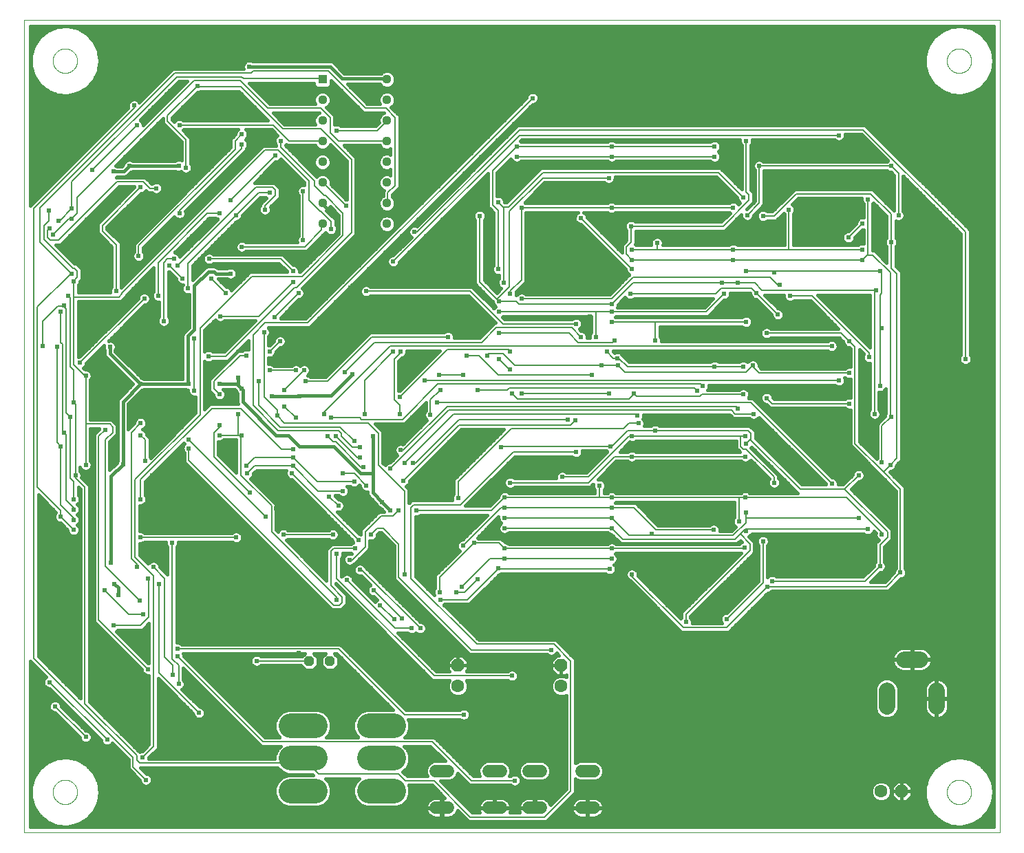
<source format=gbl>
G75*
%MOIN*%
%OFA0B0*%
%FSLAX25Y25*%
%IPPOS*%
%LPD*%
%AMOC8*
5,1,8,0,0,1.08239X$1,22.5*
%
%ADD10C,0.00000*%
%ADD11OC8,0.06300*%
%ADD12C,0.06300*%
%ADD13OC8,0.04800*%
%ADD14R,0.04449X0.04449*%
%ADD15C,0.04449*%
%ADD16C,0.07874*%
%ADD17C,0.06000*%
%ADD18C,0.11850*%
%ADD19C,0.01500*%
%ADD20C,0.02400*%
%ADD21C,0.01600*%
%ADD22C,0.00800*%
D10*
X0001800Y0003582D02*
X0001800Y0397283D01*
X0474241Y0397283D01*
X0474241Y0003582D01*
X0001800Y0003582D01*
X0015579Y0023267D02*
X0015581Y0023420D01*
X0015587Y0023574D01*
X0015597Y0023727D01*
X0015611Y0023879D01*
X0015629Y0024032D01*
X0015651Y0024183D01*
X0015676Y0024334D01*
X0015706Y0024485D01*
X0015740Y0024635D01*
X0015777Y0024783D01*
X0015818Y0024931D01*
X0015863Y0025077D01*
X0015912Y0025223D01*
X0015965Y0025367D01*
X0016021Y0025509D01*
X0016081Y0025650D01*
X0016145Y0025790D01*
X0016212Y0025928D01*
X0016283Y0026064D01*
X0016358Y0026198D01*
X0016435Y0026330D01*
X0016517Y0026460D01*
X0016601Y0026588D01*
X0016689Y0026714D01*
X0016780Y0026837D01*
X0016874Y0026958D01*
X0016972Y0027076D01*
X0017072Y0027192D01*
X0017176Y0027305D01*
X0017282Y0027416D01*
X0017391Y0027524D01*
X0017503Y0027629D01*
X0017617Y0027730D01*
X0017735Y0027829D01*
X0017854Y0027925D01*
X0017976Y0028018D01*
X0018101Y0028107D01*
X0018228Y0028194D01*
X0018357Y0028276D01*
X0018488Y0028356D01*
X0018621Y0028432D01*
X0018756Y0028505D01*
X0018893Y0028574D01*
X0019032Y0028639D01*
X0019172Y0028701D01*
X0019314Y0028759D01*
X0019457Y0028814D01*
X0019602Y0028865D01*
X0019748Y0028912D01*
X0019895Y0028955D01*
X0020043Y0028994D01*
X0020192Y0029030D01*
X0020342Y0029061D01*
X0020493Y0029089D01*
X0020644Y0029113D01*
X0020797Y0029133D01*
X0020949Y0029149D01*
X0021102Y0029161D01*
X0021255Y0029169D01*
X0021408Y0029173D01*
X0021562Y0029173D01*
X0021715Y0029169D01*
X0021868Y0029161D01*
X0022021Y0029149D01*
X0022173Y0029133D01*
X0022326Y0029113D01*
X0022477Y0029089D01*
X0022628Y0029061D01*
X0022778Y0029030D01*
X0022927Y0028994D01*
X0023075Y0028955D01*
X0023222Y0028912D01*
X0023368Y0028865D01*
X0023513Y0028814D01*
X0023656Y0028759D01*
X0023798Y0028701D01*
X0023938Y0028639D01*
X0024077Y0028574D01*
X0024214Y0028505D01*
X0024349Y0028432D01*
X0024482Y0028356D01*
X0024613Y0028276D01*
X0024742Y0028194D01*
X0024869Y0028107D01*
X0024994Y0028018D01*
X0025116Y0027925D01*
X0025235Y0027829D01*
X0025353Y0027730D01*
X0025467Y0027629D01*
X0025579Y0027524D01*
X0025688Y0027416D01*
X0025794Y0027305D01*
X0025898Y0027192D01*
X0025998Y0027076D01*
X0026096Y0026958D01*
X0026190Y0026837D01*
X0026281Y0026714D01*
X0026369Y0026588D01*
X0026453Y0026460D01*
X0026535Y0026330D01*
X0026612Y0026198D01*
X0026687Y0026064D01*
X0026758Y0025928D01*
X0026825Y0025790D01*
X0026889Y0025650D01*
X0026949Y0025509D01*
X0027005Y0025367D01*
X0027058Y0025223D01*
X0027107Y0025077D01*
X0027152Y0024931D01*
X0027193Y0024783D01*
X0027230Y0024635D01*
X0027264Y0024485D01*
X0027294Y0024334D01*
X0027319Y0024183D01*
X0027341Y0024032D01*
X0027359Y0023879D01*
X0027373Y0023727D01*
X0027383Y0023574D01*
X0027389Y0023420D01*
X0027391Y0023267D01*
X0027389Y0023114D01*
X0027383Y0022960D01*
X0027373Y0022807D01*
X0027359Y0022655D01*
X0027341Y0022502D01*
X0027319Y0022351D01*
X0027294Y0022200D01*
X0027264Y0022049D01*
X0027230Y0021899D01*
X0027193Y0021751D01*
X0027152Y0021603D01*
X0027107Y0021457D01*
X0027058Y0021311D01*
X0027005Y0021167D01*
X0026949Y0021025D01*
X0026889Y0020884D01*
X0026825Y0020744D01*
X0026758Y0020606D01*
X0026687Y0020470D01*
X0026612Y0020336D01*
X0026535Y0020204D01*
X0026453Y0020074D01*
X0026369Y0019946D01*
X0026281Y0019820D01*
X0026190Y0019697D01*
X0026096Y0019576D01*
X0025998Y0019458D01*
X0025898Y0019342D01*
X0025794Y0019229D01*
X0025688Y0019118D01*
X0025579Y0019010D01*
X0025467Y0018905D01*
X0025353Y0018804D01*
X0025235Y0018705D01*
X0025116Y0018609D01*
X0024994Y0018516D01*
X0024869Y0018427D01*
X0024742Y0018340D01*
X0024613Y0018258D01*
X0024482Y0018178D01*
X0024349Y0018102D01*
X0024214Y0018029D01*
X0024077Y0017960D01*
X0023938Y0017895D01*
X0023798Y0017833D01*
X0023656Y0017775D01*
X0023513Y0017720D01*
X0023368Y0017669D01*
X0023222Y0017622D01*
X0023075Y0017579D01*
X0022927Y0017540D01*
X0022778Y0017504D01*
X0022628Y0017473D01*
X0022477Y0017445D01*
X0022326Y0017421D01*
X0022173Y0017401D01*
X0022021Y0017385D01*
X0021868Y0017373D01*
X0021715Y0017365D01*
X0021562Y0017361D01*
X0021408Y0017361D01*
X0021255Y0017365D01*
X0021102Y0017373D01*
X0020949Y0017385D01*
X0020797Y0017401D01*
X0020644Y0017421D01*
X0020493Y0017445D01*
X0020342Y0017473D01*
X0020192Y0017504D01*
X0020043Y0017540D01*
X0019895Y0017579D01*
X0019748Y0017622D01*
X0019602Y0017669D01*
X0019457Y0017720D01*
X0019314Y0017775D01*
X0019172Y0017833D01*
X0019032Y0017895D01*
X0018893Y0017960D01*
X0018756Y0018029D01*
X0018621Y0018102D01*
X0018488Y0018178D01*
X0018357Y0018258D01*
X0018228Y0018340D01*
X0018101Y0018427D01*
X0017976Y0018516D01*
X0017854Y0018609D01*
X0017735Y0018705D01*
X0017617Y0018804D01*
X0017503Y0018905D01*
X0017391Y0019010D01*
X0017282Y0019118D01*
X0017176Y0019229D01*
X0017072Y0019342D01*
X0016972Y0019458D01*
X0016874Y0019576D01*
X0016780Y0019697D01*
X0016689Y0019820D01*
X0016601Y0019946D01*
X0016517Y0020074D01*
X0016435Y0020204D01*
X0016358Y0020336D01*
X0016283Y0020470D01*
X0016212Y0020606D01*
X0016145Y0020744D01*
X0016081Y0020884D01*
X0016021Y0021025D01*
X0015965Y0021167D01*
X0015912Y0021311D01*
X0015863Y0021457D01*
X0015818Y0021603D01*
X0015777Y0021751D01*
X0015740Y0021899D01*
X0015706Y0022049D01*
X0015676Y0022200D01*
X0015651Y0022351D01*
X0015629Y0022502D01*
X0015611Y0022655D01*
X0015597Y0022807D01*
X0015587Y0022960D01*
X0015581Y0023114D01*
X0015579Y0023267D01*
X0015579Y0377598D02*
X0015581Y0377751D01*
X0015587Y0377905D01*
X0015597Y0378058D01*
X0015611Y0378210D01*
X0015629Y0378363D01*
X0015651Y0378514D01*
X0015676Y0378665D01*
X0015706Y0378816D01*
X0015740Y0378966D01*
X0015777Y0379114D01*
X0015818Y0379262D01*
X0015863Y0379408D01*
X0015912Y0379554D01*
X0015965Y0379698D01*
X0016021Y0379840D01*
X0016081Y0379981D01*
X0016145Y0380121D01*
X0016212Y0380259D01*
X0016283Y0380395D01*
X0016358Y0380529D01*
X0016435Y0380661D01*
X0016517Y0380791D01*
X0016601Y0380919D01*
X0016689Y0381045D01*
X0016780Y0381168D01*
X0016874Y0381289D01*
X0016972Y0381407D01*
X0017072Y0381523D01*
X0017176Y0381636D01*
X0017282Y0381747D01*
X0017391Y0381855D01*
X0017503Y0381960D01*
X0017617Y0382061D01*
X0017735Y0382160D01*
X0017854Y0382256D01*
X0017976Y0382349D01*
X0018101Y0382438D01*
X0018228Y0382525D01*
X0018357Y0382607D01*
X0018488Y0382687D01*
X0018621Y0382763D01*
X0018756Y0382836D01*
X0018893Y0382905D01*
X0019032Y0382970D01*
X0019172Y0383032D01*
X0019314Y0383090D01*
X0019457Y0383145D01*
X0019602Y0383196D01*
X0019748Y0383243D01*
X0019895Y0383286D01*
X0020043Y0383325D01*
X0020192Y0383361D01*
X0020342Y0383392D01*
X0020493Y0383420D01*
X0020644Y0383444D01*
X0020797Y0383464D01*
X0020949Y0383480D01*
X0021102Y0383492D01*
X0021255Y0383500D01*
X0021408Y0383504D01*
X0021562Y0383504D01*
X0021715Y0383500D01*
X0021868Y0383492D01*
X0022021Y0383480D01*
X0022173Y0383464D01*
X0022326Y0383444D01*
X0022477Y0383420D01*
X0022628Y0383392D01*
X0022778Y0383361D01*
X0022927Y0383325D01*
X0023075Y0383286D01*
X0023222Y0383243D01*
X0023368Y0383196D01*
X0023513Y0383145D01*
X0023656Y0383090D01*
X0023798Y0383032D01*
X0023938Y0382970D01*
X0024077Y0382905D01*
X0024214Y0382836D01*
X0024349Y0382763D01*
X0024482Y0382687D01*
X0024613Y0382607D01*
X0024742Y0382525D01*
X0024869Y0382438D01*
X0024994Y0382349D01*
X0025116Y0382256D01*
X0025235Y0382160D01*
X0025353Y0382061D01*
X0025467Y0381960D01*
X0025579Y0381855D01*
X0025688Y0381747D01*
X0025794Y0381636D01*
X0025898Y0381523D01*
X0025998Y0381407D01*
X0026096Y0381289D01*
X0026190Y0381168D01*
X0026281Y0381045D01*
X0026369Y0380919D01*
X0026453Y0380791D01*
X0026535Y0380661D01*
X0026612Y0380529D01*
X0026687Y0380395D01*
X0026758Y0380259D01*
X0026825Y0380121D01*
X0026889Y0379981D01*
X0026949Y0379840D01*
X0027005Y0379698D01*
X0027058Y0379554D01*
X0027107Y0379408D01*
X0027152Y0379262D01*
X0027193Y0379114D01*
X0027230Y0378966D01*
X0027264Y0378816D01*
X0027294Y0378665D01*
X0027319Y0378514D01*
X0027341Y0378363D01*
X0027359Y0378210D01*
X0027373Y0378058D01*
X0027383Y0377905D01*
X0027389Y0377751D01*
X0027391Y0377598D01*
X0027389Y0377445D01*
X0027383Y0377291D01*
X0027373Y0377138D01*
X0027359Y0376986D01*
X0027341Y0376833D01*
X0027319Y0376682D01*
X0027294Y0376531D01*
X0027264Y0376380D01*
X0027230Y0376230D01*
X0027193Y0376082D01*
X0027152Y0375934D01*
X0027107Y0375788D01*
X0027058Y0375642D01*
X0027005Y0375498D01*
X0026949Y0375356D01*
X0026889Y0375215D01*
X0026825Y0375075D01*
X0026758Y0374937D01*
X0026687Y0374801D01*
X0026612Y0374667D01*
X0026535Y0374535D01*
X0026453Y0374405D01*
X0026369Y0374277D01*
X0026281Y0374151D01*
X0026190Y0374028D01*
X0026096Y0373907D01*
X0025998Y0373789D01*
X0025898Y0373673D01*
X0025794Y0373560D01*
X0025688Y0373449D01*
X0025579Y0373341D01*
X0025467Y0373236D01*
X0025353Y0373135D01*
X0025235Y0373036D01*
X0025116Y0372940D01*
X0024994Y0372847D01*
X0024869Y0372758D01*
X0024742Y0372671D01*
X0024613Y0372589D01*
X0024482Y0372509D01*
X0024349Y0372433D01*
X0024214Y0372360D01*
X0024077Y0372291D01*
X0023938Y0372226D01*
X0023798Y0372164D01*
X0023656Y0372106D01*
X0023513Y0372051D01*
X0023368Y0372000D01*
X0023222Y0371953D01*
X0023075Y0371910D01*
X0022927Y0371871D01*
X0022778Y0371835D01*
X0022628Y0371804D01*
X0022477Y0371776D01*
X0022326Y0371752D01*
X0022173Y0371732D01*
X0022021Y0371716D01*
X0021868Y0371704D01*
X0021715Y0371696D01*
X0021562Y0371692D01*
X0021408Y0371692D01*
X0021255Y0371696D01*
X0021102Y0371704D01*
X0020949Y0371716D01*
X0020797Y0371732D01*
X0020644Y0371752D01*
X0020493Y0371776D01*
X0020342Y0371804D01*
X0020192Y0371835D01*
X0020043Y0371871D01*
X0019895Y0371910D01*
X0019748Y0371953D01*
X0019602Y0372000D01*
X0019457Y0372051D01*
X0019314Y0372106D01*
X0019172Y0372164D01*
X0019032Y0372226D01*
X0018893Y0372291D01*
X0018756Y0372360D01*
X0018621Y0372433D01*
X0018488Y0372509D01*
X0018357Y0372589D01*
X0018228Y0372671D01*
X0018101Y0372758D01*
X0017976Y0372847D01*
X0017854Y0372940D01*
X0017735Y0373036D01*
X0017617Y0373135D01*
X0017503Y0373236D01*
X0017391Y0373341D01*
X0017282Y0373449D01*
X0017176Y0373560D01*
X0017072Y0373673D01*
X0016972Y0373789D01*
X0016874Y0373907D01*
X0016780Y0374028D01*
X0016689Y0374151D01*
X0016601Y0374277D01*
X0016517Y0374405D01*
X0016435Y0374535D01*
X0016358Y0374667D01*
X0016283Y0374801D01*
X0016212Y0374937D01*
X0016145Y0375075D01*
X0016081Y0375215D01*
X0016021Y0375356D01*
X0015965Y0375498D01*
X0015912Y0375642D01*
X0015863Y0375788D01*
X0015818Y0375934D01*
X0015777Y0376082D01*
X0015740Y0376230D01*
X0015706Y0376380D01*
X0015676Y0376531D01*
X0015651Y0376682D01*
X0015629Y0376833D01*
X0015611Y0376986D01*
X0015597Y0377138D01*
X0015587Y0377291D01*
X0015581Y0377445D01*
X0015579Y0377598D01*
X0448650Y0377598D02*
X0448652Y0377751D01*
X0448658Y0377905D01*
X0448668Y0378058D01*
X0448682Y0378210D01*
X0448700Y0378363D01*
X0448722Y0378514D01*
X0448747Y0378665D01*
X0448777Y0378816D01*
X0448811Y0378966D01*
X0448848Y0379114D01*
X0448889Y0379262D01*
X0448934Y0379408D01*
X0448983Y0379554D01*
X0449036Y0379698D01*
X0449092Y0379840D01*
X0449152Y0379981D01*
X0449216Y0380121D01*
X0449283Y0380259D01*
X0449354Y0380395D01*
X0449429Y0380529D01*
X0449506Y0380661D01*
X0449588Y0380791D01*
X0449672Y0380919D01*
X0449760Y0381045D01*
X0449851Y0381168D01*
X0449945Y0381289D01*
X0450043Y0381407D01*
X0450143Y0381523D01*
X0450247Y0381636D01*
X0450353Y0381747D01*
X0450462Y0381855D01*
X0450574Y0381960D01*
X0450688Y0382061D01*
X0450806Y0382160D01*
X0450925Y0382256D01*
X0451047Y0382349D01*
X0451172Y0382438D01*
X0451299Y0382525D01*
X0451428Y0382607D01*
X0451559Y0382687D01*
X0451692Y0382763D01*
X0451827Y0382836D01*
X0451964Y0382905D01*
X0452103Y0382970D01*
X0452243Y0383032D01*
X0452385Y0383090D01*
X0452528Y0383145D01*
X0452673Y0383196D01*
X0452819Y0383243D01*
X0452966Y0383286D01*
X0453114Y0383325D01*
X0453263Y0383361D01*
X0453413Y0383392D01*
X0453564Y0383420D01*
X0453715Y0383444D01*
X0453868Y0383464D01*
X0454020Y0383480D01*
X0454173Y0383492D01*
X0454326Y0383500D01*
X0454479Y0383504D01*
X0454633Y0383504D01*
X0454786Y0383500D01*
X0454939Y0383492D01*
X0455092Y0383480D01*
X0455244Y0383464D01*
X0455397Y0383444D01*
X0455548Y0383420D01*
X0455699Y0383392D01*
X0455849Y0383361D01*
X0455998Y0383325D01*
X0456146Y0383286D01*
X0456293Y0383243D01*
X0456439Y0383196D01*
X0456584Y0383145D01*
X0456727Y0383090D01*
X0456869Y0383032D01*
X0457009Y0382970D01*
X0457148Y0382905D01*
X0457285Y0382836D01*
X0457420Y0382763D01*
X0457553Y0382687D01*
X0457684Y0382607D01*
X0457813Y0382525D01*
X0457940Y0382438D01*
X0458065Y0382349D01*
X0458187Y0382256D01*
X0458306Y0382160D01*
X0458424Y0382061D01*
X0458538Y0381960D01*
X0458650Y0381855D01*
X0458759Y0381747D01*
X0458865Y0381636D01*
X0458969Y0381523D01*
X0459069Y0381407D01*
X0459167Y0381289D01*
X0459261Y0381168D01*
X0459352Y0381045D01*
X0459440Y0380919D01*
X0459524Y0380791D01*
X0459606Y0380661D01*
X0459683Y0380529D01*
X0459758Y0380395D01*
X0459829Y0380259D01*
X0459896Y0380121D01*
X0459960Y0379981D01*
X0460020Y0379840D01*
X0460076Y0379698D01*
X0460129Y0379554D01*
X0460178Y0379408D01*
X0460223Y0379262D01*
X0460264Y0379114D01*
X0460301Y0378966D01*
X0460335Y0378816D01*
X0460365Y0378665D01*
X0460390Y0378514D01*
X0460412Y0378363D01*
X0460430Y0378210D01*
X0460444Y0378058D01*
X0460454Y0377905D01*
X0460460Y0377751D01*
X0460462Y0377598D01*
X0460460Y0377445D01*
X0460454Y0377291D01*
X0460444Y0377138D01*
X0460430Y0376986D01*
X0460412Y0376833D01*
X0460390Y0376682D01*
X0460365Y0376531D01*
X0460335Y0376380D01*
X0460301Y0376230D01*
X0460264Y0376082D01*
X0460223Y0375934D01*
X0460178Y0375788D01*
X0460129Y0375642D01*
X0460076Y0375498D01*
X0460020Y0375356D01*
X0459960Y0375215D01*
X0459896Y0375075D01*
X0459829Y0374937D01*
X0459758Y0374801D01*
X0459683Y0374667D01*
X0459606Y0374535D01*
X0459524Y0374405D01*
X0459440Y0374277D01*
X0459352Y0374151D01*
X0459261Y0374028D01*
X0459167Y0373907D01*
X0459069Y0373789D01*
X0458969Y0373673D01*
X0458865Y0373560D01*
X0458759Y0373449D01*
X0458650Y0373341D01*
X0458538Y0373236D01*
X0458424Y0373135D01*
X0458306Y0373036D01*
X0458187Y0372940D01*
X0458065Y0372847D01*
X0457940Y0372758D01*
X0457813Y0372671D01*
X0457684Y0372589D01*
X0457553Y0372509D01*
X0457420Y0372433D01*
X0457285Y0372360D01*
X0457148Y0372291D01*
X0457009Y0372226D01*
X0456869Y0372164D01*
X0456727Y0372106D01*
X0456584Y0372051D01*
X0456439Y0372000D01*
X0456293Y0371953D01*
X0456146Y0371910D01*
X0455998Y0371871D01*
X0455849Y0371835D01*
X0455699Y0371804D01*
X0455548Y0371776D01*
X0455397Y0371752D01*
X0455244Y0371732D01*
X0455092Y0371716D01*
X0454939Y0371704D01*
X0454786Y0371696D01*
X0454633Y0371692D01*
X0454479Y0371692D01*
X0454326Y0371696D01*
X0454173Y0371704D01*
X0454020Y0371716D01*
X0453868Y0371732D01*
X0453715Y0371752D01*
X0453564Y0371776D01*
X0453413Y0371804D01*
X0453263Y0371835D01*
X0453114Y0371871D01*
X0452966Y0371910D01*
X0452819Y0371953D01*
X0452673Y0372000D01*
X0452528Y0372051D01*
X0452385Y0372106D01*
X0452243Y0372164D01*
X0452103Y0372226D01*
X0451964Y0372291D01*
X0451827Y0372360D01*
X0451692Y0372433D01*
X0451559Y0372509D01*
X0451428Y0372589D01*
X0451299Y0372671D01*
X0451172Y0372758D01*
X0451047Y0372847D01*
X0450925Y0372940D01*
X0450806Y0373036D01*
X0450688Y0373135D01*
X0450574Y0373236D01*
X0450462Y0373341D01*
X0450353Y0373449D01*
X0450247Y0373560D01*
X0450143Y0373673D01*
X0450043Y0373789D01*
X0449945Y0373907D01*
X0449851Y0374028D01*
X0449760Y0374151D01*
X0449672Y0374277D01*
X0449588Y0374405D01*
X0449506Y0374535D01*
X0449429Y0374667D01*
X0449354Y0374801D01*
X0449283Y0374937D01*
X0449216Y0375075D01*
X0449152Y0375215D01*
X0449092Y0375356D01*
X0449036Y0375498D01*
X0448983Y0375642D01*
X0448934Y0375788D01*
X0448889Y0375934D01*
X0448848Y0376082D01*
X0448811Y0376230D01*
X0448777Y0376380D01*
X0448747Y0376531D01*
X0448722Y0376682D01*
X0448700Y0376833D01*
X0448682Y0376986D01*
X0448668Y0377138D01*
X0448658Y0377291D01*
X0448652Y0377445D01*
X0448650Y0377598D01*
X0448650Y0023267D02*
X0448652Y0023420D01*
X0448658Y0023574D01*
X0448668Y0023727D01*
X0448682Y0023879D01*
X0448700Y0024032D01*
X0448722Y0024183D01*
X0448747Y0024334D01*
X0448777Y0024485D01*
X0448811Y0024635D01*
X0448848Y0024783D01*
X0448889Y0024931D01*
X0448934Y0025077D01*
X0448983Y0025223D01*
X0449036Y0025367D01*
X0449092Y0025509D01*
X0449152Y0025650D01*
X0449216Y0025790D01*
X0449283Y0025928D01*
X0449354Y0026064D01*
X0449429Y0026198D01*
X0449506Y0026330D01*
X0449588Y0026460D01*
X0449672Y0026588D01*
X0449760Y0026714D01*
X0449851Y0026837D01*
X0449945Y0026958D01*
X0450043Y0027076D01*
X0450143Y0027192D01*
X0450247Y0027305D01*
X0450353Y0027416D01*
X0450462Y0027524D01*
X0450574Y0027629D01*
X0450688Y0027730D01*
X0450806Y0027829D01*
X0450925Y0027925D01*
X0451047Y0028018D01*
X0451172Y0028107D01*
X0451299Y0028194D01*
X0451428Y0028276D01*
X0451559Y0028356D01*
X0451692Y0028432D01*
X0451827Y0028505D01*
X0451964Y0028574D01*
X0452103Y0028639D01*
X0452243Y0028701D01*
X0452385Y0028759D01*
X0452528Y0028814D01*
X0452673Y0028865D01*
X0452819Y0028912D01*
X0452966Y0028955D01*
X0453114Y0028994D01*
X0453263Y0029030D01*
X0453413Y0029061D01*
X0453564Y0029089D01*
X0453715Y0029113D01*
X0453868Y0029133D01*
X0454020Y0029149D01*
X0454173Y0029161D01*
X0454326Y0029169D01*
X0454479Y0029173D01*
X0454633Y0029173D01*
X0454786Y0029169D01*
X0454939Y0029161D01*
X0455092Y0029149D01*
X0455244Y0029133D01*
X0455397Y0029113D01*
X0455548Y0029089D01*
X0455699Y0029061D01*
X0455849Y0029030D01*
X0455998Y0028994D01*
X0456146Y0028955D01*
X0456293Y0028912D01*
X0456439Y0028865D01*
X0456584Y0028814D01*
X0456727Y0028759D01*
X0456869Y0028701D01*
X0457009Y0028639D01*
X0457148Y0028574D01*
X0457285Y0028505D01*
X0457420Y0028432D01*
X0457553Y0028356D01*
X0457684Y0028276D01*
X0457813Y0028194D01*
X0457940Y0028107D01*
X0458065Y0028018D01*
X0458187Y0027925D01*
X0458306Y0027829D01*
X0458424Y0027730D01*
X0458538Y0027629D01*
X0458650Y0027524D01*
X0458759Y0027416D01*
X0458865Y0027305D01*
X0458969Y0027192D01*
X0459069Y0027076D01*
X0459167Y0026958D01*
X0459261Y0026837D01*
X0459352Y0026714D01*
X0459440Y0026588D01*
X0459524Y0026460D01*
X0459606Y0026330D01*
X0459683Y0026198D01*
X0459758Y0026064D01*
X0459829Y0025928D01*
X0459896Y0025790D01*
X0459960Y0025650D01*
X0460020Y0025509D01*
X0460076Y0025367D01*
X0460129Y0025223D01*
X0460178Y0025077D01*
X0460223Y0024931D01*
X0460264Y0024783D01*
X0460301Y0024635D01*
X0460335Y0024485D01*
X0460365Y0024334D01*
X0460390Y0024183D01*
X0460412Y0024032D01*
X0460430Y0023879D01*
X0460444Y0023727D01*
X0460454Y0023574D01*
X0460460Y0023420D01*
X0460462Y0023267D01*
X0460460Y0023114D01*
X0460454Y0022960D01*
X0460444Y0022807D01*
X0460430Y0022655D01*
X0460412Y0022502D01*
X0460390Y0022351D01*
X0460365Y0022200D01*
X0460335Y0022049D01*
X0460301Y0021899D01*
X0460264Y0021751D01*
X0460223Y0021603D01*
X0460178Y0021457D01*
X0460129Y0021311D01*
X0460076Y0021167D01*
X0460020Y0021025D01*
X0459960Y0020884D01*
X0459896Y0020744D01*
X0459829Y0020606D01*
X0459758Y0020470D01*
X0459683Y0020336D01*
X0459606Y0020204D01*
X0459524Y0020074D01*
X0459440Y0019946D01*
X0459352Y0019820D01*
X0459261Y0019697D01*
X0459167Y0019576D01*
X0459069Y0019458D01*
X0458969Y0019342D01*
X0458865Y0019229D01*
X0458759Y0019118D01*
X0458650Y0019010D01*
X0458538Y0018905D01*
X0458424Y0018804D01*
X0458306Y0018705D01*
X0458187Y0018609D01*
X0458065Y0018516D01*
X0457940Y0018427D01*
X0457813Y0018340D01*
X0457684Y0018258D01*
X0457553Y0018178D01*
X0457420Y0018102D01*
X0457285Y0018029D01*
X0457148Y0017960D01*
X0457009Y0017895D01*
X0456869Y0017833D01*
X0456727Y0017775D01*
X0456584Y0017720D01*
X0456439Y0017669D01*
X0456293Y0017622D01*
X0456146Y0017579D01*
X0455998Y0017540D01*
X0455849Y0017504D01*
X0455699Y0017473D01*
X0455548Y0017445D01*
X0455397Y0017421D01*
X0455244Y0017401D01*
X0455092Y0017385D01*
X0454939Y0017373D01*
X0454786Y0017365D01*
X0454633Y0017361D01*
X0454479Y0017361D01*
X0454326Y0017365D01*
X0454173Y0017373D01*
X0454020Y0017385D01*
X0453868Y0017401D01*
X0453715Y0017421D01*
X0453564Y0017445D01*
X0453413Y0017473D01*
X0453263Y0017504D01*
X0453114Y0017540D01*
X0452966Y0017579D01*
X0452819Y0017622D01*
X0452673Y0017669D01*
X0452528Y0017720D01*
X0452385Y0017775D01*
X0452243Y0017833D01*
X0452103Y0017895D01*
X0451964Y0017960D01*
X0451827Y0018029D01*
X0451692Y0018102D01*
X0451559Y0018178D01*
X0451428Y0018258D01*
X0451299Y0018340D01*
X0451172Y0018427D01*
X0451047Y0018516D01*
X0450925Y0018609D01*
X0450806Y0018705D01*
X0450688Y0018804D01*
X0450574Y0018905D01*
X0450462Y0019010D01*
X0450353Y0019118D01*
X0450247Y0019229D01*
X0450143Y0019342D01*
X0450043Y0019458D01*
X0449945Y0019576D01*
X0449851Y0019697D01*
X0449760Y0019820D01*
X0449672Y0019946D01*
X0449588Y0020074D01*
X0449506Y0020204D01*
X0449429Y0020336D01*
X0449354Y0020470D01*
X0449283Y0020606D01*
X0449216Y0020744D01*
X0449152Y0020884D01*
X0449092Y0021025D01*
X0449036Y0021167D01*
X0448983Y0021311D01*
X0448934Y0021457D01*
X0448889Y0021603D01*
X0448848Y0021751D01*
X0448811Y0021899D01*
X0448777Y0022049D01*
X0448747Y0022200D01*
X0448722Y0022351D01*
X0448700Y0022502D01*
X0448682Y0022655D01*
X0448668Y0022807D01*
X0448658Y0022960D01*
X0448652Y0023114D01*
X0448650Y0023267D01*
D11*
X0426800Y0023582D03*
X0261800Y0084582D03*
X0211800Y0084582D03*
D12*
X0211800Y0074582D03*
X0261800Y0074582D03*
X0416800Y0023582D03*
D13*
X0149800Y0086582D03*
X0139800Y0086582D03*
D14*
X0146170Y0368582D03*
D15*
X0146170Y0358582D03*
X0146170Y0348582D03*
X0146170Y0338582D03*
X0146170Y0328582D03*
X0146170Y0318582D03*
X0146170Y0308582D03*
X0146170Y0298582D03*
X0177430Y0298582D03*
X0177430Y0308582D03*
X0177430Y0318582D03*
X0177430Y0328582D03*
X0177430Y0338582D03*
X0177430Y0348582D03*
X0177430Y0358582D03*
X0177430Y0368582D03*
D16*
X0427863Y0087480D02*
X0435737Y0087480D01*
X0443611Y0072519D02*
X0443611Y0064645D01*
X0419595Y0064645D02*
X0419595Y0072519D01*
D17*
X0277600Y0033482D02*
X0271600Y0033482D01*
X0271600Y0015682D02*
X0277600Y0015682D01*
X0252000Y0015682D02*
X0246000Y0015682D01*
X0232600Y0015682D02*
X0226600Y0015682D01*
X0207000Y0015682D02*
X0201000Y0015682D01*
X0201000Y0033482D02*
X0207000Y0033482D01*
X0226600Y0033482D02*
X0232600Y0033482D01*
X0246000Y0033482D02*
X0252000Y0033482D01*
D18*
X0180725Y0039582D02*
X0168875Y0039582D01*
X0168875Y0023782D02*
X0180725Y0023782D01*
X0180725Y0055382D02*
X0168875Y0055382D01*
X0142725Y0055382D02*
X0130875Y0055382D01*
X0130875Y0039582D02*
X0142725Y0039582D01*
X0142725Y0023782D02*
X0130875Y0023782D01*
D19*
X0140850Y0015282D02*
X0203850Y0015282D01*
X0204000Y0015682D01*
X0241200Y0031482D02*
X0241200Y0084582D01*
X0261800Y0084582D01*
X0241200Y0084582D02*
X0211800Y0084582D01*
X0211500Y0085032D01*
X0211500Y0089082D01*
X0174150Y0126432D01*
X0174150Y0148482D01*
X0179100Y0159732D02*
X0175050Y0163782D01*
X0170550Y0168282D01*
X0170550Y0177732D01*
X0164700Y0177732D01*
X0151650Y0190782D01*
X0135000Y0190782D01*
X0129600Y0196182D01*
X0123750Y0196182D01*
X0107550Y0212382D01*
X0107550Y0218232D01*
X0107100Y0218682D01*
X0105300Y0220482D01*
X0105300Y0220932D01*
X0096300Y0220932D01*
X0105300Y0220932D02*
X0105300Y0224082D01*
X0121500Y0215082D02*
X0135000Y0215082D01*
X0135450Y0215532D01*
X0150300Y0215532D01*
X0160650Y0225882D01*
X0170550Y0195732D02*
X0170550Y0177732D01*
X0081450Y0220932D02*
X0081000Y0221382D01*
X0081000Y0244332D01*
X0084150Y0247482D01*
X0084150Y0268632D01*
X0090900Y0275382D01*
X0093600Y0275382D01*
X0094500Y0274482D01*
X0101700Y0274482D01*
X0146250Y0308232D02*
X0146170Y0308582D01*
X0146250Y0308232D02*
X0153450Y0301032D01*
X0153450Y0294282D01*
X0096750Y0331632D02*
X0094050Y0328932D01*
X0093600Y0328482D01*
X0087300Y0328482D01*
X0055350Y0296532D01*
X0042300Y0296532D01*
X0045000Y0323982D02*
X0049950Y0323982D01*
X0052650Y0326682D01*
X0076500Y0326682D01*
X0096750Y0331632D02*
X0096750Y0335682D01*
X0097200Y0336132D01*
X0097200Y0343782D01*
X0110700Y0374832D02*
X0149850Y0374832D01*
X0155700Y0368982D01*
X0177300Y0368982D01*
X0177430Y0368582D01*
X0043200Y0238932D02*
X0043200Y0235782D01*
X0058050Y0220932D01*
X0049500Y0212382D01*
X0049500Y0182232D01*
X0043650Y0176382D01*
X0043650Y0134532D01*
X0045450Y0124182D02*
X0047250Y0122382D01*
X0047250Y0118782D01*
X0033750Y0128232D02*
X0033750Y0107532D01*
X0036000Y0105282D01*
X0036000Y0089082D01*
X0036450Y0088632D01*
X0044550Y0088632D01*
X0058050Y0220932D02*
X0081450Y0220932D01*
X0241200Y0031482D02*
X0248850Y0023832D01*
X0248850Y0015732D01*
X0249000Y0015682D01*
D20*
X0239400Y0028782D03*
X0237800Y0036582D03*
X0214650Y0060732D03*
X0208800Y0063582D03*
X0214800Y0069582D03*
X0217800Y0076582D03*
X0219800Y0082582D03*
X0219800Y0088582D03*
X0212800Y0091582D03*
X0221800Y0098582D03*
X0212800Y0113582D03*
X0211050Y0120132D03*
X0213750Y0122832D03*
X0221400Y0126432D03*
X0226800Y0121582D03*
X0221800Y0117582D03*
X0234800Y0127582D03*
X0231300Y0131832D03*
X0234450Y0136332D03*
X0234450Y0141282D03*
X0234450Y0151182D03*
X0234450Y0156132D03*
X0234450Y0161082D03*
X0234450Y0166032D03*
X0237150Y0173232D03*
X0225800Y0170582D03*
X0211950Y0165582D03*
X0208800Y0168582D03*
X0197800Y0165582D03*
X0190800Y0165582D03*
X0191700Y0159732D03*
X0183150Y0159732D03*
X0179100Y0159732D03*
X0175050Y0163782D03*
X0170800Y0157582D03*
X0169650Y0148032D03*
X0174150Y0148482D03*
X0163800Y0145332D03*
X0162000Y0141282D03*
X0157800Y0145582D03*
X0151200Y0148032D03*
X0155800Y0157582D03*
X0153900Y0161982D03*
X0149400Y0166482D03*
X0156150Y0169182D03*
X0161550Y0173682D03*
X0156150Y0177732D03*
X0166050Y0180882D03*
X0164250Y0185382D03*
X0164250Y0190332D03*
X0161550Y0193482D03*
X0152550Y0195732D03*
X0148500Y0195732D03*
X0150300Y0204732D03*
X0147150Y0206532D03*
X0135000Y0215082D03*
X0127800Y0218232D03*
X0121500Y0215082D03*
X0127800Y0210132D03*
X0124200Y0205632D03*
X0133200Y0204732D03*
X0131850Y0189432D03*
X0131850Y0185382D03*
X0131850Y0181332D03*
X0131400Y0177732D03*
X0124800Y0177582D03*
X0133800Y0171582D03*
X0123800Y0160582D03*
X0118800Y0156582D03*
X0111800Y0148582D03*
X0104400Y0146682D03*
X0101800Y0158582D03*
X0111150Y0168282D03*
X0109800Y0177732D03*
X0109350Y0181332D03*
X0103800Y0183582D03*
X0102800Y0193582D03*
X0107100Y0196182D03*
X0105300Y0206532D03*
X0099800Y0212582D03*
X0096300Y0215982D03*
X0096300Y0220932D03*
X0090800Y0226582D03*
X0090900Y0234432D03*
X0097800Y0238582D03*
X0109350Y0234882D03*
X0105300Y0224082D03*
X0107100Y0218682D03*
X0115200Y0222282D03*
X0120600Y0227682D03*
X0120600Y0236682D03*
X0125550Y0241632D03*
X0117900Y0246132D03*
X0122850Y0253332D03*
X0133800Y0246582D03*
X0141800Y0248582D03*
X0135800Y0254582D03*
X0134550Y0265032D03*
X0131850Y0270432D03*
X0131850Y0275832D03*
X0135800Y0276582D03*
X0132800Y0282582D03*
X0136800Y0290682D03*
X0128800Y0294582D03*
X0118800Y0294582D03*
X0118800Y0301582D03*
X0118350Y0305532D03*
X0120600Y0313632D03*
X0126800Y0315582D03*
X0118800Y0319582D03*
X0127800Y0325582D03*
X0123300Y0331632D03*
X0126000Y0338832D03*
X0123800Y0351582D03*
X0120800Y0357582D03*
X0120800Y0364582D03*
X0110700Y0374832D03*
X0101800Y0353582D03*
X0097200Y0343782D03*
X0096750Y0335682D03*
X0094050Y0328932D03*
X0080100Y0325782D03*
X0076500Y0326682D03*
X0073800Y0322582D03*
X0065700Y0315882D03*
X0058050Y0316332D03*
X0052650Y0326682D03*
X0055800Y0330582D03*
X0064800Y0330582D03*
X0073800Y0340582D03*
X0076950Y0346482D03*
X0082800Y0349582D03*
X0084800Y0359582D03*
X0085500Y0365382D03*
X0077800Y0366582D03*
X0069800Y0359582D03*
X0060800Y0349582D03*
X0056250Y0346482D03*
X0063800Y0343582D03*
X0054900Y0355932D03*
X0077800Y0377582D03*
X0077800Y0388582D03*
X0107100Y0341982D03*
X0107100Y0337032D03*
X0134800Y0319582D03*
X0136800Y0314532D03*
X0155800Y0317582D03*
X0155800Y0326582D03*
X0163800Y0322582D03*
X0172800Y0322582D03*
X0184800Y0322582D03*
X0184800Y0316582D03*
X0192800Y0308582D03*
X0195800Y0311582D03*
X0199800Y0315582D03*
X0203800Y0320582D03*
X0218800Y0306582D03*
X0222300Y0302382D03*
X0226800Y0299582D03*
X0231300Y0309132D03*
X0242550Y0306432D03*
X0250800Y0299582D03*
X0250800Y0291582D03*
X0231300Y0276732D03*
X0234000Y0269982D03*
X0237150Y0264582D03*
X0242550Y0262332D03*
X0231750Y0260982D03*
X0231750Y0256032D03*
X0231750Y0245682D03*
X0237150Y0236682D03*
X0231750Y0233082D03*
X0225900Y0234882D03*
X0216000Y0234882D03*
X0214200Y0225432D03*
X0221400Y0218232D03*
X0237150Y0228132D03*
X0238050Y0216432D03*
X0242550Y0216432D03*
X0231800Y0198582D03*
X0232650Y0190332D03*
X0238800Y0183582D03*
X0250800Y0170582D03*
X0262350Y0175932D03*
X0265800Y0178582D03*
X0271800Y0182582D03*
X0269100Y0188082D03*
X0268650Y0203382D03*
X0265050Y0203832D03*
X0284850Y0216432D03*
X0276750Y0225432D03*
X0281250Y0229932D03*
X0289350Y0229932D03*
X0288900Y0233532D03*
X0283950Y0236682D03*
X0287550Y0242082D03*
X0286200Y0251082D03*
X0286200Y0256032D03*
X0286200Y0259632D03*
X0295200Y0264582D03*
X0305800Y0260582D03*
X0296100Y0276732D03*
X0296100Y0281232D03*
X0296100Y0286182D03*
X0299800Y0293582D03*
X0295650Y0297432D03*
X0291800Y0301582D03*
X0286200Y0306432D03*
X0280800Y0301582D03*
X0271350Y0301482D03*
X0269800Y0309582D03*
X0282800Y0313582D03*
X0284850Y0320832D03*
X0286200Y0331182D03*
X0286200Y0336132D03*
X0279800Y0347582D03*
X0270800Y0354582D03*
X0288800Y0354582D03*
X0295800Y0352582D03*
X0296800Y0347582D03*
X0305800Y0347582D03*
X0316800Y0352582D03*
X0336150Y0336132D03*
X0336150Y0331182D03*
X0348800Y0327582D03*
X0357750Y0326682D03*
X0368800Y0330582D03*
X0351450Y0338832D03*
X0347800Y0348582D03*
X0358800Y0354582D03*
X0368800Y0354582D03*
X0392800Y0354582D03*
X0396450Y0341532D03*
X0400800Y0341582D03*
X0415800Y0341582D03*
X0415800Y0347582D03*
X0415800Y0356582D03*
X0408800Y0354582D03*
X0415800Y0330582D03*
X0421650Y0326682D03*
X0406800Y0323582D03*
X0401800Y0316582D03*
X0410400Y0310482D03*
X0415800Y0302582D03*
X0407700Y0298782D03*
X0407800Y0292582D03*
X0400950Y0292032D03*
X0407700Y0286182D03*
X0407700Y0281232D03*
X0416250Y0275832D03*
X0414450Y0266382D03*
X0399800Y0263582D03*
X0408800Y0247582D03*
X0410800Y0240582D03*
X0410850Y0233982D03*
X0409800Y0229582D03*
X0409800Y0223582D03*
X0416250Y0220032D03*
X0409800Y0214582D03*
X0409800Y0207582D03*
X0413550Y0206532D03*
X0421650Y0205182D03*
X0407800Y0192582D03*
X0401800Y0186582D03*
X0405900Y0176832D03*
X0412800Y0178582D03*
X0417150Y0183132D03*
X0421200Y0181782D03*
X0405800Y0167582D03*
X0405900Y0156132D03*
X0410400Y0150732D03*
X0417150Y0148032D03*
X0414800Y0159582D03*
X0399800Y0147582D03*
X0412800Y0138582D03*
X0416250Y0132732D03*
X0426150Y0129582D03*
X0411800Y0119582D03*
X0399800Y0128582D03*
X0381800Y0145582D03*
X0370800Y0128582D03*
X0364050Y0125532D03*
X0361800Y0122832D03*
X0361800Y0118582D03*
X0374800Y0114582D03*
X0384800Y0109582D03*
X0386800Y0102582D03*
X0376800Y0102582D03*
X0366800Y0102582D03*
X0346800Y0115582D03*
X0342000Y0107082D03*
X0329800Y0107582D03*
X0322200Y0105732D03*
X0320800Y0115582D03*
X0301800Y0117582D03*
X0296100Y0128682D03*
X0285800Y0127582D03*
X0285300Y0131382D03*
X0286200Y0136332D03*
X0286200Y0141282D03*
X0286200Y0151182D03*
X0286200Y0156132D03*
X0286200Y0161082D03*
X0286200Y0166032D03*
X0294800Y0169582D03*
X0294800Y0181582D03*
X0296100Y0185832D03*
X0285750Y0190782D03*
X0296100Y0195732D03*
X0299250Y0202032D03*
X0298800Y0205632D03*
X0307350Y0198432D03*
X0297000Y0216432D03*
X0307350Y0242082D03*
X0330800Y0235582D03*
X0336150Y0229482D03*
X0330300Y0220032D03*
X0327600Y0217782D03*
X0343800Y0203582D03*
X0347400Y0209232D03*
X0350100Y0215982D03*
X0361350Y0214182D03*
X0364800Y0208582D03*
X0355050Y0206532D03*
X0351000Y0195732D03*
X0351450Y0192132D03*
X0343800Y0191582D03*
X0351000Y0185832D03*
X0351800Y0181582D03*
X0343800Y0182582D03*
X0343800Y0169582D03*
X0351800Y0169582D03*
X0351000Y0166032D03*
X0343800Y0162582D03*
X0351450Y0158832D03*
X0347850Y0154332D03*
X0343800Y0150582D03*
X0351450Y0149832D03*
X0350550Y0141732D03*
X0345800Y0137582D03*
X0359550Y0144882D03*
X0362800Y0136582D03*
X0335700Y0150282D03*
X0305550Y0148482D03*
X0280350Y0171882D03*
X0272800Y0169582D03*
X0271800Y0146582D03*
X0271800Y0127582D03*
X0273800Y0119582D03*
X0267800Y0112582D03*
X0276800Y0111582D03*
X0286800Y0119582D03*
X0261800Y0095582D03*
X0256950Y0092232D03*
X0254800Y0098582D03*
X0244800Y0088582D03*
X0238050Y0079632D03*
X0269800Y0083582D03*
X0269800Y0089582D03*
X0251800Y0119582D03*
X0251800Y0146582D03*
X0219600Y0143982D03*
X0214200Y0142632D03*
X0213800Y0156582D03*
X0191800Y0150582D03*
X0192800Y0135582D03*
X0185850Y0128682D03*
X0197800Y0123582D03*
X0202950Y0120132D03*
X0203400Y0116532D03*
X0200800Y0104582D03*
X0193500Y0102582D03*
X0189450Y0102582D03*
X0185800Y0098582D03*
X0184500Y0107532D03*
X0180900Y0107082D03*
X0174150Y0113832D03*
X0171000Y0121032D03*
X0165800Y0124582D03*
X0164250Y0130932D03*
X0157950Y0125982D03*
X0153000Y0116532D03*
X0133800Y0114582D03*
X0123800Y0095582D03*
X0134800Y0090582D03*
X0134800Y0083582D03*
X0124800Y0074582D03*
X0133800Y0064582D03*
X0141800Y0064582D03*
X0149800Y0081582D03*
X0143800Y0095582D03*
X0164800Y0073582D03*
X0171800Y0064582D03*
X0187800Y0063582D03*
X0191800Y0057582D03*
X0191800Y0050582D03*
X0191800Y0044582D03*
X0197800Y0044582D03*
X0188800Y0031582D03*
X0197800Y0024582D03*
X0177800Y0014582D03*
X0180800Y0007582D03*
X0155800Y0028582D03*
X0148800Y0014582D03*
X0140850Y0015282D03*
X0121800Y0033582D03*
X0110800Y0033582D03*
X0112800Y0040582D03*
X0112800Y0047582D03*
X0123800Y0044582D03*
X0122800Y0061582D03*
X0114300Y0086832D03*
X0113800Y0095582D03*
X0091800Y0117582D03*
X0095800Y0123582D03*
X0077800Y0117582D03*
X0067050Y0124182D03*
X0070800Y0131582D03*
X0064350Y0132282D03*
X0061650Y0126882D03*
X0056250Y0132282D03*
X0059800Y0143582D03*
X0058050Y0146682D03*
X0069800Y0149582D03*
X0073350Y0143982D03*
X0076800Y0153582D03*
X0058800Y0159582D03*
X0058050Y0165132D03*
X0063800Y0176582D03*
X0070800Y0182582D03*
X0063800Y0189582D03*
X0060300Y0183582D03*
X0049500Y0182232D03*
X0058050Y0196182D03*
X0058050Y0202032D03*
X0057800Y0215582D03*
X0058050Y0220932D03*
X0057800Y0226582D03*
X0051800Y0231582D03*
X0043200Y0238932D03*
X0039800Y0246582D03*
X0039800Y0259582D03*
X0039800Y0266582D03*
X0046350Y0265932D03*
X0059850Y0262332D03*
X0066600Y0263682D03*
X0077800Y0264582D03*
X0081000Y0267282D03*
X0078300Y0272232D03*
X0076050Y0278532D03*
X0074250Y0281682D03*
X0076800Y0284582D03*
X0072000Y0278532D03*
X0062800Y0283582D03*
X0057150Y0283032D03*
X0066800Y0288582D03*
X0072800Y0298582D03*
X0076950Y0303732D03*
X0082800Y0303582D03*
X0074800Y0310582D03*
X0059800Y0298582D03*
X0042300Y0296532D03*
X0040800Y0306582D03*
X0024750Y0305982D03*
X0024750Y0301032D03*
X0018450Y0300132D03*
X0013950Y0296532D03*
X0015750Y0293382D03*
X0013500Y0305082D03*
X0034650Y0324882D03*
X0045000Y0323982D03*
X0084800Y0292582D03*
X0091350Y0281682D03*
X0092250Y0272232D03*
X0101700Y0274482D03*
X0099450Y0265032D03*
X0096750Y0253782D03*
X0102800Y0249582D03*
X0084150Y0242982D03*
X0069300Y0251532D03*
X0077800Y0226582D03*
X0081450Y0220932D03*
X0084150Y0217782D03*
X0077800Y0215582D03*
X0096300Y0201132D03*
X0096300Y0196182D03*
X0081450Y0193932D03*
X0081450Y0189882D03*
X0091800Y0168582D03*
X0127350Y0148032D03*
X0130800Y0150582D03*
X0153000Y0138582D03*
X0159300Y0135882D03*
X0171800Y0136582D03*
X0188800Y0114582D03*
X0190800Y0084582D03*
X0204800Y0082582D03*
X0204800Y0076582D03*
X0155800Y0051582D03*
X0111800Y0015582D03*
X0101800Y0033582D03*
X0091800Y0033582D03*
X0071800Y0033582D03*
X0060750Y0029232D03*
X0058950Y0040032D03*
X0060800Y0057582D03*
X0072800Y0069582D03*
X0076500Y0075582D03*
X0073800Y0080082D03*
X0067800Y0075582D03*
X0061650Y0082782D03*
X0058800Y0079582D03*
X0060800Y0088582D03*
X0076050Y0089082D03*
X0076050Y0092682D03*
X0077800Y0096582D03*
X0059400Y0109332D03*
X0057600Y0116082D03*
X0047250Y0118782D03*
X0040500Y0121032D03*
X0045450Y0124182D03*
X0043650Y0134532D03*
X0033750Y0128232D03*
X0027800Y0129582D03*
X0019800Y0126582D03*
X0009800Y0126582D03*
X0019800Y0151582D03*
X0025650Y0150282D03*
X0025650Y0155232D03*
X0019350Y0156582D03*
X0025650Y0160182D03*
X0025650Y0165132D03*
X0026550Y0176832D03*
X0031500Y0181782D03*
X0019350Y0190782D03*
X0021150Y0197532D03*
X0023850Y0205182D03*
X0025650Y0211932D03*
X0031500Y0224982D03*
X0028800Y0231282D03*
X0039800Y0221582D03*
X0039800Y0204582D03*
X0040950Y0198882D03*
X0009800Y0165582D03*
X0076800Y0131582D03*
X0045000Y0103932D03*
X0044550Y0088632D03*
X0036450Y0088632D03*
X0019800Y0078582D03*
X0013950Y0076482D03*
X0005800Y0083582D03*
X0009800Y0089582D03*
X0016650Y0064782D03*
X0033800Y0067582D03*
X0043800Y0057582D03*
X0041850Y0048582D03*
X0031500Y0049932D03*
X0024800Y0040582D03*
X0038800Y0025582D03*
X0064800Y0007582D03*
X0071800Y0016582D03*
X0086400Y0061632D03*
X0079800Y0063582D03*
X0167400Y0171882D03*
X0179100Y0179982D03*
X0185850Y0182682D03*
X0189900Y0182682D03*
X0184050Y0188982D03*
X0186800Y0194582D03*
X0180800Y0200582D03*
X0183600Y0206532D03*
X0189800Y0204582D03*
X0198450Y0206082D03*
X0201600Y0211932D03*
X0203400Y0218232D03*
X0195750Y0222732D03*
X0202500Y0225432D03*
X0200800Y0236582D03*
X0207000Y0243882D03*
X0215800Y0244582D03*
X0215800Y0262582D03*
X0215800Y0269582D03*
X0196800Y0269582D03*
X0196800Y0262582D03*
X0196800Y0254582D03*
X0194800Y0247582D03*
X0187800Y0247582D03*
X0184050Y0236682D03*
X0180450Y0236682D03*
X0183800Y0226582D03*
X0183600Y0214632D03*
X0166500Y0206532D03*
X0170550Y0195732D03*
X0185400Y0174132D03*
X0207800Y0192582D03*
X0160650Y0225882D03*
X0157050Y0226782D03*
X0148800Y0231582D03*
X0153800Y0236582D03*
X0137250Y0227682D03*
X0133200Y0227682D03*
X0133800Y0231582D03*
X0138150Y0222282D03*
X0164800Y0258582D03*
X0167400Y0265932D03*
X0159800Y0267582D03*
X0160800Y0283582D03*
X0169800Y0289582D03*
X0180450Y0280332D03*
X0187800Y0282582D03*
X0190800Y0294732D03*
X0196800Y0291582D03*
X0205800Y0300582D03*
X0215800Y0288582D03*
X0187800Y0269582D03*
X0187800Y0262582D03*
X0153450Y0294282D03*
X0150300Y0296082D03*
X0146800Y0292582D03*
X0157500Y0307332D03*
X0163800Y0307582D03*
X0163800Y0299582D03*
X0172800Y0299582D03*
X0172800Y0307582D03*
X0184800Y0330582D03*
X0172800Y0332582D03*
X0184800Y0340582D03*
X0184800Y0352582D03*
X0170800Y0351582D03*
X0170800Y0357582D03*
X0160800Y0365582D03*
X0150800Y0364582D03*
X0141800Y0351582D03*
X0153000Y0343782D03*
X0200800Y0344582D03*
X0220800Y0344582D03*
X0220800Y0337582D03*
X0240300Y0336132D03*
X0240300Y0331182D03*
X0247950Y0359532D03*
X0301800Y0320582D03*
X0301800Y0309582D03*
X0311800Y0301582D03*
X0311800Y0293582D03*
X0308250Y0289332D03*
X0278800Y0288582D03*
X0269800Y0265582D03*
X0275800Y0253582D03*
X0269100Y0250182D03*
X0271350Y0243882D03*
X0278550Y0243882D03*
X0338800Y0257582D03*
X0340650Y0264582D03*
X0339750Y0269982D03*
X0347400Y0269982D03*
X0351450Y0275832D03*
X0345150Y0281232D03*
X0345150Y0286182D03*
X0347800Y0289582D03*
X0347800Y0300582D03*
X0351900Y0302832D03*
X0345150Y0306432D03*
X0350100Y0311382D03*
X0359550Y0302382D03*
X0365800Y0299582D03*
X0372150Y0305532D03*
X0368800Y0310582D03*
X0381800Y0292582D03*
X0368800Y0289582D03*
X0364950Y0274932D03*
X0367650Y0269082D03*
X0367800Y0263582D03*
X0372600Y0263682D03*
X0366750Y0254682D03*
X0370800Y0248582D03*
X0361350Y0245682D03*
X0360800Y0235582D03*
X0354600Y0229932D03*
X0350100Y0229482D03*
X0350800Y0235582D03*
X0350800Y0246582D03*
X0351450Y0251082D03*
X0356400Y0265032D03*
X0369800Y0235582D03*
X0375800Y0235582D03*
X0392850Y0239382D03*
X0396800Y0233582D03*
X0401400Y0226332D03*
X0400800Y0221582D03*
X0396450Y0222732D03*
X0401400Y0211482D03*
X0399800Y0207582D03*
X0381800Y0205582D03*
X0365800Y0194582D03*
X0371800Y0179582D03*
X0369800Y0171582D03*
X0364950Y0173232D03*
X0358800Y0175582D03*
X0381800Y0179582D03*
X0392800Y0178582D03*
X0392850Y0172782D03*
X0445800Y0171582D03*
X0458800Y0178582D03*
X0445800Y0145582D03*
X0436800Y0220582D03*
X0427800Y0220582D03*
X0427800Y0233582D03*
X0427800Y0239582D03*
X0417150Y0247932D03*
X0401400Y0241632D03*
X0446800Y0239582D03*
X0446800Y0233582D03*
X0457650Y0233082D03*
X0460800Y0236582D03*
X0421650Y0289782D03*
X0415800Y0289582D03*
X0425250Y0302832D03*
X0446800Y0296582D03*
X0459800Y0298582D03*
X0446800Y0326582D03*
X0445800Y0350582D03*
X0447800Y0356582D03*
X0333800Y0309582D03*
X0316800Y0176582D03*
X0315800Y0095582D03*
X0315800Y0089582D03*
X0107100Y0287532D03*
X0100800Y0293582D03*
X0104400Y0302832D03*
X0096300Y0303732D03*
X0101700Y0310032D03*
X0037800Y0286582D03*
X0024750Y0274482D03*
X0025650Y0270882D03*
X0022950Y0263682D03*
X0021150Y0259182D03*
X0019350Y0256032D03*
X0017550Y0238932D03*
X0010800Y0239382D03*
D21*
X0027850Y0240162D02*
X0034568Y0240162D01*
X0032970Y0238564D02*
X0027850Y0238564D01*
X0027850Y0236965D02*
X0031371Y0236965D01*
X0029773Y0235367D02*
X0027850Y0235367D01*
X0028203Y0234282D02*
X0027850Y0234136D01*
X0027850Y0261032D01*
X0048611Y0261032D01*
X0049900Y0262321D01*
X0051250Y0263671D01*
X0051250Y0264121D01*
X0064400Y0277271D01*
X0064400Y0265725D01*
X0064057Y0265382D01*
X0063600Y0264279D01*
X0063600Y0263086D01*
X0064057Y0261983D01*
X0064901Y0261139D01*
X0066003Y0260682D01*
X0067100Y0260682D01*
X0067100Y0253575D01*
X0066757Y0253232D01*
X0066300Y0252129D01*
X0066300Y0250936D01*
X0066757Y0249833D01*
X0067601Y0248989D01*
X0068703Y0248532D01*
X0069897Y0248532D01*
X0070999Y0248989D01*
X0071843Y0249833D01*
X0072300Y0250936D01*
X0072300Y0252129D01*
X0071843Y0253232D01*
X0071500Y0253575D01*
X0071500Y0275532D01*
X0071889Y0275532D01*
X0075300Y0272121D01*
X0075300Y0271636D01*
X0075757Y0270533D01*
X0076601Y0269689D01*
X0077703Y0269232D01*
X0078707Y0269232D01*
X0078457Y0268982D01*
X0078000Y0267879D01*
X0078000Y0266686D01*
X0078457Y0265583D01*
X0079301Y0264739D01*
X0080403Y0264282D01*
X0081597Y0264282D01*
X0081600Y0264284D01*
X0081600Y0248539D01*
X0079556Y0246494D01*
X0079556Y0246494D01*
X0078838Y0245777D01*
X0078450Y0244840D01*
X0078450Y0223482D01*
X0059733Y0223482D01*
X0058663Y0223926D01*
X0045750Y0236839D01*
X0045750Y0237249D01*
X0046200Y0238336D01*
X0046200Y0239529D01*
X0045743Y0240632D01*
X0044899Y0241476D01*
X0043797Y0241932D01*
X0042603Y0241932D01*
X0042532Y0241903D01*
X0059961Y0259332D01*
X0060447Y0259332D01*
X0061549Y0259789D01*
X0062393Y0260633D01*
X0062850Y0261736D01*
X0062850Y0262929D01*
X0062393Y0264032D01*
X0061549Y0264876D01*
X0060447Y0265332D01*
X0059253Y0265332D01*
X0058151Y0264876D01*
X0057307Y0264032D01*
X0056850Y0262929D01*
X0056850Y0262444D01*
X0028689Y0234282D01*
X0028203Y0234282D01*
X0031800Y0231171D02*
X0040230Y0239601D01*
X0040200Y0239529D01*
X0040200Y0238336D01*
X0040650Y0237249D01*
X0040650Y0235275D01*
X0041038Y0234338D01*
X0054444Y0220932D01*
X0047338Y0213827D01*
X0046950Y0212890D01*
X0046950Y0183916D01*
X0046507Y0182845D01*
X0043150Y0179489D01*
X0043150Y0193021D01*
X0045461Y0195332D01*
X0046750Y0196621D01*
X0046750Y0201144D01*
X0045400Y0202494D01*
X0044111Y0203782D01*
X0033700Y0203782D01*
X0033700Y0222940D01*
X0034043Y0223283D01*
X0034500Y0224386D01*
X0034500Y0225579D01*
X0034043Y0226682D01*
X0033199Y0227526D01*
X0032097Y0227982D01*
X0031161Y0227982D01*
X0030432Y0228711D01*
X0030499Y0228739D01*
X0031343Y0229583D01*
X0031800Y0230686D01*
X0031800Y0231171D01*
X0031752Y0230571D02*
X0044805Y0230571D01*
X0043207Y0232170D02*
X0032798Y0232170D01*
X0034397Y0233768D02*
X0041608Y0233768D01*
X0040650Y0235367D02*
X0035995Y0235367D01*
X0037594Y0236965D02*
X0040650Y0236965D01*
X0040200Y0238564D02*
X0039192Y0238564D01*
X0036167Y0241761D02*
X0027850Y0241761D01*
X0027850Y0243359D02*
X0037765Y0243359D01*
X0039364Y0244958D02*
X0027850Y0244958D01*
X0027850Y0246556D02*
X0040962Y0246556D01*
X0042561Y0248155D02*
X0027850Y0248155D01*
X0027850Y0249753D02*
X0044159Y0249753D01*
X0045758Y0251352D02*
X0027850Y0251352D01*
X0027850Y0252950D02*
X0047357Y0252950D01*
X0048955Y0254549D02*
X0027850Y0254549D01*
X0027850Y0256147D02*
X0050554Y0256147D01*
X0052152Y0257746D02*
X0027850Y0257746D01*
X0027850Y0259344D02*
X0053751Y0259344D01*
X0055349Y0260943D02*
X0027850Y0260943D01*
X0027850Y0265432D02*
X0027850Y0268840D01*
X0028193Y0269183D01*
X0028650Y0270286D01*
X0028650Y0270771D01*
X0029650Y0271771D01*
X0029650Y0276744D01*
X0028361Y0278032D01*
X0027011Y0279382D01*
X0026111Y0279382D01*
X0017011Y0288482D01*
X0019361Y0288482D01*
X0020650Y0289771D01*
X0047711Y0316832D01*
X0055050Y0316832D01*
X0055050Y0316444D01*
X0037400Y0298794D01*
X0037400Y0294271D01*
X0038689Y0292982D01*
X0044150Y0287521D01*
X0044150Y0267975D01*
X0043807Y0267632D01*
X0043350Y0266529D01*
X0043350Y0265432D01*
X0027850Y0265432D01*
X0027850Y0265738D02*
X0043350Y0265738D01*
X0043685Y0267337D02*
X0027850Y0267337D01*
X0027946Y0268935D02*
X0044150Y0268935D01*
X0044150Y0270534D02*
X0028650Y0270534D01*
X0029650Y0272132D02*
X0044150Y0272132D01*
X0044150Y0273731D02*
X0029650Y0273731D01*
X0029650Y0275329D02*
X0044150Y0275329D01*
X0044150Y0276928D02*
X0029466Y0276928D01*
X0027867Y0278526D02*
X0044150Y0278526D01*
X0044150Y0280125D02*
X0025369Y0280125D01*
X0023770Y0281723D02*
X0044150Y0281723D01*
X0044150Y0283322D02*
X0022172Y0283322D01*
X0020573Y0284920D02*
X0044150Y0284920D01*
X0044150Y0286519D02*
X0018975Y0286519D01*
X0017376Y0288117D02*
X0043554Y0288117D01*
X0041955Y0289716D02*
X0020595Y0289716D01*
X0022193Y0291314D02*
X0040357Y0291314D01*
X0038758Y0292913D02*
X0023792Y0292913D01*
X0025390Y0294511D02*
X0037400Y0294511D01*
X0037400Y0296110D02*
X0026989Y0296110D01*
X0028587Y0297708D02*
X0037400Y0297708D01*
X0037913Y0299307D02*
X0030186Y0299307D01*
X0031784Y0300905D02*
X0039512Y0300905D01*
X0041110Y0302504D02*
X0033383Y0302504D01*
X0034981Y0304103D02*
X0042709Y0304103D01*
X0044307Y0305701D02*
X0036580Y0305701D01*
X0038178Y0307300D02*
X0045906Y0307300D01*
X0047504Y0308898D02*
X0039777Y0308898D01*
X0041375Y0310497D02*
X0049103Y0310497D01*
X0050701Y0312095D02*
X0042974Y0312095D01*
X0044572Y0313694D02*
X0052300Y0313694D01*
X0053898Y0315292D02*
X0046171Y0315292D01*
X0046200Y0321232D02*
X0046683Y0321432D01*
X0050457Y0321432D01*
X0051394Y0321821D01*
X0053263Y0323689D01*
X0054333Y0324132D01*
X0074817Y0324132D01*
X0075903Y0323682D01*
X0077097Y0323682D01*
X0077705Y0323934D01*
X0078401Y0323239D01*
X0079503Y0322782D01*
X0080697Y0322782D01*
X0081799Y0323239D01*
X0082643Y0324083D01*
X0083100Y0325186D01*
X0083100Y0326379D01*
X0082643Y0327482D01*
X0082300Y0327825D01*
X0082300Y0340194D01*
X0078582Y0343911D01*
X0078649Y0343939D01*
X0078993Y0344282D01*
X0105157Y0344282D01*
X0104557Y0343682D01*
X0104100Y0342579D01*
X0104100Y0342094D01*
X0101750Y0339744D01*
X0101750Y0335694D01*
X0054950Y0288894D01*
X0054950Y0285075D01*
X0054607Y0284732D01*
X0054150Y0283629D01*
X0054150Y0282436D01*
X0054607Y0281333D01*
X0055451Y0280489D01*
X0056553Y0280032D01*
X0057747Y0280032D01*
X0058849Y0280489D01*
X0059693Y0281333D01*
X0060150Y0282436D01*
X0060150Y0283629D01*
X0059693Y0284732D01*
X0059350Y0285075D01*
X0059350Y0287071D01*
X0074379Y0302100D01*
X0074407Y0302033D01*
X0075251Y0301189D01*
X0076353Y0300732D01*
X0077547Y0300732D01*
X0078649Y0301189D01*
X0079493Y0302033D01*
X0079950Y0303136D01*
X0079950Y0304329D01*
X0079762Y0304783D01*
X0108011Y0333032D01*
X0109300Y0334321D01*
X0109300Y0334990D01*
X0109643Y0335333D01*
X0110100Y0336436D01*
X0110100Y0337629D01*
X0109643Y0338732D01*
X0108868Y0339507D01*
X0109643Y0340283D01*
X0110100Y0341386D01*
X0110100Y0342579D01*
X0109643Y0343682D01*
X0109043Y0344282D01*
X0121489Y0344282D01*
X0124368Y0341403D01*
X0124301Y0341376D01*
X0123457Y0340532D01*
X0123000Y0339429D01*
X0123000Y0338236D01*
X0123457Y0337133D01*
X0123800Y0336790D01*
X0123800Y0336532D01*
X0117439Y0336532D01*
X0048716Y0267809D01*
X0048550Y0267975D01*
X0048550Y0289344D01*
X0041800Y0296094D01*
X0041800Y0296971D01*
X0058161Y0313332D01*
X0058647Y0313332D01*
X0059749Y0313789D01*
X0060593Y0314633D01*
X0060621Y0314700D01*
X0061639Y0313682D01*
X0063657Y0313682D01*
X0064001Y0313339D01*
X0065103Y0312882D01*
X0066297Y0312882D01*
X0067399Y0313339D01*
X0068243Y0314183D01*
X0068700Y0315286D01*
X0068700Y0316479D01*
X0068243Y0317582D01*
X0067399Y0318426D01*
X0066297Y0318882D01*
X0065103Y0318882D01*
X0064001Y0318426D01*
X0063657Y0318082D01*
X0063461Y0318082D01*
X0061600Y0319944D01*
X0060311Y0321232D01*
X0046200Y0321232D01*
X0051070Y0321686D02*
X0087742Y0321686D01*
X0086144Y0320088D02*
X0061456Y0320088D01*
X0063055Y0318489D02*
X0064154Y0318489D01*
X0067246Y0318489D02*
X0084545Y0318489D01*
X0082947Y0316891D02*
X0068530Y0316891D01*
X0068700Y0315292D02*
X0081348Y0315292D01*
X0079750Y0313694D02*
X0067754Y0313694D01*
X0073356Y0307300D02*
X0052128Y0307300D01*
X0053727Y0308898D02*
X0074954Y0308898D01*
X0076553Y0310497D02*
X0055325Y0310497D01*
X0056924Y0312095D02*
X0078151Y0312095D01*
X0082278Y0307300D02*
X0088206Y0307300D01*
X0089804Y0308898D02*
X0083877Y0308898D01*
X0085475Y0310497D02*
X0091403Y0310497D01*
X0093001Y0312095D02*
X0087074Y0312095D01*
X0088672Y0313694D02*
X0094600Y0313694D01*
X0096198Y0315292D02*
X0090271Y0315292D01*
X0091869Y0316891D02*
X0097797Y0316891D01*
X0099395Y0318489D02*
X0093468Y0318489D01*
X0095067Y0320088D02*
X0100994Y0320088D01*
X0102592Y0321686D02*
X0096665Y0321686D01*
X0098264Y0323285D02*
X0104191Y0323285D01*
X0105790Y0324883D02*
X0099862Y0324883D01*
X0101461Y0326482D02*
X0107388Y0326482D01*
X0108987Y0328080D02*
X0103059Y0328080D01*
X0104658Y0329679D02*
X0110585Y0329679D01*
X0112184Y0331277D02*
X0106256Y0331277D01*
X0107855Y0332876D02*
X0113782Y0332876D01*
X0115381Y0334474D02*
X0109300Y0334474D01*
X0109950Y0336073D02*
X0116979Y0336073D01*
X0123234Y0337671D02*
X0110083Y0337671D01*
X0109105Y0339270D02*
X0123000Y0339270D01*
X0123793Y0340868D02*
X0109886Y0340868D01*
X0110100Y0342467D02*
X0123304Y0342467D01*
X0121706Y0344065D02*
X0109260Y0344065D01*
X0104940Y0344065D02*
X0078776Y0344065D01*
X0080027Y0342467D02*
X0104100Y0342467D01*
X0102875Y0340868D02*
X0081625Y0340868D01*
X0082300Y0339270D02*
X0101750Y0339270D01*
X0101750Y0337671D02*
X0082300Y0337671D01*
X0082300Y0336073D02*
X0101750Y0336073D01*
X0100531Y0334474D02*
X0082300Y0334474D01*
X0082300Y0332876D02*
X0098932Y0332876D01*
X0097334Y0331277D02*
X0082300Y0331277D01*
X0082300Y0329679D02*
X0095735Y0329679D01*
X0094137Y0328080D02*
X0082300Y0328080D01*
X0083058Y0326482D02*
X0092538Y0326482D01*
X0090940Y0324883D02*
X0082975Y0324883D01*
X0081845Y0323285D02*
X0089341Y0323285D01*
X0078355Y0323285D02*
X0052858Y0323285D01*
X0048894Y0326532D02*
X0049657Y0327295D01*
X0050107Y0328382D01*
X0050951Y0329226D01*
X0052053Y0329682D01*
X0053247Y0329682D01*
X0054333Y0329232D01*
X0074817Y0329232D01*
X0075903Y0329682D01*
X0077097Y0329682D01*
X0077900Y0329350D01*
X0077900Y0338371D01*
X0070189Y0346082D01*
X0070189Y0346082D01*
X0068900Y0347371D01*
X0068900Y0349721D01*
X0045996Y0326817D01*
X0046683Y0326532D01*
X0048894Y0326532D01*
X0049982Y0328080D02*
X0047259Y0328080D01*
X0048858Y0329679D02*
X0052044Y0329679D01*
X0053256Y0329679D02*
X0075894Y0329679D01*
X0077106Y0329679D02*
X0077900Y0329679D01*
X0077900Y0331277D02*
X0050456Y0331277D01*
X0052055Y0332876D02*
X0077900Y0332876D01*
X0077900Y0334474D02*
X0053653Y0334474D01*
X0055252Y0336073D02*
X0077900Y0336073D01*
X0077900Y0337671D02*
X0056850Y0337671D01*
X0058449Y0339270D02*
X0077001Y0339270D01*
X0075403Y0340868D02*
X0060047Y0340868D01*
X0061646Y0342467D02*
X0073804Y0342467D01*
X0072206Y0344065D02*
X0063244Y0344065D01*
X0064843Y0345664D02*
X0070607Y0345664D01*
X0069009Y0347262D02*
X0066441Y0347262D01*
X0068040Y0348861D02*
X0068900Y0348861D01*
X0073300Y0349194D02*
X0073300Y0350071D01*
X0085611Y0362382D01*
X0086097Y0362382D01*
X0086942Y0362732D01*
X0105739Y0362732D01*
X0119789Y0348682D01*
X0078993Y0348682D01*
X0078649Y0349026D01*
X0077547Y0349482D01*
X0076353Y0349482D01*
X0075251Y0349026D01*
X0074407Y0348182D01*
X0074379Y0348115D01*
X0073300Y0349194D01*
X0073633Y0348861D02*
X0075086Y0348861D01*
X0073688Y0350459D02*
X0118012Y0350459D01*
X0119610Y0348861D02*
X0078814Y0348861D01*
X0075287Y0352058D02*
X0116413Y0352058D01*
X0114815Y0353656D02*
X0076885Y0353656D01*
X0078484Y0355255D02*
X0113216Y0355255D01*
X0111618Y0356853D02*
X0080082Y0356853D01*
X0081681Y0358452D02*
X0110019Y0358452D01*
X0108421Y0360050D02*
X0083279Y0360050D01*
X0084878Y0361649D02*
X0106822Y0361649D01*
X0110949Y0366444D02*
X0142146Y0366444D01*
X0142146Y0366782D02*
X0110611Y0366782D01*
X0120611Y0356782D01*
X0142560Y0356782D01*
X0142146Y0357782D01*
X0142146Y0359383D01*
X0142758Y0360862D01*
X0143890Y0361994D01*
X0145370Y0362607D01*
X0146971Y0362607D01*
X0148450Y0361994D01*
X0149582Y0360862D01*
X0150194Y0359383D01*
X0150194Y0357782D01*
X0149582Y0356303D01*
X0148450Y0355171D01*
X0148042Y0355002D01*
X0152050Y0350994D01*
X0152050Y0346636D01*
X0152403Y0346782D01*
X0153597Y0346782D01*
X0154699Y0346326D01*
X0155043Y0345982D01*
X0171889Y0345982D01*
X0173488Y0347582D01*
X0173406Y0347782D01*
X0173406Y0349383D01*
X0174018Y0350862D01*
X0175150Y0351994D01*
X0175982Y0352339D01*
X0175939Y0352382D01*
X0166039Y0352382D01*
X0150194Y0368227D01*
X0150194Y0365612D01*
X0149140Y0364558D01*
X0143200Y0364558D01*
X0142146Y0365612D01*
X0142146Y0366782D01*
X0142912Y0364846D02*
X0112548Y0364846D01*
X0114146Y0363247D02*
X0155174Y0363247D01*
X0156772Y0361649D02*
X0148795Y0361649D01*
X0149918Y0360050D02*
X0158371Y0360050D01*
X0159969Y0358452D02*
X0150194Y0358452D01*
X0149810Y0356853D02*
X0161568Y0356853D01*
X0163166Y0355255D02*
X0148534Y0355255D01*
X0149387Y0353656D02*
X0164765Y0353656D01*
X0167861Y0356782D02*
X0158211Y0366432D01*
X0173964Y0366432D01*
X0174018Y0366303D01*
X0175150Y0365171D01*
X0176629Y0364558D01*
X0178230Y0364558D01*
X0179710Y0365171D01*
X0180842Y0366303D01*
X0181454Y0367782D01*
X0181454Y0369383D01*
X0180842Y0370862D01*
X0179710Y0371994D01*
X0178230Y0372607D01*
X0176629Y0372607D01*
X0175150Y0371994D01*
X0174689Y0371532D01*
X0156756Y0371532D01*
X0152012Y0376277D01*
X0151294Y0376994D01*
X0150357Y0377382D01*
X0112383Y0377382D01*
X0111297Y0377832D01*
X0110103Y0377832D01*
X0109001Y0377376D01*
X0108157Y0376532D01*
X0107700Y0375429D01*
X0107700Y0374236D01*
X0107846Y0373882D01*
X0073789Y0373882D01*
X0057471Y0357565D01*
X0057443Y0357632D01*
X0056599Y0358476D01*
X0055497Y0358932D01*
X0054303Y0358932D01*
X0053201Y0358476D01*
X0052357Y0357632D01*
X0051900Y0356529D01*
X0051900Y0355336D01*
X0052088Y0354882D01*
X0005389Y0308182D01*
X0004600Y0307394D01*
X0004600Y0394483D01*
X0471441Y0394483D01*
X0471441Y0006382D01*
X0004600Y0006382D01*
X0004600Y0086771D01*
X0005389Y0085982D01*
X0012318Y0079053D01*
X0012251Y0079026D01*
X0011407Y0078182D01*
X0010950Y0077079D01*
X0010950Y0075886D01*
X0011407Y0074783D01*
X0012251Y0073939D01*
X0013353Y0073482D01*
X0013839Y0073482D01*
X0038850Y0048471D01*
X0038850Y0047986D01*
X0039307Y0046883D01*
X0040151Y0046039D01*
X0041253Y0045582D01*
X0042447Y0045582D01*
X0043549Y0046039D01*
X0044393Y0046883D01*
X0044421Y0046950D01*
X0052250Y0039121D01*
X0052250Y0034621D01*
X0057750Y0029121D01*
X0057750Y0028636D01*
X0058207Y0027533D01*
X0059051Y0026689D01*
X0060153Y0026232D01*
X0061347Y0026232D01*
X0062449Y0026689D01*
X0063293Y0027533D01*
X0063750Y0028636D01*
X0063750Y0029829D01*
X0063293Y0030932D01*
X0062449Y0031776D01*
X0061347Y0032232D01*
X0060861Y0032232D01*
X0057961Y0035132D01*
X0124400Y0035132D01*
X0126499Y0033033D01*
X0129338Y0031857D01*
X0141414Y0031857D01*
X0141764Y0031507D01*
X0129338Y0031507D01*
X0126499Y0030331D01*
X0124326Y0028158D01*
X0123150Y0025319D01*
X0123150Y0022246D01*
X0124326Y0019407D01*
X0126499Y0017233D01*
X0129338Y0016057D01*
X0144262Y0016057D01*
X0147101Y0017233D01*
X0149274Y0019407D01*
X0150450Y0022246D01*
X0150450Y0025319D01*
X0149274Y0028158D01*
X0147700Y0029732D01*
X0163900Y0029732D01*
X0162326Y0028158D01*
X0161150Y0025319D01*
X0161150Y0022246D01*
X0162326Y0019407D01*
X0164499Y0017233D01*
X0167338Y0016057D01*
X0182262Y0016057D01*
X0185101Y0017233D01*
X0187274Y0019407D01*
X0188450Y0022246D01*
X0188450Y0025319D01*
X0187927Y0026582D01*
X0199339Y0026582D01*
X0205439Y0020482D01*
X0204200Y0020482D01*
X0204200Y0015882D01*
X0203800Y0015882D01*
X0203800Y0015482D01*
X0204200Y0015482D01*
X0204200Y0010882D01*
X0207378Y0010882D01*
X0208124Y0011001D01*
X0208843Y0011234D01*
X0209516Y0011577D01*
X0210127Y0012021D01*
X0210661Y0012555D01*
X0211105Y0013167D01*
X0211448Y0013840D01*
X0211604Y0014318D01*
X0216889Y0009032D01*
X0254711Y0009032D01*
X0256000Y0010321D01*
X0256000Y0010321D01*
X0268600Y0022921D01*
X0268600Y0029694D01*
X0268881Y0029413D01*
X0270645Y0028682D01*
X0278555Y0028682D01*
X0280319Y0029413D01*
X0281669Y0030763D01*
X0282400Y0032528D01*
X0282400Y0034437D01*
X0281669Y0036201D01*
X0280319Y0037552D01*
X0278555Y0038282D01*
X0270645Y0038282D01*
X0268881Y0037552D01*
X0268600Y0037271D01*
X0268600Y0087744D01*
X0259211Y0097132D01*
X0221861Y0097132D01*
X0205032Y0113961D01*
X0205099Y0113989D01*
X0205443Y0114332D01*
X0217361Y0114332D01*
X0231861Y0128832D01*
X0231897Y0128832D01*
X0232742Y0129182D01*
X0283257Y0129182D01*
X0283601Y0128839D01*
X0284703Y0128382D01*
X0285897Y0128382D01*
X0286999Y0128839D01*
X0287843Y0129683D01*
X0288300Y0130786D01*
X0288300Y0131979D01*
X0287843Y0133082D01*
X0287360Y0133566D01*
X0287899Y0133789D01*
X0288743Y0134633D01*
X0289200Y0135736D01*
X0289200Y0136929D01*
X0288743Y0138032D01*
X0287968Y0138807D01*
X0288243Y0139082D01*
X0348839Y0139082D01*
X0320000Y0110244D01*
X0320000Y0107775D01*
X0319657Y0107432D01*
X0319629Y0107365D01*
X0299044Y0127950D01*
X0299100Y0128086D01*
X0299100Y0129279D01*
X0298643Y0130382D01*
X0297799Y0131226D01*
X0296697Y0131682D01*
X0295503Y0131682D01*
X0294401Y0131226D01*
X0293557Y0130382D01*
X0293100Y0129279D01*
X0293100Y0128086D01*
X0293557Y0126983D01*
X0294401Y0126139D01*
X0294796Y0125976D01*
X0295189Y0125582D01*
X0318650Y0102121D01*
X0319939Y0100832D01*
X0342911Y0100832D01*
X0361911Y0119832D01*
X0362397Y0119832D01*
X0363499Y0120289D01*
X0363843Y0120632D01*
X0420311Y0120632D01*
X0426261Y0126582D01*
X0426747Y0126582D01*
X0427849Y0127039D01*
X0428693Y0127883D01*
X0429150Y0128986D01*
X0429150Y0130179D01*
X0428693Y0131282D01*
X0428350Y0131625D01*
X0428350Y0170994D01*
X0420936Y0178407D01*
X0421311Y0178782D01*
X0421797Y0178782D01*
X0422899Y0179239D01*
X0423743Y0180083D01*
X0424200Y0181186D01*
X0424200Y0181671D01*
X0426550Y0184021D01*
X0426550Y0275394D01*
X0425261Y0276682D01*
X0423850Y0278094D01*
X0423850Y0287740D01*
X0424193Y0288083D01*
X0424650Y0289186D01*
X0424650Y0290379D01*
X0424193Y0291482D01*
X0423850Y0291825D01*
X0423850Y0300165D01*
X0424653Y0299832D01*
X0425847Y0299832D01*
X0426949Y0300289D01*
X0427793Y0301133D01*
X0428250Y0302236D01*
X0428250Y0303429D01*
X0427793Y0304532D01*
X0427450Y0304875D01*
X0427450Y0321821D01*
X0455450Y0293821D01*
X0455450Y0235125D01*
X0455107Y0234782D01*
X0454650Y0233679D01*
X0454650Y0232486D01*
X0455107Y0231383D01*
X0455951Y0230539D01*
X0457053Y0230082D01*
X0458247Y0230082D01*
X0459349Y0230539D01*
X0460193Y0231383D01*
X0460650Y0232486D01*
X0460650Y0233679D01*
X0460193Y0234782D01*
X0459850Y0235125D01*
X0459850Y0295644D01*
X0458561Y0296932D01*
X0409061Y0346432D01*
X0240739Y0346432D01*
X0239450Y0345144D01*
X0191851Y0297544D01*
X0191397Y0297732D01*
X0190203Y0297732D01*
X0189101Y0297276D01*
X0188257Y0296432D01*
X0187800Y0295329D01*
X0187800Y0294136D01*
X0188257Y0293033D01*
X0189101Y0292189D01*
X0189168Y0292161D01*
X0180339Y0283332D01*
X0179853Y0283332D01*
X0178751Y0282876D01*
X0177907Y0282032D01*
X0177450Y0280929D01*
X0177450Y0279736D01*
X0177907Y0278633D01*
X0178751Y0277789D01*
X0179853Y0277332D01*
X0181047Y0277332D01*
X0182149Y0277789D01*
X0182993Y0278633D01*
X0183450Y0279736D01*
X0183450Y0280221D01*
X0226400Y0323171D01*
X0226400Y0306871D01*
X0227689Y0305582D01*
X0229100Y0304171D01*
X0229100Y0278775D01*
X0228757Y0278432D01*
X0228300Y0277329D01*
X0228300Y0276136D01*
X0228757Y0275033D01*
X0229601Y0274189D01*
X0230703Y0273732D01*
X0231800Y0273732D01*
X0231800Y0272025D01*
X0231457Y0271682D01*
X0231000Y0270579D01*
X0231000Y0269386D01*
X0231457Y0268283D01*
X0232301Y0267439D01*
X0232686Y0267280D01*
X0230625Y0265219D01*
X0224500Y0271344D01*
X0224500Y0300340D01*
X0224843Y0300683D01*
X0225300Y0301786D01*
X0225300Y0302979D01*
X0224843Y0304082D01*
X0223999Y0304926D01*
X0222897Y0305382D01*
X0221703Y0305382D01*
X0220601Y0304926D01*
X0219757Y0304082D01*
X0219300Y0302979D01*
X0219300Y0301786D01*
X0219757Y0300683D01*
X0220100Y0300340D01*
X0220100Y0269521D01*
X0228425Y0261196D01*
X0228750Y0260871D01*
X0228750Y0260386D01*
X0229207Y0259283D01*
X0229982Y0258507D01*
X0229207Y0257732D01*
X0229179Y0257665D01*
X0218711Y0268132D01*
X0169443Y0268132D01*
X0169099Y0268476D01*
X0167997Y0268932D01*
X0166803Y0268932D01*
X0165701Y0268476D01*
X0164857Y0267632D01*
X0164400Y0266529D01*
X0164400Y0265336D01*
X0164857Y0264233D01*
X0165701Y0263389D01*
X0166803Y0262932D01*
X0167997Y0262932D01*
X0169099Y0263389D01*
X0169443Y0263732D01*
X0216889Y0263732D01*
X0230039Y0250582D01*
X0229489Y0250582D01*
X0228200Y0249294D01*
X0222289Y0243382D01*
X0210000Y0243382D01*
X0210000Y0244479D01*
X0209543Y0245582D01*
X0208699Y0246426D01*
X0207597Y0246882D01*
X0206403Y0246882D01*
X0205301Y0246426D01*
X0204957Y0246082D01*
X0169189Y0246082D01*
X0167900Y0244794D01*
X0147589Y0224482D01*
X0140193Y0224482D01*
X0139849Y0224826D01*
X0138991Y0225181D01*
X0139793Y0225983D01*
X0140250Y0227086D01*
X0140250Y0228279D01*
X0139793Y0229382D01*
X0138949Y0230226D01*
X0137847Y0230682D01*
X0136653Y0230682D01*
X0135551Y0230226D01*
X0135225Y0229900D01*
X0134899Y0230226D01*
X0133797Y0230682D01*
X0132603Y0230682D01*
X0131501Y0230226D01*
X0131157Y0229882D01*
X0122643Y0229882D01*
X0122299Y0230226D01*
X0121197Y0230682D01*
X0120100Y0230682D01*
X0120100Y0233682D01*
X0121197Y0233682D01*
X0122299Y0234139D01*
X0123143Y0234983D01*
X0123600Y0236086D01*
X0123600Y0236571D01*
X0125661Y0238632D01*
X0126147Y0238632D01*
X0127249Y0239089D01*
X0128093Y0239933D01*
X0128550Y0241036D01*
X0128550Y0242229D01*
X0128093Y0243332D01*
X0127249Y0244176D01*
X0126147Y0244632D01*
X0124953Y0244632D01*
X0123851Y0244176D01*
X0123007Y0243332D01*
X0122550Y0242229D01*
X0122550Y0241744D01*
X0120489Y0239682D01*
X0120100Y0239682D01*
X0120100Y0244090D01*
X0120443Y0244433D01*
X0120900Y0245536D01*
X0120900Y0246729D01*
X0120443Y0247832D01*
X0119843Y0248432D01*
X0139961Y0248432D01*
X0248061Y0356532D01*
X0248547Y0356532D01*
X0249649Y0356989D01*
X0250493Y0357833D01*
X0250950Y0358936D01*
X0250950Y0360129D01*
X0250493Y0361232D01*
X0249649Y0362076D01*
X0248547Y0362532D01*
X0247353Y0362532D01*
X0246251Y0362076D01*
X0245407Y0361232D01*
X0244950Y0360129D01*
X0244950Y0359644D01*
X0138139Y0252832D01*
X0125850Y0252832D01*
X0125850Y0253221D01*
X0134661Y0262032D01*
X0135147Y0262032D01*
X0136249Y0262489D01*
X0137093Y0263333D01*
X0137550Y0264436D01*
X0137550Y0265629D01*
X0137093Y0266732D01*
X0136427Y0267398D01*
X0161111Y0292082D01*
X0162400Y0293371D01*
X0162400Y0330744D01*
X0156511Y0336632D01*
X0173882Y0336632D01*
X0174018Y0336303D01*
X0175150Y0335171D01*
X0176629Y0334558D01*
X0178230Y0334558D01*
X0179150Y0334939D01*
X0179150Y0332226D01*
X0178230Y0332607D01*
X0176629Y0332607D01*
X0175150Y0331994D01*
X0174018Y0330862D01*
X0173406Y0329383D01*
X0173406Y0327782D01*
X0174018Y0326303D01*
X0175150Y0325171D01*
X0176629Y0324558D01*
X0178230Y0324558D01*
X0179150Y0324939D01*
X0179150Y0322226D01*
X0178230Y0322607D01*
X0176629Y0322607D01*
X0175150Y0321994D01*
X0174018Y0320862D01*
X0173406Y0319383D01*
X0173406Y0317782D01*
X0174018Y0316303D01*
X0175150Y0315171D01*
X0175876Y0314870D01*
X0175550Y0314544D01*
X0175550Y0312160D01*
X0175150Y0311994D01*
X0174018Y0310862D01*
X0173406Y0309383D01*
X0173406Y0307782D01*
X0174018Y0306303D01*
X0175150Y0305171D01*
X0176629Y0304558D01*
X0178230Y0304558D01*
X0179710Y0305171D01*
X0180842Y0306303D01*
X0181454Y0307782D01*
X0181454Y0309383D01*
X0180842Y0310862D01*
X0179950Y0311754D01*
X0179950Y0312721D01*
X0182261Y0315032D01*
X0183550Y0316321D01*
X0183550Y0350994D01*
X0179472Y0355072D01*
X0179710Y0355171D01*
X0180842Y0356303D01*
X0181454Y0357782D01*
X0181454Y0359383D01*
X0180842Y0360862D01*
X0179710Y0361994D01*
X0178230Y0362607D01*
X0176629Y0362607D01*
X0175150Y0361994D01*
X0174018Y0360862D01*
X0173406Y0359383D01*
X0173406Y0357782D01*
X0173820Y0356782D01*
X0167861Y0356782D01*
X0167790Y0356853D02*
X0173790Y0356853D01*
X0173406Y0358452D02*
X0166192Y0358452D01*
X0164593Y0360050D02*
X0173682Y0360050D01*
X0174805Y0361649D02*
X0162995Y0361649D01*
X0161396Y0363247D02*
X0445907Y0363247D01*
X0446156Y0363049D02*
X0446156Y0363049D01*
X0450818Y0361219D01*
X0455811Y0360845D01*
X0460694Y0361959D01*
X0465031Y0364463D01*
X0468437Y0368134D01*
X0470610Y0372646D01*
X0470610Y0372646D01*
X0471356Y0377598D01*
X0470610Y0382550D01*
X0468437Y0387062D01*
X0465031Y0390733D01*
X0465031Y0390733D01*
X0460694Y0393237D01*
X0460694Y0393237D01*
X0455811Y0394351D01*
X0450818Y0393977D01*
X0450818Y0393977D01*
X0446156Y0392147D01*
X0442241Y0389025D01*
X0439420Y0384887D01*
X0437944Y0380102D01*
X0437944Y0375094D01*
X0439420Y0370309D01*
X0442241Y0366171D01*
X0446156Y0363049D01*
X0443902Y0364846D02*
X0178926Y0364846D01*
X0180900Y0366444D02*
X0442054Y0366444D01*
X0442241Y0366171D02*
X0442241Y0366171D01*
X0442241Y0366171D01*
X0440964Y0368043D02*
X0181454Y0368043D01*
X0181347Y0369641D02*
X0439875Y0369641D01*
X0439420Y0370309D02*
X0439420Y0370309D01*
X0439132Y0371240D02*
X0180464Y0371240D01*
X0175934Y0364846D02*
X0159798Y0364846D01*
X0153575Y0364846D02*
X0149428Y0364846D01*
X0150194Y0366444D02*
X0151977Y0366444D01*
X0150378Y0368043D02*
X0150194Y0368043D01*
X0155450Y0372839D02*
X0438639Y0372839D01*
X0438146Y0374437D02*
X0153852Y0374437D01*
X0152253Y0376036D02*
X0437944Y0376036D01*
X0437944Y0377634D02*
X0111776Y0377634D01*
X0109624Y0377634D02*
X0038280Y0377634D01*
X0038285Y0377598D02*
X0037539Y0382550D01*
X0035366Y0387062D01*
X0035366Y0387062D01*
X0031960Y0390733D01*
X0027623Y0393237D01*
X0022741Y0394351D01*
X0022741Y0394351D01*
X0017747Y0393977D01*
X0017747Y0393977D01*
X0013085Y0392147D01*
X0009170Y0389025D01*
X0009170Y0389025D01*
X0006349Y0384887D01*
X0004873Y0380102D01*
X0004873Y0375094D01*
X0006349Y0370309D01*
X0006349Y0370309D01*
X0009170Y0366171D01*
X0013085Y0363049D01*
X0017747Y0361219D01*
X0022740Y0360845D01*
X0022741Y0360845D02*
X0027623Y0361959D01*
X0031960Y0364463D01*
X0035366Y0368134D01*
X0035366Y0368134D01*
X0037539Y0372646D01*
X0037539Y0372646D01*
X0038285Y0377598D01*
X0038049Y0376036D02*
X0107951Y0376036D01*
X0107700Y0374437D02*
X0037809Y0374437D01*
X0037568Y0372839D02*
X0072745Y0372839D01*
X0071146Y0371240D02*
X0036861Y0371240D01*
X0036092Y0369641D02*
X0069548Y0369641D01*
X0067949Y0368043D02*
X0035281Y0368043D01*
X0033798Y0366444D02*
X0066351Y0366444D01*
X0064752Y0364846D02*
X0032315Y0364846D01*
X0031960Y0364463D02*
X0031960Y0364463D01*
X0029854Y0363247D02*
X0063154Y0363247D01*
X0061555Y0361649D02*
X0026262Y0361649D01*
X0027623Y0361959D02*
X0027623Y0361959D01*
X0022741Y0360845D02*
X0022740Y0360845D01*
X0017747Y0361219D02*
X0017747Y0361219D01*
X0016652Y0361649D02*
X0004600Y0361649D01*
X0004600Y0363247D02*
X0012836Y0363247D01*
X0013085Y0363049D02*
X0013085Y0363049D01*
X0010832Y0364846D02*
X0004600Y0364846D01*
X0004600Y0366444D02*
X0008983Y0366444D01*
X0009170Y0366171D02*
X0009170Y0366171D01*
X0009170Y0366171D01*
X0007894Y0368043D02*
X0004600Y0368043D01*
X0004600Y0369641D02*
X0006804Y0369641D01*
X0006062Y0371240D02*
X0004600Y0371240D01*
X0004600Y0372839D02*
X0005568Y0372839D01*
X0005075Y0374437D02*
X0004600Y0374437D01*
X0004600Y0376036D02*
X0004873Y0376036D01*
X0004873Y0377634D02*
X0004600Y0377634D01*
X0004600Y0379233D02*
X0004873Y0379233D01*
X0005098Y0380831D02*
X0004600Y0380831D01*
X0004600Y0382430D02*
X0005591Y0382430D01*
X0006084Y0384028D02*
X0004600Y0384028D01*
X0004600Y0385627D02*
X0006853Y0385627D01*
X0006349Y0384887D02*
X0006349Y0384887D01*
X0007943Y0387225D02*
X0004600Y0387225D01*
X0004600Y0388824D02*
X0009032Y0388824D01*
X0009170Y0389025D02*
X0009170Y0389025D01*
X0010922Y0390422D02*
X0004600Y0390422D01*
X0004600Y0392021D02*
X0012926Y0392021D01*
X0013085Y0392147D02*
X0013085Y0392147D01*
X0016835Y0393619D02*
X0004600Y0393619D01*
X0025948Y0393619D02*
X0449906Y0393619D01*
X0446156Y0392147D02*
X0446156Y0392147D01*
X0445997Y0392021D02*
X0029729Y0392021D01*
X0032248Y0390422D02*
X0443993Y0390422D01*
X0442241Y0389025D02*
X0442241Y0389025D01*
X0442103Y0388824D02*
X0033731Y0388824D01*
X0035214Y0387225D02*
X0441013Y0387225D01*
X0439924Y0385627D02*
X0036057Y0385627D01*
X0036827Y0384028D02*
X0439155Y0384028D01*
X0439420Y0384887D02*
X0439420Y0384887D01*
X0438662Y0382430D02*
X0037557Y0382430D01*
X0037539Y0382550D02*
X0037539Y0382550D01*
X0037798Y0380831D02*
X0438168Y0380831D01*
X0437944Y0379233D02*
X0038039Y0379233D01*
X0059957Y0360050D02*
X0004600Y0360050D01*
X0004600Y0358452D02*
X0053177Y0358452D01*
X0052034Y0356853D02*
X0004600Y0356853D01*
X0004600Y0355255D02*
X0051933Y0355255D01*
X0050863Y0353656D02*
X0004600Y0353656D01*
X0004600Y0352058D02*
X0049264Y0352058D01*
X0047666Y0350459D02*
X0004600Y0350459D01*
X0004600Y0348861D02*
X0046067Y0348861D01*
X0044469Y0347262D02*
X0004600Y0347262D01*
X0004600Y0345664D02*
X0042870Y0345664D01*
X0041272Y0344065D02*
X0004600Y0344065D01*
X0004600Y0342467D02*
X0039673Y0342467D01*
X0038075Y0340868D02*
X0004600Y0340868D01*
X0004600Y0339270D02*
X0036476Y0339270D01*
X0034878Y0337671D02*
X0004600Y0337671D01*
X0004600Y0336073D02*
X0033279Y0336073D01*
X0031681Y0334474D02*
X0004600Y0334474D01*
X0004600Y0332876D02*
X0030082Y0332876D01*
X0028484Y0331277D02*
X0004600Y0331277D01*
X0004600Y0329679D02*
X0026885Y0329679D01*
X0025287Y0328080D02*
X0004600Y0328080D01*
X0004600Y0326482D02*
X0023688Y0326482D01*
X0022090Y0324883D02*
X0004600Y0324883D01*
X0004600Y0323285D02*
X0020491Y0323285D01*
X0018892Y0321686D02*
X0004600Y0321686D01*
X0004600Y0320088D02*
X0017294Y0320088D01*
X0015695Y0318489D02*
X0004600Y0318489D01*
X0004600Y0316891D02*
X0014097Y0316891D01*
X0012498Y0315292D02*
X0004600Y0315292D01*
X0004600Y0313694D02*
X0010900Y0313694D01*
X0009301Y0312095D02*
X0004600Y0312095D01*
X0004600Y0310497D02*
X0007703Y0310497D01*
X0006104Y0308898D02*
X0004600Y0308898D01*
X0041800Y0296110D02*
X0062166Y0296110D01*
X0060568Y0294511D02*
X0043382Y0294511D01*
X0044981Y0292913D02*
X0058969Y0292913D01*
X0057371Y0291314D02*
X0046579Y0291314D01*
X0048178Y0289716D02*
X0055772Y0289716D01*
X0054950Y0288117D02*
X0048550Y0288117D01*
X0048550Y0286519D02*
X0054950Y0286519D01*
X0054795Y0284920D02*
X0048550Y0284920D01*
X0048550Y0283322D02*
X0054150Y0283322D01*
X0054445Y0281723D02*
X0048550Y0281723D01*
X0048550Y0280125D02*
X0056330Y0280125D01*
X0057970Y0280125D02*
X0061031Y0280125D01*
X0059855Y0281723D02*
X0062630Y0281723D01*
X0064228Y0283322D02*
X0060150Y0283322D01*
X0059505Y0284920D02*
X0065827Y0284920D01*
X0067425Y0286519D02*
X0059350Y0286519D01*
X0060396Y0288117D02*
X0069024Y0288117D01*
X0070622Y0289716D02*
X0061995Y0289716D01*
X0063593Y0291314D02*
X0072221Y0291314D01*
X0073819Y0292913D02*
X0065192Y0292913D01*
X0066790Y0294511D02*
X0075418Y0294511D01*
X0077016Y0296110D02*
X0068389Y0296110D01*
X0069987Y0297708D02*
X0078615Y0297708D01*
X0080213Y0299307D02*
X0071586Y0299307D01*
X0073184Y0300905D02*
X0075935Y0300905D01*
X0077965Y0300905D02*
X0081812Y0300905D01*
X0083410Y0302504D02*
X0079688Y0302504D01*
X0079950Y0304103D02*
X0085009Y0304103D01*
X0086607Y0305701D02*
X0080680Y0305701D01*
X0071757Y0305701D02*
X0050530Y0305701D01*
X0048931Y0304103D02*
X0070159Y0304103D01*
X0068560Y0302504D02*
X0047333Y0302504D01*
X0045734Y0300905D02*
X0066962Y0300905D01*
X0065363Y0299307D02*
X0044136Y0299307D01*
X0042537Y0297708D02*
X0063765Y0297708D01*
X0076348Y0286519D02*
X0080925Y0286519D01*
X0079327Y0284920D02*
X0074749Y0284920D01*
X0074847Y0284682D02*
X0074511Y0284682D01*
X0091361Y0301532D01*
X0094257Y0301532D01*
X0094601Y0301189D01*
X0095304Y0300898D01*
X0077085Y0282678D01*
X0076793Y0283382D01*
X0075949Y0284226D01*
X0074847Y0284682D01*
X0076818Y0283322D02*
X0077728Y0283322D01*
X0083200Y0278521D02*
X0104511Y0299832D01*
X0104997Y0299832D01*
X0106099Y0300289D01*
X0106943Y0301133D01*
X0107400Y0302236D01*
X0107400Y0302721D01*
X0116111Y0311432D01*
X0118557Y0311432D01*
X0118901Y0311089D01*
X0118968Y0311061D01*
X0116150Y0308244D01*
X0116150Y0307575D01*
X0115807Y0307232D01*
X0115350Y0306129D01*
X0115350Y0304936D01*
X0115807Y0303833D01*
X0116651Y0302989D01*
X0117753Y0302532D01*
X0118947Y0302532D01*
X0120049Y0302989D01*
X0120893Y0303833D01*
X0121350Y0304936D01*
X0121350Y0306129D01*
X0121030Y0306901D01*
X0124211Y0310082D01*
X0125500Y0311371D01*
X0125500Y0315894D01*
X0124150Y0317244D01*
X0122861Y0318532D01*
X0113311Y0318532D01*
X0123411Y0328632D01*
X0123897Y0328632D01*
X0124999Y0329089D01*
X0125843Y0329933D01*
X0125871Y0330000D01*
X0137300Y0318571D01*
X0137300Y0317532D01*
X0136203Y0317532D01*
X0135101Y0317076D01*
X0134257Y0316232D01*
X0133800Y0315129D01*
X0133800Y0313936D01*
X0134257Y0312833D01*
X0134600Y0312490D01*
X0134600Y0292725D01*
X0134257Y0292382D01*
X0133800Y0291279D01*
X0133800Y0290086D01*
X0133946Y0289732D01*
X0109143Y0289732D01*
X0108799Y0290076D01*
X0107697Y0290532D01*
X0106503Y0290532D01*
X0105401Y0290076D01*
X0104557Y0289232D01*
X0104100Y0288129D01*
X0104100Y0286936D01*
X0104557Y0285833D01*
X0105401Y0284989D01*
X0106503Y0284532D01*
X0107697Y0284532D01*
X0108799Y0284989D01*
X0109143Y0285332D01*
X0136789Y0285332D01*
X0138611Y0285332D01*
X0146711Y0293432D01*
X0147729Y0294450D01*
X0147757Y0294383D01*
X0148601Y0293539D01*
X0149703Y0293082D01*
X0150897Y0293082D01*
X0151999Y0293539D01*
X0152843Y0294383D01*
X0153300Y0295486D01*
X0153300Y0296679D01*
X0152843Y0297782D01*
X0152500Y0298125D01*
X0152500Y0300594D01*
X0148077Y0305017D01*
X0148735Y0305456D01*
X0149296Y0306017D01*
X0149736Y0306676D01*
X0149841Y0306930D01*
X0153950Y0302821D01*
X0153950Y0293844D01*
X0135439Y0275332D01*
X0134850Y0275332D01*
X0134850Y0276429D01*
X0134393Y0277532D01*
X0133549Y0278376D01*
X0132447Y0278832D01*
X0131961Y0278832D01*
X0126911Y0283882D01*
X0093393Y0283882D01*
X0093049Y0284226D01*
X0091947Y0284682D01*
X0090753Y0284682D01*
X0089651Y0284226D01*
X0088807Y0283382D01*
X0088350Y0282279D01*
X0088350Y0281086D01*
X0088807Y0279983D01*
X0089651Y0279139D01*
X0090753Y0278682D01*
X0091947Y0278682D01*
X0093049Y0279139D01*
X0093393Y0279482D01*
X0125089Y0279482D01*
X0128850Y0275721D01*
X0128850Y0275332D01*
X0111139Y0275332D01*
X0102153Y0266346D01*
X0101993Y0266732D01*
X0101149Y0267576D01*
X0100047Y0268032D01*
X0099561Y0268032D01*
X0095661Y0271932D01*
X0100017Y0271932D01*
X0101103Y0271482D01*
X0102297Y0271482D01*
X0103399Y0271939D01*
X0104243Y0272783D01*
X0104700Y0273886D01*
X0104700Y0275079D01*
X0104243Y0276182D01*
X0103399Y0277026D01*
X0102297Y0277482D01*
X0101103Y0277482D01*
X0100017Y0277032D01*
X0095556Y0277032D01*
X0095044Y0277544D01*
X0094107Y0277932D01*
X0090393Y0277932D01*
X0089456Y0277544D01*
X0088738Y0276827D01*
X0088738Y0276827D01*
X0083200Y0271289D01*
X0083200Y0278521D01*
X0083205Y0278526D02*
X0126045Y0278526D01*
X0127643Y0276928D02*
X0103497Y0276928D01*
X0104596Y0275329D02*
X0111136Y0275329D01*
X0109537Y0273731D02*
X0104636Y0273731D01*
X0103593Y0272132D02*
X0107939Y0272132D01*
X0106340Y0270534D02*
X0097060Y0270534D01*
X0098658Y0268935D02*
X0104742Y0268935D01*
X0103143Y0267337D02*
X0101388Y0267337D01*
X0088839Y0276928D02*
X0083200Y0276928D01*
X0083200Y0275329D02*
X0087241Y0275329D01*
X0085642Y0273731D02*
X0083200Y0273731D01*
X0083200Y0272132D02*
X0084044Y0272132D01*
X0078437Y0268935D02*
X0071500Y0268935D01*
X0071500Y0267337D02*
X0078000Y0267337D01*
X0078392Y0265738D02*
X0071500Y0265738D01*
X0071500Y0264140D02*
X0081600Y0264140D01*
X0081600Y0262541D02*
X0071500Y0262541D01*
X0071500Y0260943D02*
X0081600Y0260943D01*
X0081600Y0259344D02*
X0071500Y0259344D01*
X0071500Y0257746D02*
X0081600Y0257746D01*
X0081600Y0256147D02*
X0071500Y0256147D01*
X0071500Y0254549D02*
X0081600Y0254549D01*
X0081600Y0252950D02*
X0071960Y0252950D01*
X0072300Y0251352D02*
X0081600Y0251352D01*
X0081600Y0249753D02*
X0071763Y0249753D01*
X0066837Y0249753D02*
X0050382Y0249753D01*
X0048783Y0248155D02*
X0081216Y0248155D01*
X0079617Y0246556D02*
X0047185Y0246556D01*
X0045586Y0244958D02*
X0078499Y0244958D01*
X0078450Y0243359D02*
X0043988Y0243359D01*
X0044212Y0241761D02*
X0078450Y0241761D01*
X0078450Y0240162D02*
X0045938Y0240162D01*
X0046200Y0238564D02*
X0078450Y0238564D01*
X0078450Y0236965D02*
X0045750Y0236965D01*
X0047222Y0235367D02*
X0078450Y0235367D01*
X0078450Y0233768D02*
X0048821Y0233768D01*
X0050419Y0232170D02*
X0078450Y0232170D01*
X0078450Y0230571D02*
X0052018Y0230571D01*
X0053616Y0228972D02*
X0078450Y0228972D01*
X0078450Y0227374D02*
X0055215Y0227374D01*
X0056813Y0225775D02*
X0078450Y0225775D01*
X0078450Y0224177D02*
X0058412Y0224177D01*
X0054396Y0220980D02*
X0033700Y0220980D01*
X0033700Y0222578D02*
X0052798Y0222578D01*
X0051199Y0224177D02*
X0034414Y0224177D01*
X0034419Y0225775D02*
X0049601Y0225775D01*
X0048002Y0227374D02*
X0033351Y0227374D01*
X0030733Y0228972D02*
X0046404Y0228972D01*
X0052893Y0219381D02*
X0033700Y0219381D01*
X0033700Y0217783D02*
X0051294Y0217783D01*
X0049696Y0216184D02*
X0033700Y0216184D01*
X0033700Y0214586D02*
X0048097Y0214586D01*
X0046991Y0212987D02*
X0033700Y0212987D01*
X0033700Y0211389D02*
X0046950Y0211389D01*
X0046950Y0209790D02*
X0033700Y0209790D01*
X0033700Y0208192D02*
X0046950Y0208192D01*
X0046950Y0206593D02*
X0033700Y0206593D01*
X0033700Y0204995D02*
X0046950Y0204995D01*
X0046950Y0203396D02*
X0044497Y0203396D01*
X0046096Y0201798D02*
X0046950Y0201798D01*
X0046950Y0200199D02*
X0046750Y0200199D01*
X0046750Y0198601D02*
X0046950Y0198601D01*
X0046950Y0197002D02*
X0046750Y0197002D01*
X0046950Y0195404D02*
X0045533Y0195404D01*
X0046950Y0193805D02*
X0043934Y0193805D01*
X0043150Y0192207D02*
X0046950Y0192207D01*
X0046950Y0190608D02*
X0043150Y0190608D01*
X0043150Y0189010D02*
X0046950Y0189010D01*
X0046950Y0187411D02*
X0043150Y0187411D01*
X0043150Y0185813D02*
X0046950Y0185813D01*
X0046950Y0184214D02*
X0043150Y0184214D01*
X0043150Y0182616D02*
X0046277Y0182616D01*
X0044679Y0181017D02*
X0043150Y0181017D01*
X0035600Y0181017D02*
X0034430Y0181017D01*
X0034500Y0181186D02*
X0034500Y0182379D01*
X0034043Y0183482D01*
X0033700Y0183825D01*
X0033700Y0199382D01*
X0037950Y0199382D01*
X0037950Y0198994D01*
X0035600Y0196644D01*
X0035600Y0105721D01*
X0036889Y0104432D01*
X0058650Y0082671D01*
X0058650Y0082186D01*
X0059107Y0081083D01*
X0059951Y0080239D01*
X0061053Y0079782D01*
X0062150Y0079782D01*
X0062150Y0046344D01*
X0058839Y0043032D01*
X0058353Y0043032D01*
X0057581Y0042713D01*
X0057161Y0043132D01*
X0033250Y0067044D01*
X0033250Y0171894D01*
X0031961Y0173182D01*
X0029362Y0175782D01*
X0029550Y0176236D01*
X0029550Y0177429D01*
X0029093Y0178532D01*
X0028750Y0178875D01*
X0028750Y0180582D01*
X0028957Y0180083D01*
X0029801Y0179239D01*
X0030903Y0178782D01*
X0032097Y0178782D01*
X0033199Y0179239D01*
X0034043Y0180083D01*
X0034500Y0181186D01*
X0034402Y0182616D02*
X0035600Y0182616D01*
X0035600Y0184214D02*
X0033700Y0184214D01*
X0033700Y0185813D02*
X0035600Y0185813D01*
X0035600Y0187411D02*
X0033700Y0187411D01*
X0033700Y0189010D02*
X0035600Y0189010D01*
X0035600Y0190608D02*
X0033700Y0190608D01*
X0033700Y0192207D02*
X0035600Y0192207D01*
X0035600Y0193805D02*
X0033700Y0193805D01*
X0033700Y0195404D02*
X0035600Y0195404D01*
X0035959Y0197002D02*
X0033700Y0197002D01*
X0033700Y0198601D02*
X0037557Y0198601D01*
X0052050Y0199144D02*
X0052050Y0211326D01*
X0058663Y0217939D01*
X0059733Y0218382D01*
X0079767Y0218382D01*
X0080853Y0217932D01*
X0081150Y0217932D01*
X0081150Y0217186D01*
X0081607Y0216083D01*
X0082451Y0215239D01*
X0083553Y0214782D01*
X0084650Y0214782D01*
X0084650Y0206994D01*
X0062871Y0185215D01*
X0062843Y0185282D01*
X0062500Y0185625D01*
X0062500Y0194844D01*
X0061050Y0196294D01*
X0061050Y0196779D01*
X0060593Y0197882D01*
X0059749Y0198726D01*
X0058828Y0199107D01*
X0059749Y0199489D01*
X0060593Y0200333D01*
X0061050Y0201436D01*
X0061050Y0202629D01*
X0060593Y0203732D01*
X0059749Y0204576D01*
X0058647Y0205032D01*
X0057453Y0205032D01*
X0056351Y0204576D01*
X0055507Y0203732D01*
X0055050Y0202629D01*
X0055050Y0202144D01*
X0052050Y0199144D01*
X0052050Y0200199D02*
X0053106Y0200199D01*
X0052050Y0201798D02*
X0054704Y0201798D01*
X0055368Y0203396D02*
X0052050Y0203396D01*
X0052050Y0204995D02*
X0057363Y0204995D01*
X0058737Y0204995D02*
X0082651Y0204995D01*
X0084250Y0206593D02*
X0052050Y0206593D01*
X0052050Y0208192D02*
X0084650Y0208192D01*
X0084650Y0209790D02*
X0052050Y0209790D01*
X0052113Y0211389D02*
X0084650Y0211389D01*
X0084650Y0212987D02*
X0053711Y0212987D01*
X0055310Y0214586D02*
X0084650Y0214586D01*
X0081565Y0216184D02*
X0056908Y0216184D01*
X0058507Y0217783D02*
X0081150Y0217783D01*
X0089050Y0217783D02*
X0091400Y0217783D01*
X0091400Y0217771D02*
X0093300Y0215871D01*
X0093300Y0215386D01*
X0093757Y0214283D01*
X0094601Y0213439D01*
X0095703Y0212982D01*
X0096897Y0212982D01*
X0097999Y0213439D01*
X0098843Y0214283D01*
X0099300Y0215386D01*
X0099300Y0216579D01*
X0098843Y0217682D01*
X0098143Y0218382D01*
X0103794Y0218382D01*
X0104107Y0218069D01*
X0104557Y0216983D01*
X0105000Y0216540D01*
X0105000Y0211875D01*
X0105183Y0211432D01*
X0091789Y0211432D01*
X0089050Y0208694D01*
X0089050Y0232040D01*
X0089201Y0231889D01*
X0090303Y0231432D01*
X0091497Y0231432D01*
X0092599Y0231889D01*
X0092943Y0232232D01*
X0100361Y0232232D01*
X0110300Y0242171D01*
X0110300Y0237736D01*
X0109947Y0237882D01*
X0108753Y0237882D01*
X0107651Y0237426D01*
X0107307Y0237082D01*
X0107111Y0237082D01*
X0105289Y0237082D01*
X0092689Y0224482D01*
X0091400Y0223194D01*
X0091400Y0217771D01*
X0091400Y0219381D02*
X0089050Y0219381D01*
X0089050Y0220980D02*
X0091400Y0220980D01*
X0091400Y0222578D02*
X0089050Y0222578D01*
X0089050Y0224177D02*
X0092383Y0224177D01*
X0093982Y0225775D02*
X0089050Y0225775D01*
X0089050Y0227374D02*
X0095580Y0227374D01*
X0097179Y0228972D02*
X0089050Y0228972D01*
X0089050Y0230571D02*
X0098777Y0230571D01*
X0100376Y0232170D02*
X0092880Y0232170D01*
X0092943Y0236632D02*
X0092599Y0236976D01*
X0091497Y0237432D01*
X0090303Y0237432D01*
X0089201Y0236976D01*
X0089050Y0236825D01*
X0089050Y0247021D01*
X0094179Y0252150D01*
X0094207Y0252083D01*
X0095051Y0251239D01*
X0096153Y0250782D01*
X0097347Y0250782D01*
X0098449Y0251239D01*
X0098793Y0251582D01*
X0113489Y0251582D01*
X0098539Y0236632D01*
X0092943Y0236632D01*
X0092610Y0236965D02*
X0098871Y0236965D01*
X0100470Y0238564D02*
X0089050Y0238564D01*
X0089050Y0240162D02*
X0102068Y0240162D01*
X0103667Y0241761D02*
X0089050Y0241761D01*
X0089050Y0243359D02*
X0105265Y0243359D01*
X0106864Y0244958D02*
X0089050Y0244958D01*
X0089050Y0246556D02*
X0108462Y0246556D01*
X0110061Y0248155D02*
X0090184Y0248155D01*
X0091782Y0249753D02*
X0111659Y0249753D01*
X0113258Y0251352D02*
X0098562Y0251352D01*
X0094938Y0251352D02*
X0093381Y0251352D01*
X0089190Y0236965D02*
X0089050Y0236965D01*
X0101897Y0233768D02*
X0101974Y0233768D01*
X0103495Y0235367D02*
X0103573Y0235367D01*
X0105094Y0236965D02*
X0105171Y0236965D01*
X0106692Y0238564D02*
X0110300Y0238564D01*
X0110300Y0240162D02*
X0108291Y0240162D01*
X0109889Y0241761D02*
X0110300Y0241761D01*
X0120100Y0241761D02*
X0122550Y0241761D01*
X0123034Y0243359D02*
X0120100Y0243359D01*
X0120661Y0244958D02*
X0168064Y0244958D01*
X0166465Y0243359D02*
X0128066Y0243359D01*
X0128550Y0241761D02*
X0164867Y0241761D01*
X0163268Y0240162D02*
X0128188Y0240162D01*
X0125592Y0238564D02*
X0161670Y0238564D01*
X0160071Y0236965D02*
X0123994Y0236965D01*
X0123302Y0235367D02*
X0158473Y0235367D01*
X0156874Y0233768D02*
X0121403Y0233768D01*
X0120100Y0232170D02*
X0155276Y0232170D01*
X0153677Y0230571D02*
X0138116Y0230571D01*
X0136384Y0230571D02*
X0134066Y0230571D01*
X0132334Y0230571D02*
X0121466Y0230571D01*
X0120968Y0240162D02*
X0120100Y0240162D01*
X0120900Y0246556D02*
X0205616Y0246556D01*
X0208384Y0246556D02*
X0225462Y0246556D01*
X0223864Y0244958D02*
X0209802Y0244958D01*
X0203039Y0237182D02*
X0183489Y0217632D01*
X0183100Y0217632D01*
X0183100Y0232171D01*
X0184611Y0233682D01*
X0184647Y0233682D01*
X0185749Y0234139D01*
X0186593Y0234983D01*
X0187050Y0236086D01*
X0187050Y0237182D01*
X0203039Y0237182D01*
X0202821Y0236965D02*
X0187050Y0236965D01*
X0186752Y0235367D02*
X0201223Y0235367D01*
X0199624Y0233768D02*
X0184853Y0233768D01*
X0183100Y0232170D02*
X0198026Y0232170D01*
X0196427Y0230571D02*
X0183100Y0230571D01*
X0183100Y0228972D02*
X0194829Y0228972D01*
X0193230Y0227374D02*
X0183100Y0227374D01*
X0183100Y0225775D02*
X0191632Y0225775D01*
X0190033Y0224177D02*
X0183100Y0224177D01*
X0183100Y0222578D02*
X0188435Y0222578D01*
X0186836Y0220980D02*
X0183100Y0220980D01*
X0183100Y0219381D02*
X0185238Y0219381D01*
X0183639Y0217783D02*
X0183100Y0217783D01*
X0192421Y0208192D02*
X0196250Y0208192D01*
X0196250Y0208125D02*
X0195907Y0207782D01*
X0195450Y0206679D01*
X0195450Y0205486D01*
X0195907Y0204383D01*
X0196751Y0203539D01*
X0196818Y0203511D01*
X0185101Y0191794D01*
X0184647Y0191982D01*
X0183453Y0191982D01*
X0182351Y0191526D01*
X0181507Y0190682D01*
X0181050Y0189579D01*
X0181050Y0188386D01*
X0181507Y0187283D01*
X0182351Y0186439D01*
X0182418Y0186411D01*
X0178989Y0182982D01*
X0178503Y0182982D01*
X0177401Y0182526D01*
X0176557Y0181682D01*
X0176529Y0181615D01*
X0175450Y0182694D01*
X0175450Y0197994D01*
X0171811Y0201632D01*
X0185861Y0201632D01*
X0196250Y0212021D01*
X0196250Y0208125D01*
X0196250Y0209790D02*
X0194019Y0209790D01*
X0195618Y0211389D02*
X0196250Y0211389D01*
X0195450Y0206593D02*
X0190822Y0206593D01*
X0189224Y0204995D02*
X0195653Y0204995D01*
X0196703Y0203396D02*
X0187625Y0203396D01*
X0186027Y0201798D02*
X0195104Y0201798D01*
X0193506Y0200199D02*
X0173244Y0200199D01*
X0174843Y0198601D02*
X0191907Y0198601D01*
X0190309Y0197002D02*
X0175450Y0197002D01*
X0175450Y0195404D02*
X0188710Y0195404D01*
X0187112Y0193805D02*
X0175450Y0193805D01*
X0175450Y0192207D02*
X0185513Y0192207D01*
X0181476Y0190608D02*
X0175450Y0190608D01*
X0175450Y0189010D02*
X0181050Y0189010D01*
X0181454Y0187411D02*
X0175450Y0187411D01*
X0175450Y0185813D02*
X0181819Y0185813D01*
X0180221Y0184214D02*
X0175450Y0184214D01*
X0175528Y0182616D02*
X0177618Y0182616D01*
X0188400Y0174021D02*
X0213311Y0198932D01*
X0234089Y0198932D01*
X0209750Y0174594D01*
X0209750Y0167625D01*
X0209407Y0167282D01*
X0208950Y0166179D01*
X0208950Y0164986D01*
X0209096Y0164632D01*
X0189439Y0164632D01*
X0188089Y0163282D01*
X0188050Y0163244D01*
X0188050Y0170094D01*
X0186714Y0171430D01*
X0187099Y0171589D01*
X0187943Y0172433D01*
X0188400Y0173536D01*
X0188400Y0174021D01*
X0189002Y0174623D02*
X0209779Y0174623D01*
X0209750Y0173025D02*
X0188188Y0173025D01*
X0186718Y0171426D02*
X0209750Y0171426D01*
X0209750Y0169828D02*
X0188050Y0169828D01*
X0188050Y0168229D02*
X0209750Y0168229D01*
X0209137Y0166631D02*
X0188050Y0166631D01*
X0188050Y0165032D02*
X0208950Y0165032D01*
X0215461Y0161932D02*
X0227239Y0161932D01*
X0231450Y0166144D01*
X0231450Y0166629D01*
X0231907Y0167732D01*
X0232751Y0168576D01*
X0233853Y0169032D01*
X0235047Y0169032D01*
X0236149Y0168576D01*
X0236493Y0168232D01*
X0278150Y0168232D01*
X0278150Y0169840D01*
X0277807Y0170183D01*
X0277350Y0171286D01*
X0277350Y0172479D01*
X0277380Y0172551D01*
X0277150Y0172321D01*
X0275861Y0171032D01*
X0239193Y0171032D01*
X0238849Y0170689D01*
X0237747Y0170232D01*
X0236553Y0170232D01*
X0235451Y0170689D01*
X0234607Y0171533D01*
X0234150Y0172636D01*
X0234150Y0173829D01*
X0234607Y0174932D01*
X0235451Y0175776D01*
X0236553Y0176232D01*
X0237747Y0176232D01*
X0238849Y0175776D01*
X0239193Y0175432D01*
X0259350Y0175432D01*
X0259350Y0176529D01*
X0259807Y0177632D01*
X0260651Y0178476D01*
X0261753Y0178932D01*
X0262947Y0178932D01*
X0264049Y0178476D01*
X0264393Y0178132D01*
X0274039Y0178132D01*
X0284118Y0188211D01*
X0284051Y0188239D01*
X0283707Y0188582D01*
X0272100Y0188582D01*
X0272100Y0187486D01*
X0271643Y0186383D01*
X0270799Y0185539D01*
X0269697Y0185082D01*
X0268503Y0185082D01*
X0267401Y0185539D01*
X0267057Y0185882D01*
X0239411Y0185882D01*
X0215461Y0161932D01*
X0216962Y0163434D02*
X0228740Y0163434D01*
X0230338Y0165032D02*
X0218561Y0165032D01*
X0220159Y0166631D02*
X0231451Y0166631D01*
X0232404Y0168229D02*
X0221758Y0168229D01*
X0223356Y0169828D02*
X0278150Y0169828D01*
X0277350Y0171426D02*
X0276255Y0171426D01*
X0279682Y0174853D02*
X0288461Y0183632D01*
X0294057Y0183632D01*
X0294401Y0183289D01*
X0295503Y0182832D01*
X0296697Y0182832D01*
X0297799Y0183289D01*
X0298143Y0183632D01*
X0348957Y0183632D01*
X0349301Y0183289D01*
X0350403Y0182832D01*
X0351597Y0182832D01*
X0352699Y0183289D01*
X0353543Y0184133D01*
X0353571Y0184200D01*
X0362623Y0175148D01*
X0362407Y0174932D01*
X0361950Y0173829D01*
X0361950Y0172636D01*
X0362407Y0171533D01*
X0363251Y0170689D01*
X0364353Y0170232D01*
X0365547Y0170232D01*
X0366649Y0170689D01*
X0367493Y0171533D01*
X0367950Y0172636D01*
X0367950Y0173829D01*
X0367493Y0174932D01*
X0367150Y0175275D01*
X0367150Y0176844D01*
X0353777Y0190217D01*
X0353993Y0190433D01*
X0354021Y0190500D01*
X0376289Y0168232D01*
X0353043Y0168232D01*
X0352699Y0168576D01*
X0351597Y0169032D01*
X0350403Y0169032D01*
X0349301Y0168576D01*
X0348957Y0168232D01*
X0288243Y0168232D01*
X0287899Y0168576D01*
X0286797Y0169032D01*
X0285603Y0169032D01*
X0284501Y0168576D01*
X0284157Y0168232D01*
X0282550Y0168232D01*
X0282550Y0169840D01*
X0282893Y0170183D01*
X0283350Y0171286D01*
X0283350Y0172479D01*
X0282893Y0173582D01*
X0282049Y0174426D01*
X0280947Y0174882D01*
X0279753Y0174882D01*
X0279682Y0174853D01*
X0281573Y0174623D02*
X0362279Y0174623D01*
X0361950Y0173025D02*
X0283124Y0173025D01*
X0283350Y0171426D02*
X0362514Y0171426D01*
X0367386Y0171426D02*
X0373095Y0171426D01*
X0374694Y0169828D02*
X0282550Y0169828D01*
X0288243Y0163832D02*
X0345650Y0163832D01*
X0345650Y0156375D01*
X0345307Y0156032D01*
X0344850Y0154929D01*
X0344850Y0153736D01*
X0345307Y0152633D01*
X0346151Y0151789D01*
X0346218Y0151761D01*
X0344239Y0149782D01*
X0338700Y0149782D01*
X0338700Y0150879D01*
X0338243Y0151982D01*
X0337399Y0152826D01*
X0336297Y0153282D01*
X0335103Y0153282D01*
X0334001Y0152826D01*
X0333657Y0152482D01*
X0308711Y0152482D01*
X0299200Y0161994D01*
X0297911Y0163282D01*
X0288243Y0163282D01*
X0287968Y0163557D01*
X0288243Y0163832D01*
X0288091Y0163434D02*
X0345650Y0163434D01*
X0345650Y0161835D02*
X0299359Y0161835D01*
X0300957Y0160237D02*
X0345650Y0160237D01*
X0345650Y0158638D02*
X0302556Y0158638D01*
X0304154Y0157039D02*
X0345650Y0157039D01*
X0345062Y0155441D02*
X0305753Y0155441D01*
X0307351Y0153842D02*
X0344850Y0153842D01*
X0345696Y0152244D02*
X0337981Y0152244D01*
X0338700Y0150645D02*
X0345102Y0150645D01*
X0348525Y0145146D02*
X0349236Y0144435D01*
X0348851Y0144276D01*
X0348057Y0143482D01*
X0288243Y0143482D01*
X0287899Y0143826D01*
X0286797Y0144282D01*
X0285603Y0144282D01*
X0284501Y0143826D01*
X0284157Y0143482D01*
X0236493Y0143482D01*
X0236149Y0143826D01*
X0235047Y0144282D01*
X0234561Y0144282D01*
X0232661Y0146182D01*
X0221643Y0146182D01*
X0221299Y0146526D01*
X0221232Y0146553D01*
X0231480Y0156801D01*
X0231450Y0156729D01*
X0231450Y0155536D01*
X0231907Y0154433D01*
X0232682Y0153657D01*
X0231907Y0152882D01*
X0231450Y0151779D01*
X0231450Y0150586D01*
X0231907Y0149483D01*
X0232751Y0148639D01*
X0233853Y0148182D01*
X0235047Y0148182D01*
X0236149Y0148639D01*
X0236493Y0148982D01*
X0284157Y0148982D01*
X0284501Y0148639D01*
X0285603Y0148182D01*
X0286089Y0148182D01*
X0290689Y0143582D01*
X0346961Y0143582D01*
X0348250Y0144871D01*
X0348250Y0144871D01*
X0348525Y0145146D01*
X0348826Y0144251D02*
X0347630Y0144251D01*
X0352764Y0147130D02*
X0353149Y0147289D01*
X0353993Y0148133D01*
X0354159Y0148532D01*
X0408357Y0148532D01*
X0408701Y0148189D01*
X0409803Y0147732D01*
X0410997Y0147732D01*
X0412099Y0148189D01*
X0412943Y0149033D01*
X0413235Y0149736D01*
X0414206Y0148765D01*
X0414150Y0148629D01*
X0414150Y0147436D01*
X0414607Y0146333D01*
X0415451Y0145489D01*
X0415518Y0145461D01*
X0414050Y0143994D01*
X0414050Y0134775D01*
X0413707Y0134432D01*
X0413250Y0133329D01*
X0413250Y0132844D01*
X0408139Y0127732D01*
X0366093Y0127732D01*
X0365749Y0128076D01*
X0364647Y0128532D01*
X0363453Y0128532D01*
X0362351Y0128076D01*
X0361750Y0127475D01*
X0361750Y0142840D01*
X0362093Y0143183D01*
X0362550Y0144286D01*
X0362550Y0145479D01*
X0362093Y0146582D01*
X0361249Y0147426D01*
X0360147Y0147882D01*
X0358953Y0147882D01*
X0357851Y0147426D01*
X0357007Y0146582D01*
X0356550Y0145479D01*
X0356550Y0144286D01*
X0357007Y0143183D01*
X0357350Y0142840D01*
X0357350Y0125544D01*
X0341889Y0110082D01*
X0341403Y0110082D01*
X0340301Y0109626D01*
X0339457Y0108782D01*
X0339000Y0107679D01*
X0339000Y0106486D01*
X0339457Y0105383D01*
X0339607Y0105232D01*
X0325200Y0105232D01*
X0325200Y0106329D01*
X0324743Y0107432D01*
X0324400Y0107775D01*
X0324400Y0108421D01*
X0354161Y0138182D01*
X0355450Y0139471D01*
X0355450Y0144444D01*
X0352764Y0147130D01*
X0353309Y0147448D02*
X0357906Y0147448D01*
X0356704Y0145850D02*
X0354044Y0145850D01*
X0355450Y0144251D02*
X0356564Y0144251D01*
X0357350Y0142653D02*
X0355450Y0142653D01*
X0355450Y0141054D02*
X0357350Y0141054D01*
X0357350Y0139456D02*
X0355435Y0139456D01*
X0353836Y0137857D02*
X0357350Y0137857D01*
X0357350Y0136259D02*
X0352238Y0136259D01*
X0350639Y0134660D02*
X0357350Y0134660D01*
X0357350Y0133062D02*
X0349041Y0133062D01*
X0347442Y0131463D02*
X0357350Y0131463D01*
X0357350Y0129865D02*
X0345844Y0129865D01*
X0344245Y0128266D02*
X0357350Y0128266D01*
X0357350Y0126668D02*
X0342647Y0126668D01*
X0341048Y0125069D02*
X0356876Y0125069D01*
X0355277Y0123471D02*
X0339450Y0123471D01*
X0337851Y0121872D02*
X0353679Y0121872D01*
X0352080Y0120274D02*
X0336253Y0120274D01*
X0334654Y0118675D02*
X0350482Y0118675D01*
X0348883Y0117077D02*
X0333056Y0117077D01*
X0331457Y0115478D02*
X0347285Y0115478D01*
X0345686Y0113880D02*
X0329859Y0113880D01*
X0328260Y0112281D02*
X0344088Y0112281D01*
X0342489Y0110683D02*
X0326662Y0110683D01*
X0325063Y0109084D02*
X0339759Y0109084D01*
X0339000Y0107486D02*
X0324689Y0107486D01*
X0325200Y0105887D02*
X0339248Y0105887D01*
X0343170Y0101092D02*
X0471441Y0101092D01*
X0471441Y0102690D02*
X0344769Y0102690D01*
X0346367Y0104289D02*
X0471441Y0104289D01*
X0471441Y0105887D02*
X0347966Y0105887D01*
X0349564Y0107486D02*
X0471441Y0107486D01*
X0471441Y0109084D02*
X0351163Y0109084D01*
X0352762Y0110683D02*
X0471441Y0110683D01*
X0471441Y0112281D02*
X0354360Y0112281D01*
X0355959Y0113880D02*
X0471441Y0113880D01*
X0471441Y0115478D02*
X0357557Y0115478D01*
X0359156Y0117077D02*
X0471441Y0117077D01*
X0471441Y0118675D02*
X0360754Y0118675D01*
X0363462Y0120274D02*
X0471441Y0120274D01*
X0471441Y0121872D02*
X0421551Y0121872D01*
X0423150Y0123471D02*
X0471441Y0123471D01*
X0471441Y0125069D02*
X0424748Y0125069D01*
X0426953Y0126668D02*
X0471441Y0126668D01*
X0471441Y0128266D02*
X0428852Y0128266D01*
X0429150Y0129865D02*
X0471441Y0129865D01*
X0471441Y0131463D02*
X0428512Y0131463D01*
X0428350Y0133062D02*
X0471441Y0133062D01*
X0471441Y0134660D02*
X0428350Y0134660D01*
X0428350Y0136259D02*
X0471441Y0136259D01*
X0471441Y0137857D02*
X0428350Y0137857D01*
X0428350Y0139456D02*
X0471441Y0139456D01*
X0471441Y0141054D02*
X0428350Y0141054D01*
X0428350Y0142653D02*
X0471441Y0142653D01*
X0471441Y0144251D02*
X0428350Y0144251D01*
X0428350Y0145850D02*
X0471441Y0145850D01*
X0471441Y0147448D02*
X0428350Y0147448D01*
X0428350Y0149047D02*
X0471441Y0149047D01*
X0471441Y0150645D02*
X0428350Y0150645D01*
X0428350Y0152244D02*
X0471441Y0152244D01*
X0471441Y0153842D02*
X0428350Y0153842D01*
X0428350Y0155441D02*
X0471441Y0155441D01*
X0471441Y0157039D02*
X0428350Y0157039D01*
X0428350Y0158638D02*
X0471441Y0158638D01*
X0471441Y0160237D02*
X0428350Y0160237D01*
X0428350Y0161835D02*
X0471441Y0161835D01*
X0471441Y0163434D02*
X0428350Y0163434D01*
X0428350Y0165032D02*
X0471441Y0165032D01*
X0471441Y0166631D02*
X0428350Y0166631D01*
X0428350Y0168229D02*
X0471441Y0168229D01*
X0471441Y0169828D02*
X0428350Y0169828D01*
X0427918Y0171426D02*
X0471441Y0171426D01*
X0471441Y0173025D02*
X0426319Y0173025D01*
X0424721Y0174623D02*
X0471441Y0174623D01*
X0471441Y0176222D02*
X0423122Y0176222D01*
X0421524Y0177820D02*
X0471441Y0177820D01*
X0471441Y0179419D02*
X0423079Y0179419D01*
X0424130Y0181017D02*
X0471441Y0181017D01*
X0471441Y0182616D02*
X0425145Y0182616D01*
X0426550Y0184214D02*
X0471441Y0184214D01*
X0471441Y0185813D02*
X0426550Y0185813D01*
X0426550Y0187411D02*
X0471441Y0187411D01*
X0471441Y0189010D02*
X0426550Y0189010D01*
X0426550Y0190608D02*
X0471441Y0190608D01*
X0471441Y0192207D02*
X0426550Y0192207D01*
X0426550Y0193805D02*
X0471441Y0193805D01*
X0471441Y0195404D02*
X0426550Y0195404D01*
X0426550Y0197002D02*
X0471441Y0197002D01*
X0471441Y0198601D02*
X0426550Y0198601D01*
X0426550Y0200199D02*
X0471441Y0200199D01*
X0471441Y0201798D02*
X0426550Y0201798D01*
X0426550Y0203396D02*
X0471441Y0203396D01*
X0471441Y0204995D02*
X0426550Y0204995D01*
X0426550Y0206593D02*
X0471441Y0206593D01*
X0471441Y0208192D02*
X0426550Y0208192D01*
X0426550Y0209790D02*
X0471441Y0209790D01*
X0471441Y0211389D02*
X0426550Y0211389D01*
X0426550Y0212987D02*
X0471441Y0212987D01*
X0471441Y0214586D02*
X0426550Y0214586D01*
X0426550Y0216184D02*
X0471441Y0216184D01*
X0471441Y0217783D02*
X0426550Y0217783D01*
X0426550Y0219381D02*
X0471441Y0219381D01*
X0471441Y0220980D02*
X0426550Y0220980D01*
X0426550Y0222578D02*
X0471441Y0222578D01*
X0471441Y0224177D02*
X0426550Y0224177D01*
X0426550Y0225775D02*
X0471441Y0225775D01*
X0471441Y0227374D02*
X0426550Y0227374D01*
X0426550Y0228972D02*
X0471441Y0228972D01*
X0471441Y0230571D02*
X0459381Y0230571D01*
X0460519Y0232170D02*
X0471441Y0232170D01*
X0471441Y0233768D02*
X0460613Y0233768D01*
X0459850Y0235367D02*
X0471441Y0235367D01*
X0471441Y0236965D02*
X0459850Y0236965D01*
X0459850Y0238564D02*
X0471441Y0238564D01*
X0471441Y0240162D02*
X0459850Y0240162D01*
X0459850Y0241761D02*
X0471441Y0241761D01*
X0471441Y0243359D02*
X0459850Y0243359D01*
X0459850Y0244958D02*
X0471441Y0244958D01*
X0471441Y0246556D02*
X0459850Y0246556D01*
X0459850Y0248155D02*
X0471441Y0248155D01*
X0471441Y0249753D02*
X0459850Y0249753D01*
X0459850Y0251352D02*
X0471441Y0251352D01*
X0471441Y0252950D02*
X0459850Y0252950D01*
X0459850Y0254549D02*
X0471441Y0254549D01*
X0471441Y0256147D02*
X0459850Y0256147D01*
X0459850Y0257746D02*
X0471441Y0257746D01*
X0471441Y0259344D02*
X0459850Y0259344D01*
X0459850Y0260943D02*
X0471441Y0260943D01*
X0471441Y0262541D02*
X0459850Y0262541D01*
X0459850Y0264140D02*
X0471441Y0264140D01*
X0471441Y0265738D02*
X0459850Y0265738D01*
X0459850Y0267337D02*
X0471441Y0267337D01*
X0471441Y0268935D02*
X0459850Y0268935D01*
X0459850Y0270534D02*
X0471441Y0270534D01*
X0471441Y0272132D02*
X0459850Y0272132D01*
X0459850Y0273731D02*
X0471441Y0273731D01*
X0471441Y0275329D02*
X0459850Y0275329D01*
X0459850Y0276928D02*
X0471441Y0276928D01*
X0471441Y0278526D02*
X0459850Y0278526D01*
X0459850Y0280125D02*
X0471441Y0280125D01*
X0471441Y0281723D02*
X0459850Y0281723D01*
X0459850Y0283322D02*
X0471441Y0283322D01*
X0471441Y0284920D02*
X0459850Y0284920D01*
X0459850Y0286519D02*
X0471441Y0286519D01*
X0471441Y0288117D02*
X0459850Y0288117D01*
X0459850Y0289716D02*
X0471441Y0289716D01*
X0471441Y0291314D02*
X0459850Y0291314D01*
X0459850Y0292913D02*
X0471441Y0292913D01*
X0471441Y0294511D02*
X0459850Y0294511D01*
X0459384Y0296110D02*
X0471441Y0296110D01*
X0471441Y0297708D02*
X0457785Y0297708D01*
X0456187Y0299307D02*
X0471441Y0299307D01*
X0471441Y0300905D02*
X0454588Y0300905D01*
X0452990Y0302504D02*
X0471441Y0302504D01*
X0471441Y0304103D02*
X0451391Y0304103D01*
X0449793Y0305701D02*
X0471441Y0305701D01*
X0471441Y0307300D02*
X0448194Y0307300D01*
X0446596Y0308898D02*
X0471441Y0308898D01*
X0471441Y0310497D02*
X0444997Y0310497D01*
X0443399Y0312095D02*
X0471441Y0312095D01*
X0471441Y0313694D02*
X0441800Y0313694D01*
X0440202Y0315292D02*
X0471441Y0315292D01*
X0471441Y0316891D02*
X0438603Y0316891D01*
X0437005Y0318489D02*
X0471441Y0318489D01*
X0471441Y0320088D02*
X0435406Y0320088D01*
X0433808Y0321686D02*
X0471441Y0321686D01*
X0471441Y0323285D02*
X0432209Y0323285D01*
X0430610Y0324883D02*
X0471441Y0324883D01*
X0471441Y0326482D02*
X0429012Y0326482D01*
X0427413Y0328080D02*
X0471441Y0328080D01*
X0471441Y0329679D02*
X0425815Y0329679D01*
X0424216Y0331277D02*
X0471441Y0331277D01*
X0471441Y0332876D02*
X0422618Y0332876D01*
X0421019Y0334474D02*
X0471441Y0334474D01*
X0471441Y0336073D02*
X0419421Y0336073D01*
X0417822Y0337671D02*
X0471441Y0337671D01*
X0471441Y0339270D02*
X0416224Y0339270D01*
X0414625Y0340868D02*
X0471441Y0340868D01*
X0471441Y0342467D02*
X0413027Y0342467D01*
X0411428Y0344065D02*
X0471441Y0344065D01*
X0471441Y0345664D02*
X0409830Y0345664D01*
X0407239Y0342032D02*
X0399450Y0342032D01*
X0399450Y0340936D01*
X0398993Y0339833D01*
X0398149Y0338989D01*
X0397047Y0338532D01*
X0395853Y0338532D01*
X0394751Y0338989D01*
X0394407Y0339332D01*
X0354450Y0339332D01*
X0354450Y0338236D01*
X0353993Y0337133D01*
X0353650Y0336790D01*
X0353650Y0314994D01*
X0353711Y0314932D01*
X0355000Y0313644D01*
X0355000Y0309121D01*
X0351711Y0305832D01*
X0351789Y0305832D01*
X0355550Y0309594D01*
X0355550Y0324640D01*
X0355207Y0324983D01*
X0354750Y0326086D01*
X0354750Y0327279D01*
X0355207Y0328382D01*
X0356051Y0329226D01*
X0357153Y0329682D01*
X0358347Y0329682D01*
X0359449Y0329226D01*
X0359793Y0328882D01*
X0419607Y0328882D01*
X0419951Y0329226D01*
X0420018Y0329253D01*
X0407239Y0342032D01*
X0408403Y0340868D02*
X0399422Y0340868D01*
X0398430Y0339270D02*
X0410001Y0339270D01*
X0411600Y0337671D02*
X0354216Y0337671D01*
X0354450Y0339270D02*
X0394470Y0339270D01*
X0413198Y0336073D02*
X0353650Y0336073D01*
X0353650Y0334474D02*
X0414797Y0334474D01*
X0416395Y0332876D02*
X0353650Y0332876D01*
X0353650Y0331277D02*
X0417994Y0331277D01*
X0419592Y0329679D02*
X0358356Y0329679D01*
X0357144Y0329679D02*
X0353650Y0329679D01*
X0353650Y0328080D02*
X0355082Y0328080D01*
X0354750Y0326482D02*
X0353650Y0326482D01*
X0353650Y0324883D02*
X0355307Y0324883D01*
X0355550Y0323285D02*
X0353650Y0323285D01*
X0353650Y0321686D02*
X0355550Y0321686D01*
X0355550Y0320088D02*
X0353650Y0320088D01*
X0353650Y0318489D02*
X0355550Y0318489D01*
X0355550Y0316891D02*
X0353650Y0316891D01*
X0353650Y0315292D02*
X0355550Y0315292D01*
X0355550Y0313694D02*
X0354950Y0313694D01*
X0355000Y0312095D02*
X0355550Y0312095D01*
X0355550Y0310497D02*
X0355000Y0310497D01*
X0354854Y0308898D02*
X0354777Y0308898D01*
X0353256Y0307300D02*
X0353178Y0307300D01*
X0356281Y0304103D02*
X0357027Y0304103D01*
X0357007Y0304082D02*
X0356550Y0302979D01*
X0356550Y0301786D01*
X0357007Y0300683D01*
X0357851Y0299839D01*
X0358953Y0299382D01*
X0360147Y0299382D01*
X0361249Y0299839D01*
X0361593Y0300182D01*
X0365861Y0300182D01*
X0369579Y0303900D01*
X0369607Y0303833D01*
X0369950Y0303490D01*
X0369950Y0288382D01*
X0347193Y0288382D01*
X0346849Y0288726D01*
X0345747Y0289182D01*
X0344553Y0289182D01*
X0343451Y0288726D01*
X0343107Y0288382D01*
X0311104Y0288382D01*
X0311250Y0288736D01*
X0311250Y0289929D01*
X0310793Y0291032D01*
X0309949Y0291876D01*
X0308847Y0292332D01*
X0307653Y0292332D01*
X0306551Y0291876D01*
X0305707Y0291032D01*
X0305250Y0289929D01*
X0305250Y0288736D01*
X0305396Y0288382D01*
X0298143Y0288382D01*
X0297799Y0288726D01*
X0297732Y0288753D01*
X0297850Y0288871D01*
X0297850Y0295232D01*
X0341111Y0295232D01*
X0342400Y0296521D01*
X0348900Y0303021D01*
X0348900Y0302236D01*
X0349357Y0301133D01*
X0350201Y0300289D01*
X0351303Y0299832D01*
X0352497Y0299832D01*
X0353599Y0300289D01*
X0354443Y0301133D01*
X0354900Y0302236D01*
X0354900Y0302721D01*
X0359950Y0307771D01*
X0359950Y0324482D01*
X0419607Y0324482D01*
X0419951Y0324139D01*
X0421053Y0323682D01*
X0421539Y0323682D01*
X0423050Y0322171D01*
X0423050Y0304994D01*
X0422561Y0305482D01*
X0412661Y0315382D01*
X0374839Y0315382D01*
X0373550Y0314094D01*
X0364039Y0304582D01*
X0361593Y0304582D01*
X0361249Y0304926D01*
X0360147Y0305382D01*
X0358953Y0305382D01*
X0357851Y0304926D01*
X0357007Y0304082D01*
X0356550Y0302504D02*
X0354900Y0302504D01*
X0354216Y0300905D02*
X0356915Y0300905D01*
X0357880Y0305701D02*
X0365157Y0305701D01*
X0366756Y0307300D02*
X0359478Y0307300D01*
X0359950Y0308898D02*
X0368354Y0308898D01*
X0369953Y0310497D02*
X0359950Y0310497D01*
X0359950Y0312095D02*
X0371551Y0312095D01*
X0373150Y0313694D02*
X0359950Y0313694D01*
X0359950Y0315292D02*
X0374748Y0315292D01*
X0376661Y0310982D02*
X0373782Y0308103D01*
X0373849Y0308076D01*
X0374693Y0307232D01*
X0375150Y0306129D01*
X0375150Y0304936D01*
X0374693Y0303833D01*
X0374350Y0303490D01*
X0374350Y0288382D01*
X0405657Y0288382D01*
X0406001Y0288726D01*
X0407103Y0289182D01*
X0408200Y0289182D01*
X0408200Y0295782D01*
X0407811Y0295782D01*
X0403950Y0291921D01*
X0403950Y0291436D01*
X0403493Y0290333D01*
X0402649Y0289489D01*
X0401547Y0289032D01*
X0400353Y0289032D01*
X0399251Y0289489D01*
X0398407Y0290333D01*
X0397950Y0291436D01*
X0397950Y0292629D01*
X0398407Y0293732D01*
X0399251Y0294576D01*
X0400353Y0295032D01*
X0400839Y0295032D01*
X0404700Y0298894D01*
X0404700Y0299379D01*
X0405157Y0300482D01*
X0406001Y0301326D01*
X0407103Y0301782D01*
X0408200Y0301782D01*
X0408200Y0308440D01*
X0407857Y0308783D01*
X0407400Y0309886D01*
X0407400Y0310982D01*
X0376661Y0310982D01*
X0376175Y0310497D02*
X0407400Y0310497D01*
X0407809Y0308898D02*
X0374577Y0308898D01*
X0374625Y0307300D02*
X0408200Y0307300D01*
X0408200Y0305701D02*
X0375150Y0305701D01*
X0374805Y0304103D02*
X0408200Y0304103D01*
X0408200Y0302504D02*
X0374350Y0302504D01*
X0374350Y0300905D02*
X0405580Y0300905D01*
X0404700Y0299307D02*
X0374350Y0299307D01*
X0374350Y0297708D02*
X0403515Y0297708D01*
X0401916Y0296110D02*
X0374350Y0296110D01*
X0374350Y0294511D02*
X0399186Y0294511D01*
X0398068Y0292913D02*
X0374350Y0292913D01*
X0374350Y0291314D02*
X0398000Y0291314D01*
X0399024Y0289716D02*
X0374350Y0289716D01*
X0369950Y0289716D02*
X0311250Y0289716D01*
X0310511Y0291314D02*
X0369950Y0291314D01*
X0369950Y0292913D02*
X0297850Y0292913D01*
X0297850Y0294511D02*
X0369950Y0294511D01*
X0369950Y0296110D02*
X0341989Y0296110D01*
X0343587Y0297708D02*
X0369950Y0297708D01*
X0369950Y0299307D02*
X0345186Y0299307D01*
X0346784Y0300905D02*
X0349584Y0300905D01*
X0348900Y0302504D02*
X0348383Y0302504D01*
X0343518Y0303861D02*
X0339289Y0299632D01*
X0297693Y0299632D01*
X0297349Y0299976D01*
X0296247Y0300432D01*
X0295053Y0300432D01*
X0293951Y0299976D01*
X0293107Y0299132D01*
X0292650Y0298029D01*
X0292650Y0296836D01*
X0293107Y0295733D01*
X0293450Y0295390D01*
X0293450Y0290694D01*
X0292489Y0289732D01*
X0291200Y0288444D01*
X0291200Y0284744D01*
X0274350Y0301594D01*
X0274350Y0302079D01*
X0273893Y0303182D01*
X0273049Y0304026D01*
X0272550Y0304232D01*
X0284157Y0304232D01*
X0284501Y0303889D01*
X0285603Y0303432D01*
X0286797Y0303432D01*
X0287899Y0303889D01*
X0288243Y0304232D01*
X0343107Y0304232D01*
X0343451Y0303889D01*
X0343518Y0303861D01*
X0343237Y0304103D02*
X0288113Y0304103D01*
X0284287Y0304103D02*
X0272864Y0304103D01*
X0274174Y0302504D02*
X0342160Y0302504D01*
X0340562Y0300905D02*
X0275038Y0300905D01*
X0276637Y0299307D02*
X0293282Y0299307D01*
X0292650Y0297708D02*
X0278235Y0297708D01*
X0279834Y0296110D02*
X0292951Y0296110D01*
X0293450Y0294511D02*
X0281432Y0294511D01*
X0283031Y0292913D02*
X0293450Y0292913D01*
X0293450Y0291314D02*
X0284629Y0291314D01*
X0286228Y0289716D02*
X0292472Y0289716D01*
X0291200Y0288117D02*
X0287826Y0288117D01*
X0289425Y0286519D02*
X0291200Y0286519D01*
X0291200Y0284920D02*
X0291023Y0284920D01*
X0287998Y0281723D02*
X0244750Y0281723D01*
X0244750Y0280125D02*
X0289596Y0280125D01*
X0291195Y0278526D02*
X0244750Y0278526D01*
X0244750Y0276928D02*
X0292793Y0276928D01*
X0293100Y0276621D02*
X0293100Y0276136D01*
X0293557Y0275033D01*
X0294401Y0274189D01*
X0294786Y0274030D01*
X0294350Y0273594D01*
X0285289Y0264532D01*
X0244593Y0264532D01*
X0244249Y0264876D01*
X0243147Y0265332D01*
X0241953Y0265332D01*
X0240851Y0264876D01*
X0240150Y0264175D01*
X0240150Y0265179D01*
X0239962Y0265633D01*
X0243461Y0269132D01*
X0244750Y0270421D01*
X0244750Y0304232D01*
X0270150Y0304232D01*
X0269651Y0304026D01*
X0268807Y0303182D01*
X0268350Y0302079D01*
X0268350Y0300886D01*
X0268807Y0299783D01*
X0269651Y0298939D01*
X0270753Y0298482D01*
X0271239Y0298482D01*
X0293100Y0276621D01*
X0293434Y0275329D02*
X0244750Y0275329D01*
X0244750Y0273731D02*
X0294487Y0273731D01*
X0292889Y0272132D02*
X0244750Y0272132D01*
X0244750Y0270534D02*
X0291290Y0270534D01*
X0289692Y0268935D02*
X0243264Y0268935D01*
X0241666Y0267337D02*
X0288093Y0267337D01*
X0286495Y0265738D02*
X0240067Y0265738D01*
X0232548Y0267337D02*
X0228507Y0267337D01*
X0226908Y0268935D02*
X0231187Y0268935D01*
X0231000Y0270534D02*
X0225310Y0270534D01*
X0224500Y0272132D02*
X0231800Y0272132D01*
X0231800Y0273731D02*
X0224500Y0273731D01*
X0224500Y0275329D02*
X0228634Y0275329D01*
X0228300Y0276928D02*
X0224500Y0276928D01*
X0224500Y0278526D02*
X0228851Y0278526D01*
X0229100Y0280125D02*
X0224500Y0280125D01*
X0224500Y0281723D02*
X0229100Y0281723D01*
X0229100Y0283322D02*
X0224500Y0283322D01*
X0224500Y0284920D02*
X0229100Y0284920D01*
X0229100Y0286519D02*
X0224500Y0286519D01*
X0224500Y0288117D02*
X0229100Y0288117D01*
X0229100Y0289716D02*
X0224500Y0289716D01*
X0224500Y0291314D02*
X0229100Y0291314D01*
X0229100Y0292913D02*
X0224500Y0292913D01*
X0224500Y0294511D02*
X0229100Y0294511D01*
X0229100Y0296110D02*
X0224500Y0296110D01*
X0224500Y0297708D02*
X0229100Y0297708D01*
X0229100Y0299307D02*
X0224500Y0299307D01*
X0224935Y0300905D02*
X0229100Y0300905D01*
X0229100Y0302504D02*
X0225300Y0302504D01*
X0224823Y0304103D02*
X0229100Y0304103D01*
X0227570Y0305701D02*
X0208930Y0305701D01*
X0210528Y0307300D02*
X0226400Y0307300D01*
X0226400Y0308898D02*
X0212127Y0308898D01*
X0213725Y0310497D02*
X0226400Y0310497D01*
X0226400Y0312095D02*
X0215324Y0312095D01*
X0216922Y0313694D02*
X0226400Y0313694D01*
X0226400Y0315292D02*
X0218521Y0315292D01*
X0220119Y0316891D02*
X0226400Y0316891D01*
X0226400Y0318489D02*
X0221718Y0318489D01*
X0223316Y0320088D02*
X0226400Y0320088D01*
X0226400Y0321686D02*
X0224915Y0321686D01*
X0230800Y0321686D02*
X0247942Y0321686D01*
X0246344Y0320088D02*
X0230800Y0320088D01*
X0230800Y0318489D02*
X0244745Y0318489D01*
X0243147Y0316891D02*
X0230800Y0316891D01*
X0230800Y0315292D02*
X0241548Y0315292D01*
X0239950Y0313694D02*
X0230800Y0313694D01*
X0230800Y0312132D02*
X0230800Y0323521D01*
X0237465Y0330186D01*
X0237757Y0329483D01*
X0238601Y0328639D01*
X0239703Y0328182D01*
X0240897Y0328182D01*
X0241999Y0328639D01*
X0242343Y0328982D01*
X0284157Y0328982D01*
X0284501Y0328639D01*
X0285603Y0328182D01*
X0286797Y0328182D01*
X0287899Y0328639D01*
X0288243Y0328982D01*
X0334107Y0328982D01*
X0334451Y0328639D01*
X0335553Y0328182D01*
X0336747Y0328182D01*
X0337849Y0328639D01*
X0338693Y0329483D01*
X0339150Y0330586D01*
X0339150Y0331779D01*
X0338693Y0332882D01*
X0337918Y0333657D01*
X0338693Y0334433D01*
X0339150Y0335536D01*
X0339150Y0336729D01*
X0338693Y0337832D01*
X0337849Y0338676D01*
X0336747Y0339132D01*
X0335553Y0339132D01*
X0334451Y0338676D01*
X0334107Y0338332D01*
X0288243Y0338332D01*
X0287899Y0338676D01*
X0286797Y0339132D01*
X0285603Y0339132D01*
X0284501Y0338676D01*
X0284157Y0338332D01*
X0242343Y0338332D01*
X0241999Y0338676D01*
X0241932Y0338703D01*
X0242561Y0339332D01*
X0348450Y0339332D01*
X0348450Y0338236D01*
X0348907Y0337133D01*
X0349250Y0336790D01*
X0349250Y0315344D01*
X0338861Y0325732D01*
X0251989Y0325732D01*
X0250700Y0324444D01*
X0235339Y0309082D01*
X0234461Y0309082D01*
X0234300Y0309244D01*
X0234300Y0309729D01*
X0233843Y0310832D01*
X0232999Y0311676D01*
X0231897Y0312132D01*
X0230800Y0312132D01*
X0231987Y0312095D02*
X0238351Y0312095D01*
X0236753Y0310497D02*
X0233982Y0310497D01*
X0244182Y0309003D02*
X0253811Y0318632D01*
X0282807Y0318632D01*
X0283151Y0318289D01*
X0284253Y0317832D01*
X0285447Y0317832D01*
X0286549Y0318289D01*
X0287393Y0319133D01*
X0287850Y0320236D01*
X0287850Y0321332D01*
X0337039Y0321332D01*
X0347100Y0311271D01*
X0347100Y0310786D01*
X0347557Y0309683D01*
X0348401Y0308839D01*
X0348468Y0308811D01*
X0347721Y0308065D01*
X0347693Y0308132D01*
X0346849Y0308976D01*
X0345747Y0309432D01*
X0344553Y0309432D01*
X0343451Y0308976D01*
X0343107Y0308632D01*
X0288243Y0308632D01*
X0287899Y0308976D01*
X0286797Y0309432D01*
X0285603Y0309432D01*
X0284501Y0308976D01*
X0284157Y0308632D01*
X0244593Y0308632D01*
X0244249Y0308976D01*
X0244182Y0309003D01*
X0244327Y0308898D02*
X0284423Y0308898D01*
X0287977Y0308898D02*
X0343373Y0308898D01*
X0346927Y0308898D02*
X0348342Y0308898D01*
X0347220Y0310497D02*
X0245675Y0310497D01*
X0247274Y0312095D02*
X0346276Y0312095D01*
X0344678Y0313694D02*
X0248872Y0313694D01*
X0250471Y0315292D02*
X0343079Y0315292D01*
X0341480Y0316891D02*
X0252069Y0316891D01*
X0253668Y0318489D02*
X0282951Y0318489D01*
X0286749Y0318489D02*
X0339882Y0318489D01*
X0338283Y0320088D02*
X0287789Y0320088D01*
X0269836Y0304103D02*
X0244750Y0304103D01*
X0244750Y0302504D02*
X0268526Y0302504D01*
X0268350Y0300905D02*
X0244750Y0300905D01*
X0244750Y0299307D02*
X0269283Y0299307D01*
X0272013Y0297708D02*
X0244750Y0297708D01*
X0244750Y0296110D02*
X0273611Y0296110D01*
X0275210Y0294511D02*
X0244750Y0294511D01*
X0244750Y0292913D02*
X0276808Y0292913D01*
X0278407Y0291314D02*
X0244750Y0291314D01*
X0244750Y0289716D02*
X0280005Y0289716D01*
X0281604Y0288117D02*
X0244750Y0288117D01*
X0244750Y0286519D02*
X0283202Y0286519D01*
X0284801Y0284920D02*
X0244750Y0284920D01*
X0244750Y0283322D02*
X0286399Y0283322D01*
X0297850Y0289716D02*
X0305250Y0289716D01*
X0305989Y0291314D02*
X0297850Y0291314D01*
X0292629Y0262950D02*
X0289200Y0259521D01*
X0289200Y0259036D01*
X0288867Y0258232D01*
X0331189Y0258232D01*
X0335339Y0262382D01*
X0297243Y0262382D01*
X0296899Y0262039D01*
X0295797Y0261582D01*
X0294603Y0261582D01*
X0293501Y0262039D01*
X0292657Y0262883D01*
X0292629Y0262950D01*
X0292999Y0262541D02*
X0292220Y0262541D01*
X0290622Y0260943D02*
X0333899Y0260943D01*
X0332301Y0259344D02*
X0289200Y0259344D01*
X0288243Y0253832D02*
X0333011Y0253832D01*
X0340761Y0261582D01*
X0341247Y0261582D01*
X0342349Y0262039D01*
X0343193Y0262883D01*
X0343650Y0263986D01*
X0343650Y0265082D01*
X0353239Y0265082D01*
X0353400Y0264921D01*
X0353400Y0264436D01*
X0353857Y0263333D01*
X0354701Y0262489D01*
X0355803Y0262032D01*
X0356289Y0262032D01*
X0363750Y0254571D01*
X0363750Y0254086D01*
X0364207Y0252983D01*
X0365051Y0252139D01*
X0366153Y0251682D01*
X0367347Y0251682D01*
X0368449Y0252139D01*
X0369293Y0252983D01*
X0369750Y0254086D01*
X0369750Y0255279D01*
X0369293Y0256382D01*
X0368449Y0257226D01*
X0367347Y0257682D01*
X0366861Y0257682D01*
X0360361Y0264182D01*
X0369600Y0264182D01*
X0369600Y0263086D01*
X0370057Y0261983D01*
X0370901Y0261139D01*
X0372003Y0260682D01*
X0373197Y0260682D01*
X0374299Y0261139D01*
X0374643Y0261482D01*
X0382489Y0261482D01*
X0396089Y0247882D01*
X0363393Y0247882D01*
X0363049Y0248226D01*
X0361947Y0248682D01*
X0360753Y0248682D01*
X0359651Y0248226D01*
X0358807Y0247382D01*
X0358350Y0246279D01*
X0358350Y0245086D01*
X0358807Y0243983D01*
X0359651Y0243139D01*
X0360753Y0242682D01*
X0361947Y0242682D01*
X0363049Y0243139D01*
X0363393Y0243482D01*
X0396439Y0243482D01*
X0398400Y0241521D01*
X0398400Y0241036D01*
X0398857Y0239933D01*
X0399701Y0239089D01*
X0400803Y0238632D01*
X0401289Y0238632D01*
X0401900Y0238021D01*
X0401900Y0229332D01*
X0400803Y0229332D01*
X0399701Y0228876D01*
X0399357Y0228532D01*
X0358661Y0228532D01*
X0357600Y0229594D01*
X0357600Y0230529D01*
X0357143Y0231632D01*
X0356299Y0232476D01*
X0355197Y0232932D01*
X0354003Y0232932D01*
X0352901Y0232476D01*
X0352125Y0231700D01*
X0351799Y0232026D01*
X0350697Y0232482D01*
X0349503Y0232482D01*
X0348401Y0232026D01*
X0348057Y0231682D01*
X0338193Y0231682D01*
X0337849Y0232026D01*
X0336747Y0232482D01*
X0335553Y0232482D01*
X0334451Y0232026D01*
X0334107Y0231682D01*
X0294761Y0231682D01*
X0292000Y0234444D01*
X0291607Y0234837D01*
X0291443Y0235232D01*
X0290599Y0236076D01*
X0289497Y0236532D01*
X0288303Y0236532D01*
X0287531Y0236213D01*
X0286950Y0236794D01*
X0286950Y0237182D01*
X0390807Y0237182D01*
X0391151Y0236839D01*
X0392253Y0236382D01*
X0393447Y0236382D01*
X0394549Y0236839D01*
X0395393Y0237683D01*
X0395850Y0238786D01*
X0395850Y0239979D01*
X0395393Y0241082D01*
X0394549Y0241926D01*
X0393447Y0242382D01*
X0392253Y0242382D01*
X0391151Y0241926D01*
X0390807Y0241582D01*
X0310350Y0241582D01*
X0310350Y0242679D01*
X0309893Y0243782D01*
X0309550Y0244125D01*
X0309550Y0248882D01*
X0349407Y0248882D01*
X0349751Y0248539D01*
X0350853Y0248082D01*
X0352047Y0248082D01*
X0353149Y0248539D01*
X0353993Y0249383D01*
X0354450Y0250486D01*
X0354450Y0251679D01*
X0353993Y0252782D01*
X0353149Y0253626D01*
X0352047Y0254082D01*
X0350853Y0254082D01*
X0349751Y0253626D01*
X0349407Y0253282D01*
X0288243Y0253282D01*
X0287968Y0253557D01*
X0288243Y0253832D01*
X0276350Y0253832D02*
X0276350Y0245925D01*
X0276007Y0245582D01*
X0275550Y0244479D01*
X0275550Y0243382D01*
X0274350Y0243382D01*
X0274350Y0244479D01*
X0273893Y0245582D01*
X0273049Y0246426D01*
X0271947Y0246882D01*
X0271461Y0246882D01*
X0270732Y0247611D01*
X0270799Y0247639D01*
X0271643Y0248483D01*
X0272100Y0249586D01*
X0272100Y0250779D01*
X0271643Y0251882D01*
X0270799Y0252726D01*
X0269697Y0253182D01*
X0268503Y0253182D01*
X0267401Y0252726D01*
X0267057Y0252382D01*
X0234461Y0252382D01*
X0233382Y0253461D01*
X0233449Y0253489D01*
X0233793Y0253832D01*
X0276350Y0253832D01*
X0276350Y0252950D02*
X0270257Y0252950D01*
X0271863Y0251352D02*
X0276350Y0251352D01*
X0276350Y0249753D02*
X0272100Y0249753D01*
X0271315Y0248155D02*
X0276350Y0248155D01*
X0276350Y0246556D02*
X0272734Y0246556D01*
X0274152Y0244958D02*
X0275748Y0244958D01*
X0267943Y0252950D02*
X0233893Y0252950D01*
X0229269Y0251352D02*
X0142881Y0251352D01*
X0144479Y0252950D02*
X0227671Y0252950D01*
X0226072Y0254549D02*
X0146078Y0254549D01*
X0147676Y0256147D02*
X0224474Y0256147D01*
X0222875Y0257746D02*
X0149275Y0257746D01*
X0150873Y0259344D02*
X0221277Y0259344D01*
X0219678Y0260943D02*
X0152472Y0260943D01*
X0154070Y0262541D02*
X0218080Y0262541D01*
X0221105Y0265738D02*
X0223883Y0265738D01*
X0222704Y0264140D02*
X0225481Y0264140D01*
X0224302Y0262541D02*
X0227080Y0262541D01*
X0225901Y0260943D02*
X0228678Y0260943D01*
X0229181Y0259344D02*
X0227499Y0259344D01*
X0229098Y0257746D02*
X0229221Y0257746D01*
X0228659Y0249753D02*
X0141282Y0249753D01*
X0138256Y0252950D02*
X0125850Y0252950D01*
X0127178Y0254549D02*
X0139855Y0254549D01*
X0141454Y0256147D02*
X0128776Y0256147D01*
X0130375Y0257746D02*
X0143052Y0257746D01*
X0144651Y0259344D02*
X0131973Y0259344D01*
X0133572Y0260943D02*
X0146249Y0260943D01*
X0147848Y0262541D02*
X0136301Y0262541D01*
X0137427Y0264140D02*
X0149446Y0264140D01*
X0151045Y0265738D02*
X0137505Y0265738D01*
X0136488Y0267337D02*
X0152643Y0267337D01*
X0154242Y0268935D02*
X0137964Y0268935D01*
X0139563Y0270534D02*
X0155840Y0270534D01*
X0157439Y0272132D02*
X0141161Y0272132D01*
X0142760Y0273731D02*
X0159037Y0273731D01*
X0160636Y0275329D02*
X0144358Y0275329D01*
X0145957Y0276928D02*
X0162234Y0276928D01*
X0163833Y0278526D02*
X0147555Y0278526D01*
X0149154Y0280125D02*
X0165431Y0280125D01*
X0167030Y0281723D02*
X0150752Y0281723D01*
X0152351Y0283322D02*
X0168628Y0283322D01*
X0170227Y0284920D02*
X0153949Y0284920D01*
X0155548Y0286519D02*
X0171825Y0286519D01*
X0173424Y0288117D02*
X0157146Y0288117D01*
X0158745Y0289716D02*
X0175022Y0289716D01*
X0176621Y0291314D02*
X0160343Y0291314D01*
X0161942Y0292913D02*
X0178219Y0292913D01*
X0178230Y0294558D02*
X0179710Y0295171D01*
X0180842Y0296303D01*
X0181454Y0297782D01*
X0181454Y0299383D01*
X0180842Y0300862D01*
X0179710Y0301994D01*
X0178230Y0302607D01*
X0176629Y0302607D01*
X0175150Y0301994D01*
X0174018Y0300862D01*
X0173406Y0299383D01*
X0173406Y0297782D01*
X0174018Y0296303D01*
X0175150Y0295171D01*
X0176629Y0294558D01*
X0178230Y0294558D01*
X0179818Y0294511D02*
X0162400Y0294511D01*
X0162400Y0296110D02*
X0174211Y0296110D01*
X0173436Y0297708D02*
X0162400Y0297708D01*
X0162400Y0299307D02*
X0173406Y0299307D01*
X0174062Y0300905D02*
X0162400Y0300905D01*
X0162400Y0302504D02*
X0176381Y0302504D01*
X0178479Y0302504D02*
X0187810Y0302504D01*
X0186212Y0300905D02*
X0180798Y0300905D01*
X0181454Y0299307D02*
X0184613Y0299307D01*
X0183015Y0297708D02*
X0181424Y0297708D01*
X0181416Y0296110D02*
X0180649Y0296110D01*
X0184442Y0292913D02*
X0188377Y0292913D01*
X0188321Y0291314D02*
X0182843Y0291314D01*
X0181245Y0289716D02*
X0186722Y0289716D01*
X0185124Y0288117D02*
X0179646Y0288117D01*
X0178048Y0286519D02*
X0183525Y0286519D01*
X0181927Y0284920D02*
X0176449Y0284920D01*
X0174851Y0283322D02*
X0179828Y0283322D01*
X0177779Y0281723D02*
X0173252Y0281723D01*
X0171654Y0280125D02*
X0177450Y0280125D01*
X0178013Y0278526D02*
X0170055Y0278526D01*
X0168457Y0276928D02*
X0220100Y0276928D01*
X0220100Y0278526D02*
X0182887Y0278526D01*
X0183450Y0280125D02*
X0220100Y0280125D01*
X0220100Y0281723D02*
X0184952Y0281723D01*
X0186551Y0283322D02*
X0220100Y0283322D01*
X0220100Y0284920D02*
X0188149Y0284920D01*
X0189748Y0286519D02*
X0220100Y0286519D01*
X0220100Y0288117D02*
X0191346Y0288117D01*
X0192945Y0289716D02*
X0220100Y0289716D01*
X0220100Y0291314D02*
X0194543Y0291314D01*
X0196142Y0292913D02*
X0220100Y0292913D01*
X0220100Y0294511D02*
X0197740Y0294511D01*
X0199339Y0296110D02*
X0220100Y0296110D01*
X0220100Y0297708D02*
X0200937Y0297708D01*
X0202536Y0299307D02*
X0220100Y0299307D01*
X0219665Y0300905D02*
X0204134Y0300905D01*
X0205733Y0302504D02*
X0219300Y0302504D01*
X0219777Y0304103D02*
X0207331Y0304103D01*
X0203204Y0308898D02*
X0200427Y0308898D01*
X0201606Y0307300D02*
X0198828Y0307300D01*
X0200007Y0305701D02*
X0197230Y0305701D01*
X0198409Y0304103D02*
X0195631Y0304103D01*
X0196810Y0302504D02*
X0194033Y0302504D01*
X0195212Y0300905D02*
X0192434Y0300905D01*
X0193613Y0299307D02*
X0190836Y0299307D01*
X0191454Y0297708D02*
X0192015Y0297708D01*
X0190146Y0297708D02*
X0189237Y0297708D01*
X0188123Y0296110D02*
X0187639Y0296110D01*
X0187800Y0294511D02*
X0186040Y0294511D01*
X0189409Y0304103D02*
X0162400Y0304103D01*
X0162400Y0305701D02*
X0174620Y0305701D01*
X0173605Y0307300D02*
X0162400Y0307300D01*
X0162400Y0308898D02*
X0173406Y0308898D01*
X0173867Y0310497D02*
X0162400Y0310497D01*
X0162400Y0312095D02*
X0175394Y0312095D01*
X0175550Y0313694D02*
X0162400Y0313694D01*
X0162400Y0315292D02*
X0175029Y0315292D01*
X0173775Y0316891D02*
X0162400Y0316891D01*
X0162400Y0318489D02*
X0173406Y0318489D01*
X0173697Y0320088D02*
X0162400Y0320088D01*
X0162400Y0321686D02*
X0174842Y0321686D01*
X0175844Y0324883D02*
X0162400Y0324883D01*
X0162400Y0323285D02*
X0179150Y0323285D01*
X0179150Y0324883D02*
X0179015Y0324883D01*
X0183550Y0324883D02*
X0210190Y0324883D01*
X0211788Y0326482D02*
X0183550Y0326482D01*
X0183550Y0328080D02*
X0213387Y0328080D01*
X0214985Y0329679D02*
X0183550Y0329679D01*
X0183550Y0331277D02*
X0216584Y0331277D01*
X0218182Y0332876D02*
X0183550Y0332876D01*
X0183550Y0334474D02*
X0219781Y0334474D01*
X0221379Y0336073D02*
X0183550Y0336073D01*
X0183550Y0337671D02*
X0222978Y0337671D01*
X0224576Y0339270D02*
X0183550Y0339270D01*
X0183550Y0340868D02*
X0226175Y0340868D01*
X0227773Y0342467D02*
X0183550Y0342467D01*
X0183550Y0344065D02*
X0229372Y0344065D01*
X0230970Y0345664D02*
X0183550Y0345664D01*
X0183550Y0347262D02*
X0232569Y0347262D01*
X0234167Y0348861D02*
X0183550Y0348861D01*
X0183550Y0350459D02*
X0235766Y0350459D01*
X0237364Y0352058D02*
X0182486Y0352058D01*
X0180887Y0353656D02*
X0238963Y0353656D01*
X0240561Y0355255D02*
X0179794Y0355255D01*
X0181070Y0356853D02*
X0242160Y0356853D01*
X0243758Y0358452D02*
X0181454Y0358452D01*
X0181178Y0360050D02*
X0244950Y0360050D01*
X0245824Y0361649D02*
X0180055Y0361649D01*
X0175304Y0352058D02*
X0150986Y0352058D01*
X0152050Y0350459D02*
X0173851Y0350459D01*
X0173406Y0348861D02*
X0152050Y0348861D01*
X0152050Y0347262D02*
X0173169Y0347262D01*
X0174248Y0336073D02*
X0157071Y0336073D01*
X0158669Y0334474D02*
X0179150Y0334474D01*
X0179150Y0332876D02*
X0160268Y0332876D01*
X0161866Y0331277D02*
X0174433Y0331277D01*
X0173528Y0329679D02*
X0162400Y0329679D01*
X0162400Y0328080D02*
X0173406Y0328080D01*
X0173944Y0326482D02*
X0162400Y0326482D01*
X0158000Y0326482D02*
X0149656Y0326482D01*
X0149582Y0326303D02*
X0150194Y0327782D01*
X0150194Y0329383D01*
X0149582Y0330862D01*
X0148450Y0331994D01*
X0146971Y0332607D01*
X0145370Y0332607D01*
X0143890Y0331994D01*
X0142758Y0330862D01*
X0142146Y0329383D01*
X0142146Y0327782D01*
X0142758Y0326303D01*
X0143890Y0325171D01*
X0145370Y0324558D01*
X0146971Y0324558D01*
X0148450Y0325171D01*
X0149582Y0326303D01*
X0150194Y0328080D02*
X0158000Y0328080D01*
X0158000Y0328921D02*
X0158000Y0310332D01*
X0157611Y0310332D01*
X0150185Y0317759D01*
X0150194Y0317782D01*
X0150194Y0319383D01*
X0149582Y0320862D01*
X0148450Y0321994D01*
X0146971Y0322607D01*
X0145370Y0322607D01*
X0143890Y0321994D01*
X0143345Y0321449D01*
X0143111Y0321682D01*
X0128200Y0336594D01*
X0128200Y0336790D01*
X0128543Y0337133D01*
X0128571Y0337200D01*
X0129139Y0336632D01*
X0142622Y0336632D01*
X0142758Y0336303D01*
X0143890Y0335171D01*
X0145370Y0334558D01*
X0146971Y0334558D01*
X0148450Y0335171D01*
X0149582Y0336303D01*
X0149885Y0337036D01*
X0158000Y0328921D01*
X0157242Y0329679D02*
X0150072Y0329679D01*
X0149167Y0331277D02*
X0155644Y0331277D01*
X0154045Y0332876D02*
X0131918Y0332876D01*
X0130319Y0334474D02*
X0152447Y0334474D01*
X0150848Y0336073D02*
X0149352Y0336073D01*
X0142988Y0336073D02*
X0128721Y0336073D01*
X0133516Y0331277D02*
X0143174Y0331277D01*
X0142268Y0329679D02*
X0135115Y0329679D01*
X0136713Y0328080D02*
X0142146Y0328080D01*
X0142684Y0326482D02*
X0138312Y0326482D01*
X0139910Y0324883D02*
X0144584Y0324883D01*
X0147756Y0324883D02*
X0158000Y0324883D01*
X0158000Y0323285D02*
X0141509Y0323285D01*
X0143108Y0321686D02*
X0143582Y0321686D01*
X0148758Y0321686D02*
X0158000Y0321686D01*
X0158000Y0320088D02*
X0149903Y0320088D01*
X0150194Y0318489D02*
X0158000Y0318489D01*
X0158000Y0316891D02*
X0151053Y0316891D01*
X0152652Y0315292D02*
X0158000Y0315292D01*
X0158000Y0313694D02*
X0154250Y0313694D01*
X0155849Y0312095D02*
X0158000Y0312095D01*
X0158000Y0310497D02*
X0157447Y0310497D01*
X0152669Y0304103D02*
X0148991Y0304103D01*
X0148980Y0305701D02*
X0151070Y0305701D01*
X0150590Y0302504D02*
X0153950Y0302504D01*
X0153950Y0300905D02*
X0152188Y0300905D01*
X0152500Y0299307D02*
X0153950Y0299307D01*
X0153950Y0297708D02*
X0152874Y0297708D01*
X0153300Y0296110D02*
X0153950Y0296110D01*
X0153950Y0294511D02*
X0152896Y0294511D01*
X0153019Y0292913D02*
X0146192Y0292913D01*
X0144593Y0291314D02*
X0151421Y0291314D01*
X0149822Y0289716D02*
X0142995Y0289716D01*
X0141396Y0288117D02*
X0148224Y0288117D01*
X0146625Y0286519D02*
X0139798Y0286519D01*
X0143428Y0283322D02*
X0127472Y0283322D01*
X0129070Y0281723D02*
X0141830Y0281723D01*
X0140231Y0280125D02*
X0130669Y0280125D01*
X0133186Y0278526D02*
X0138633Y0278526D01*
X0137034Y0276928D02*
X0134643Y0276928D01*
X0145027Y0284920D02*
X0108633Y0284920D01*
X0105567Y0284920D02*
X0089599Y0284920D01*
X0088782Y0283322D02*
X0088001Y0283322D01*
X0088350Y0281723D02*
X0086402Y0281723D01*
X0084804Y0280125D02*
X0088748Y0280125D01*
X0091198Y0286519D02*
X0104273Y0286519D01*
X0104100Y0288117D02*
X0092796Y0288117D01*
X0094395Y0289716D02*
X0105041Y0289716D01*
X0099190Y0294511D02*
X0134600Y0294511D01*
X0134600Y0292913D02*
X0097592Y0292913D01*
X0095993Y0291314D02*
X0133815Y0291314D01*
X0134600Y0296110D02*
X0100789Y0296110D01*
X0102387Y0297708D02*
X0134600Y0297708D01*
X0134600Y0299307D02*
X0103986Y0299307D01*
X0106716Y0300905D02*
X0134600Y0300905D01*
X0134600Y0302504D02*
X0107400Y0302504D01*
X0108781Y0304103D02*
X0115695Y0304103D01*
X0115350Y0305701D02*
X0110380Y0305701D01*
X0111978Y0307300D02*
X0115875Y0307300D01*
X0116804Y0308898D02*
X0113577Y0308898D01*
X0115175Y0310497D02*
X0118403Y0310497D01*
X0121428Y0307300D02*
X0134600Y0307300D01*
X0134600Y0308898D02*
X0123027Y0308898D01*
X0124211Y0310082D02*
X0124211Y0310082D01*
X0124625Y0310497D02*
X0134600Y0310497D01*
X0134600Y0312095D02*
X0125500Y0312095D01*
X0125500Y0313694D02*
X0133900Y0313694D01*
X0133868Y0315292D02*
X0125500Y0315292D01*
X0124503Y0316891D02*
X0134916Y0316891D01*
X0137300Y0318489D02*
X0122905Y0318489D01*
X0116465Y0321686D02*
X0134185Y0321686D01*
X0135783Y0320088D02*
X0114866Y0320088D01*
X0118064Y0323285D02*
X0132586Y0323285D01*
X0130988Y0324883D02*
X0119662Y0324883D01*
X0121261Y0326482D02*
X0129389Y0326482D01*
X0127791Y0328080D02*
X0122859Y0328080D01*
X0125589Y0329679D02*
X0126192Y0329679D01*
X0127811Y0346882D02*
X0122311Y0352382D01*
X0144439Y0352382D01*
X0144553Y0352268D01*
X0143890Y0351994D01*
X0142758Y0350862D01*
X0142146Y0349383D01*
X0142146Y0347782D01*
X0142518Y0346882D01*
X0127811Y0346882D01*
X0127431Y0347262D02*
X0142361Y0347262D01*
X0142146Y0348861D02*
X0125833Y0348861D01*
X0124234Y0350459D02*
X0142592Y0350459D01*
X0144044Y0352058D02*
X0122636Y0352058D01*
X0120540Y0356853D02*
X0142530Y0356853D01*
X0142146Y0358452D02*
X0118942Y0358452D01*
X0117343Y0360050D02*
X0142422Y0360050D01*
X0143545Y0361649D02*
X0115745Y0361649D01*
X0080639Y0367682D02*
X0059250Y0346294D01*
X0059250Y0347079D01*
X0058793Y0348182D01*
X0057949Y0349026D01*
X0057882Y0349053D01*
X0076511Y0367682D01*
X0080639Y0367682D01*
X0079401Y0366444D02*
X0075273Y0366444D01*
X0073675Y0364846D02*
X0077802Y0364846D01*
X0076204Y0363247D02*
X0072076Y0363247D01*
X0070478Y0361649D02*
X0074605Y0361649D01*
X0073007Y0360050D02*
X0068879Y0360050D01*
X0067281Y0358452D02*
X0071408Y0358452D01*
X0069810Y0356853D02*
X0065682Y0356853D01*
X0064084Y0355255D02*
X0068211Y0355255D01*
X0066613Y0353656D02*
X0062485Y0353656D01*
X0060887Y0352058D02*
X0065014Y0352058D01*
X0063416Y0350459D02*
X0059288Y0350459D01*
X0058114Y0348861D02*
X0061817Y0348861D01*
X0060219Y0347262D02*
X0059174Y0347262D01*
X0058358Y0358452D02*
X0056623Y0358452D01*
X0059519Y0313694D02*
X0061628Y0313694D01*
X0082742Y0292913D02*
X0087319Y0292913D01*
X0085721Y0291314D02*
X0081143Y0291314D01*
X0079545Y0289716D02*
X0084122Y0289716D01*
X0082524Y0288117D02*
X0077946Y0288117D01*
X0084340Y0294511D02*
X0088918Y0294511D01*
X0090516Y0296110D02*
X0085939Y0296110D01*
X0087537Y0297708D02*
X0092115Y0297708D01*
X0093713Y0299307D02*
X0089136Y0299307D01*
X0090734Y0300905D02*
X0095285Y0300905D01*
X0121005Y0304103D02*
X0134600Y0304103D01*
X0134600Y0305701D02*
X0121350Y0305701D01*
X0160464Y0268935D02*
X0220686Y0268935D01*
X0220100Y0270534D02*
X0162063Y0270534D01*
X0163661Y0272132D02*
X0220100Y0272132D01*
X0220100Y0273731D02*
X0165260Y0273731D01*
X0166858Y0275329D02*
X0220100Y0275329D01*
X0219507Y0267337D02*
X0222284Y0267337D01*
X0230105Y0265738D02*
X0231145Y0265738D01*
X0227061Y0248155D02*
X0120120Y0248155D01*
X0139963Y0228972D02*
X0152079Y0228972D01*
X0150480Y0227374D02*
X0140250Y0227374D01*
X0139586Y0225775D02*
X0148882Y0225775D01*
X0105000Y0216184D02*
X0099300Y0216184D01*
X0098969Y0214586D02*
X0105000Y0214586D01*
X0105000Y0212987D02*
X0096909Y0212987D01*
X0095691Y0212987D02*
X0089050Y0212987D01*
X0089050Y0211389D02*
X0091745Y0211389D01*
X0090147Y0209790D02*
X0089050Y0209790D01*
X0089050Y0214586D02*
X0093631Y0214586D01*
X0092987Y0216184D02*
X0089050Y0216184D01*
X0098742Y0217783D02*
X0104225Y0217783D01*
X0081053Y0203396D02*
X0060732Y0203396D01*
X0061050Y0201798D02*
X0079454Y0201798D01*
X0077856Y0200199D02*
X0060460Y0200199D01*
X0059874Y0198601D02*
X0076257Y0198601D01*
X0074659Y0197002D02*
X0060958Y0197002D01*
X0061940Y0195404D02*
X0073060Y0195404D01*
X0071462Y0193805D02*
X0062500Y0193805D01*
X0062500Y0192207D02*
X0069863Y0192207D01*
X0068265Y0190608D02*
X0062500Y0190608D01*
X0062500Y0189010D02*
X0066666Y0189010D01*
X0065068Y0187411D02*
X0062500Y0187411D01*
X0062500Y0185813D02*
X0063469Y0185813D01*
X0067596Y0181017D02*
X0081354Y0181017D01*
X0080539Y0181832D02*
X0150739Y0111632D01*
X0155261Y0111632D01*
X0156550Y0112921D01*
X0157900Y0114271D01*
X0157900Y0118794D01*
X0156611Y0120082D01*
X0152500Y0124194D01*
X0152500Y0124271D01*
X0198050Y0078721D01*
X0199339Y0077432D01*
X0207650Y0077432D01*
X0207604Y0077386D01*
X0206850Y0075567D01*
X0206850Y0073598D01*
X0207604Y0071778D01*
X0208996Y0070386D01*
X0210815Y0069632D01*
X0212785Y0069632D01*
X0214604Y0070386D01*
X0215996Y0071778D01*
X0216750Y0073598D01*
X0216750Y0075567D01*
X0215996Y0077386D01*
X0215950Y0077432D01*
X0236007Y0077432D01*
X0236351Y0077089D01*
X0237453Y0076632D01*
X0238647Y0076632D01*
X0239749Y0077089D01*
X0240593Y0077933D01*
X0241050Y0079036D01*
X0241050Y0080229D01*
X0240593Y0081332D01*
X0239749Y0082176D01*
X0238647Y0082632D01*
X0237453Y0082632D01*
X0236351Y0082176D01*
X0236007Y0081832D01*
X0216050Y0081832D01*
X0216750Y0082532D01*
X0216750Y0084582D01*
X0211800Y0084582D01*
X0211800Y0084582D01*
X0206850Y0084582D01*
X0206850Y0082532D01*
X0207550Y0081832D01*
X0201161Y0081832D01*
X0182611Y0100382D01*
X0187407Y0100382D01*
X0187751Y0100039D01*
X0188853Y0099582D01*
X0190047Y0099582D01*
X0191149Y0100039D01*
X0191475Y0100365D01*
X0191801Y0100039D01*
X0192903Y0099582D01*
X0194097Y0099582D01*
X0195199Y0100039D01*
X0196043Y0100883D01*
X0196500Y0101986D01*
X0196500Y0103179D01*
X0196043Y0104282D01*
X0195199Y0105126D01*
X0194097Y0105582D01*
X0193611Y0105582D01*
X0166957Y0132237D01*
X0166793Y0132632D01*
X0165949Y0133476D01*
X0164847Y0133932D01*
X0163653Y0133932D01*
X0162551Y0133476D01*
X0161707Y0132632D01*
X0161250Y0131529D01*
X0161250Y0130336D01*
X0161707Y0129233D01*
X0162551Y0128389D01*
X0163653Y0127932D01*
X0164847Y0127932D01*
X0164982Y0127989D01*
X0169368Y0123603D01*
X0169301Y0123576D01*
X0168457Y0122732D01*
X0168000Y0121629D01*
X0168000Y0120436D01*
X0168457Y0119333D01*
X0169301Y0118489D01*
X0170403Y0118032D01*
X0170889Y0118032D01*
X0172518Y0116403D01*
X0172451Y0116376D01*
X0171607Y0115532D01*
X0171579Y0115465D01*
X0160950Y0126094D01*
X0160950Y0126579D01*
X0160493Y0127682D01*
X0159649Y0128526D01*
X0158547Y0128982D01*
X0157353Y0128982D01*
X0156251Y0128526D01*
X0155407Y0127682D01*
X0155379Y0127615D01*
X0155200Y0127794D01*
X0155200Y0136540D01*
X0155543Y0136883D01*
X0156000Y0137986D01*
X0156000Y0139082D01*
X0159957Y0139082D01*
X0160301Y0138739D01*
X0160368Y0138711D01*
X0160351Y0138694D01*
X0159897Y0138882D01*
X0158703Y0138882D01*
X0157601Y0138426D01*
X0156757Y0137582D01*
X0156300Y0136479D01*
X0156300Y0135286D01*
X0156757Y0134183D01*
X0157601Y0133339D01*
X0158703Y0132882D01*
X0159897Y0132882D01*
X0160999Y0133339D01*
X0161343Y0133682D01*
X0161561Y0133682D01*
X0167861Y0139982D01*
X0169150Y0141271D01*
X0169150Y0145032D01*
X0170247Y0145032D01*
X0171349Y0145489D01*
X0172193Y0146333D01*
X0172650Y0147436D01*
X0172650Y0147921D01*
X0173711Y0148982D01*
X0174589Y0148982D01*
X0180950Y0142621D01*
X0180950Y0126421D01*
X0216050Y0091321D01*
X0217339Y0090032D01*
X0254907Y0090032D01*
X0255251Y0089689D01*
X0256353Y0089232D01*
X0257547Y0089232D01*
X0258649Y0089689D01*
X0259493Y0090533D01*
X0259521Y0090600D01*
X0260589Y0089532D01*
X0259750Y0089532D01*
X0256850Y0086633D01*
X0256850Y0084582D01*
X0256850Y0082532D01*
X0259750Y0079632D01*
X0261800Y0079632D01*
X0263850Y0079632D01*
X0264200Y0079982D01*
X0264200Y0078946D01*
X0262785Y0079532D01*
X0260815Y0079532D01*
X0258996Y0078779D01*
X0257604Y0077386D01*
X0256850Y0075567D01*
X0256850Y0073598D01*
X0257604Y0071778D01*
X0258996Y0070386D01*
X0260815Y0069632D01*
X0262785Y0069632D01*
X0264200Y0070219D01*
X0264200Y0024744D01*
X0256579Y0017123D01*
X0256448Y0017525D01*
X0256105Y0018198D01*
X0255661Y0018809D01*
X0255127Y0019344D01*
X0254516Y0019788D01*
X0253843Y0020131D01*
X0253124Y0020364D01*
X0252378Y0020482D01*
X0249200Y0020482D01*
X0249200Y0015882D01*
X0248800Y0015882D01*
X0248800Y0015482D01*
X0241200Y0015482D01*
X0241200Y0015305D01*
X0241318Y0014558D01*
X0241552Y0013840D01*
X0241759Y0013432D01*
X0236841Y0013432D01*
X0237048Y0013840D01*
X0237282Y0014558D01*
X0237400Y0015305D01*
X0237400Y0015482D01*
X0229800Y0015482D01*
X0229800Y0015882D01*
X0237400Y0015882D01*
X0237400Y0016060D01*
X0237282Y0016806D01*
X0237048Y0017525D01*
X0236705Y0018198D01*
X0236261Y0018809D01*
X0235727Y0019344D01*
X0235116Y0019788D01*
X0234443Y0020131D01*
X0233724Y0020364D01*
X0232978Y0020482D01*
X0229800Y0020482D01*
X0229800Y0015882D01*
X0229400Y0015882D01*
X0229400Y0015482D01*
X0221800Y0015482D01*
X0221800Y0015305D01*
X0221918Y0014558D01*
X0222152Y0013840D01*
X0222359Y0013432D01*
X0218711Y0013432D01*
X0203461Y0028682D01*
X0207955Y0028682D01*
X0209719Y0029413D01*
X0211069Y0030763D01*
X0211681Y0032240D01*
X0217339Y0026582D01*
X0237357Y0026582D01*
X0237701Y0026239D01*
X0238803Y0025782D01*
X0239997Y0025782D01*
X0241099Y0026239D01*
X0241943Y0027083D01*
X0242400Y0028186D01*
X0242400Y0029379D01*
X0241943Y0030482D01*
X0241099Y0031326D01*
X0239997Y0031782D01*
X0238803Y0031782D01*
X0237701Y0031326D01*
X0237357Y0030982D01*
X0236760Y0030982D01*
X0237400Y0032528D01*
X0237400Y0034437D01*
X0236669Y0036201D01*
X0235319Y0037552D01*
X0233555Y0038282D01*
X0225645Y0038282D01*
X0223881Y0037552D01*
X0222531Y0036201D01*
X0221800Y0034437D01*
X0221800Y0032528D01*
X0222440Y0030982D01*
X0219161Y0030982D01*
X0201550Y0048594D01*
X0200261Y0049882D01*
X0186150Y0049882D01*
X0187274Y0051007D01*
X0188450Y0053846D01*
X0188450Y0056919D01*
X0187782Y0058532D01*
X0212607Y0058532D01*
X0212951Y0058189D01*
X0214053Y0057732D01*
X0215247Y0057732D01*
X0216349Y0058189D01*
X0217193Y0059033D01*
X0217650Y0060136D01*
X0217650Y0061329D01*
X0217193Y0062432D01*
X0216349Y0063276D01*
X0215247Y0063732D01*
X0214053Y0063732D01*
X0212951Y0063276D01*
X0212607Y0062932D01*
X0186761Y0062932D01*
X0156100Y0093594D01*
X0154811Y0094882D01*
X0078093Y0094882D01*
X0077749Y0095226D01*
X0076647Y0095682D01*
X0075550Y0095682D01*
X0075550Y0141940D01*
X0075893Y0142283D01*
X0076350Y0143386D01*
X0076350Y0144482D01*
X0102357Y0144482D01*
X0102701Y0144139D01*
X0103803Y0143682D01*
X0104997Y0143682D01*
X0106099Y0144139D01*
X0106943Y0144983D01*
X0107400Y0146086D01*
X0107400Y0147279D01*
X0106943Y0148382D01*
X0106099Y0149226D01*
X0104997Y0149682D01*
X0103803Y0149682D01*
X0102701Y0149226D01*
X0102357Y0148882D01*
X0060093Y0148882D01*
X0059749Y0149226D01*
X0058647Y0149682D01*
X0057550Y0149682D01*
X0057550Y0162132D01*
X0058647Y0162132D01*
X0059749Y0162589D01*
X0060593Y0163433D01*
X0061050Y0164536D01*
X0061050Y0165729D01*
X0060593Y0166832D01*
X0060250Y0167175D01*
X0060250Y0173671D01*
X0078879Y0192300D01*
X0078907Y0192233D01*
X0079232Y0191907D01*
X0078907Y0191582D01*
X0078450Y0190479D01*
X0078450Y0189286D01*
X0078907Y0188183D01*
X0079250Y0187840D01*
X0079250Y0183121D01*
X0080539Y0181832D01*
X0079755Y0182616D02*
X0069195Y0182616D01*
X0070793Y0184214D02*
X0079250Y0184214D01*
X0079250Y0185813D02*
X0072392Y0185813D01*
X0073990Y0187411D02*
X0079250Y0187411D01*
X0078564Y0189010D02*
X0075589Y0189010D01*
X0077187Y0190608D02*
X0078503Y0190608D01*
X0078786Y0192207D02*
X0078933Y0192207D01*
X0082952Y0179419D02*
X0065998Y0179419D01*
X0064399Y0177820D02*
X0084551Y0177820D01*
X0086149Y0176222D02*
X0062800Y0176222D01*
X0061202Y0174623D02*
X0087748Y0174623D01*
X0089347Y0173025D02*
X0060250Y0173025D01*
X0060250Y0171426D02*
X0090945Y0171426D01*
X0092544Y0169828D02*
X0060250Y0169828D01*
X0060250Y0168229D02*
X0094142Y0168229D01*
X0095741Y0166631D02*
X0060677Y0166631D01*
X0061050Y0165032D02*
X0097339Y0165032D01*
X0098938Y0163434D02*
X0060593Y0163434D01*
X0057550Y0161835D02*
X0100536Y0161835D01*
X0102135Y0160237D02*
X0057550Y0160237D01*
X0057550Y0158638D02*
X0103733Y0158638D01*
X0105332Y0157039D02*
X0057550Y0157039D01*
X0057550Y0155441D02*
X0106930Y0155441D01*
X0108529Y0153842D02*
X0057550Y0153842D01*
X0057550Y0152244D02*
X0110127Y0152244D01*
X0111726Y0150645D02*
X0057550Y0150645D01*
X0059928Y0149047D02*
X0102522Y0149047D01*
X0106278Y0149047D02*
X0113324Y0149047D01*
X0114923Y0147448D02*
X0107330Y0147448D01*
X0107302Y0145850D02*
X0116521Y0145850D01*
X0118120Y0144251D02*
X0106212Y0144251D01*
X0102588Y0144251D02*
X0076350Y0144251D01*
X0076046Y0142653D02*
X0119718Y0142653D01*
X0121317Y0141054D02*
X0075550Y0141054D01*
X0075550Y0139456D02*
X0122915Y0139456D01*
X0124514Y0137857D02*
X0075550Y0137857D01*
X0075550Y0136259D02*
X0126112Y0136259D01*
X0127711Y0134660D02*
X0075550Y0134660D01*
X0075550Y0133062D02*
X0129309Y0133062D01*
X0130908Y0131463D02*
X0075550Y0131463D01*
X0075550Y0129865D02*
X0132506Y0129865D01*
X0134105Y0128266D02*
X0075550Y0128266D01*
X0075550Y0126668D02*
X0135703Y0126668D01*
X0137302Y0125069D02*
X0075550Y0125069D01*
X0075550Y0123471D02*
X0138900Y0123471D01*
X0140499Y0121872D02*
X0075550Y0121872D01*
X0075550Y0120274D02*
X0142097Y0120274D01*
X0143696Y0118675D02*
X0075550Y0118675D01*
X0075550Y0117077D02*
X0145294Y0117077D01*
X0146893Y0115478D02*
X0075550Y0115478D01*
X0075550Y0113880D02*
X0148491Y0113880D01*
X0150090Y0112281D02*
X0075550Y0112281D01*
X0075550Y0110683D02*
X0166088Y0110683D01*
X0164490Y0112281D02*
X0155910Y0112281D01*
X0157509Y0113880D02*
X0162891Y0113880D01*
X0161293Y0115478D02*
X0157900Y0115478D01*
X0157900Y0117077D02*
X0159694Y0117077D01*
X0158096Y0118675D02*
X0157900Y0118675D01*
X0156497Y0120274D02*
X0156420Y0120274D01*
X0154899Y0121872D02*
X0154821Y0121872D01*
X0153300Y0123471D02*
X0153223Y0123471D01*
X0148100Y0125894D02*
X0128664Y0145330D01*
X0129049Y0145489D01*
X0129393Y0145832D01*
X0149157Y0145832D01*
X0149501Y0145489D01*
X0150603Y0145032D01*
X0151797Y0145032D01*
X0152899Y0145489D01*
X0153743Y0146333D01*
X0154200Y0147436D01*
X0154200Y0148629D01*
X0153743Y0149732D01*
X0152899Y0150576D01*
X0151797Y0151032D01*
X0150603Y0151032D01*
X0149501Y0150576D01*
X0149157Y0150232D01*
X0129393Y0150232D01*
X0129049Y0150576D01*
X0127947Y0151032D01*
X0126753Y0151032D01*
X0125651Y0150576D01*
X0124807Y0149732D01*
X0124647Y0149346D01*
X0123700Y0150294D01*
X0123700Y0162894D01*
X0111432Y0175161D01*
X0111499Y0175189D01*
X0112343Y0176033D01*
X0112800Y0177136D01*
X0112800Y0177621D01*
X0114311Y0179132D01*
X0128733Y0179132D01*
X0128400Y0178329D01*
X0128400Y0177136D01*
X0128857Y0176033D01*
X0129701Y0175189D01*
X0130803Y0174732D01*
X0131289Y0174732D01*
X0160800Y0145221D01*
X0160800Y0144736D01*
X0161049Y0144135D01*
X0160301Y0143826D01*
X0159957Y0143482D01*
X0150739Y0143482D01*
X0149389Y0142132D01*
X0148100Y0140844D01*
X0148100Y0125894D01*
X0148100Y0126668D02*
X0147326Y0126668D01*
X0148100Y0128266D02*
X0145727Y0128266D01*
X0144129Y0129865D02*
X0148100Y0129865D01*
X0148100Y0131463D02*
X0142530Y0131463D01*
X0140932Y0133062D02*
X0148100Y0133062D01*
X0148100Y0134660D02*
X0139333Y0134660D01*
X0137735Y0136259D02*
X0148100Y0136259D01*
X0148100Y0137857D02*
X0136136Y0137857D01*
X0134538Y0139456D02*
X0148100Y0139456D01*
X0148311Y0141054D02*
X0132939Y0141054D01*
X0131341Y0142653D02*
X0149909Y0142653D01*
X0153260Y0145850D02*
X0160171Y0145850D01*
X0161001Y0144251D02*
X0129742Y0144251D01*
X0128881Y0150645D02*
X0149669Y0150645D01*
X0152731Y0150645D02*
X0155376Y0150645D01*
X0154027Y0149047D02*
X0156974Y0149047D01*
X0158573Y0147448D02*
X0154200Y0147448D01*
X0161598Y0150645D02*
X0165102Y0150645D01*
X0164750Y0150294D02*
X0164750Y0148471D01*
X0164750Y0148186D01*
X0164397Y0148332D01*
X0163911Y0148332D01*
X0153232Y0159012D01*
X0153303Y0158982D01*
X0154497Y0158982D01*
X0155599Y0159439D01*
X0156443Y0160283D01*
X0156900Y0161386D01*
X0156900Y0162579D01*
X0156443Y0163682D01*
X0155599Y0164526D01*
X0154497Y0164982D01*
X0154011Y0164982D01*
X0152400Y0166594D01*
X0152400Y0166982D01*
X0154107Y0166982D01*
X0154451Y0166639D01*
X0155553Y0166182D01*
X0156747Y0166182D01*
X0157849Y0166639D01*
X0158693Y0167483D01*
X0159150Y0168586D01*
X0159150Y0169779D01*
X0158693Y0170882D01*
X0158093Y0171482D01*
X0159507Y0171482D01*
X0159851Y0171139D01*
X0160953Y0170682D01*
X0162147Y0170682D01*
X0163249Y0171139D01*
X0164093Y0171983D01*
X0164121Y0172050D01*
X0164400Y0171771D01*
X0164400Y0171286D01*
X0164857Y0170183D01*
X0165701Y0169339D01*
X0166803Y0168882D01*
X0167997Y0168882D01*
X0168000Y0168884D01*
X0168000Y0167775D01*
X0168388Y0166838D01*
X0172057Y0163169D01*
X0172507Y0162083D01*
X0173351Y0161239D01*
X0174437Y0160789D01*
X0175994Y0159232D01*
X0173689Y0159232D01*
X0172400Y0157944D01*
X0164750Y0150294D01*
X0164750Y0149047D02*
X0163197Y0149047D01*
X0160000Y0152244D02*
X0166700Y0152244D01*
X0168299Y0153842D02*
X0158401Y0153842D01*
X0156803Y0155441D02*
X0169897Y0155441D01*
X0171496Y0157039D02*
X0155204Y0157039D01*
X0153606Y0158638D02*
X0173094Y0158638D01*
X0174990Y0160237D02*
X0156397Y0160237D01*
X0156900Y0161835D02*
X0172755Y0161835D01*
X0171793Y0163434D02*
X0156546Y0163434D01*
X0153962Y0165032D02*
X0170194Y0165032D01*
X0168596Y0166631D02*
X0157829Y0166631D01*
X0159002Y0168229D02*
X0168000Y0168229D01*
X0165212Y0169828D02*
X0159130Y0169828D01*
X0159564Y0171426D02*
X0158149Y0171426D01*
X0163536Y0171426D02*
X0164400Y0171426D01*
X0154471Y0166631D02*
X0152400Y0166631D01*
X0145785Y0160237D02*
X0123700Y0160237D01*
X0123700Y0161835D02*
X0144186Y0161835D01*
X0142588Y0163434D02*
X0123160Y0163434D01*
X0121562Y0165032D02*
X0140989Y0165032D01*
X0139391Y0166631D02*
X0119963Y0166631D01*
X0118365Y0168229D02*
X0137792Y0168229D01*
X0136194Y0169828D02*
X0116766Y0169828D01*
X0115168Y0171426D02*
X0134595Y0171426D01*
X0132997Y0173025D02*
X0113569Y0173025D01*
X0111971Y0174623D02*
X0131398Y0174623D01*
X0128779Y0176222D02*
X0112421Y0176222D01*
X0112999Y0177820D02*
X0128400Y0177820D01*
X0123700Y0158638D02*
X0147383Y0158638D01*
X0148982Y0157039D02*
X0123700Y0157039D01*
X0123700Y0155441D02*
X0150580Y0155441D01*
X0152179Y0153842D02*
X0123700Y0153842D01*
X0123700Y0152244D02*
X0153777Y0152244D01*
X0169150Y0144251D02*
X0179320Y0144251D01*
X0180918Y0142653D02*
X0169150Y0142653D01*
X0168933Y0141054D02*
X0180950Y0141054D01*
X0180950Y0139456D02*
X0167335Y0139456D01*
X0165736Y0137857D02*
X0180950Y0137857D01*
X0180950Y0136259D02*
X0164138Y0136259D01*
X0162539Y0134660D02*
X0180950Y0134660D01*
X0180950Y0133062D02*
X0166363Y0133062D01*
X0167730Y0131463D02*
X0180950Y0131463D01*
X0180950Y0129865D02*
X0169329Y0129865D01*
X0170927Y0128266D02*
X0180950Y0128266D01*
X0180950Y0126668D02*
X0172526Y0126668D01*
X0174124Y0125069D02*
X0182302Y0125069D01*
X0183900Y0123471D02*
X0175723Y0123471D01*
X0177321Y0121872D02*
X0185499Y0121872D01*
X0187097Y0120274D02*
X0178920Y0120274D01*
X0180518Y0118675D02*
X0188696Y0118675D01*
X0190294Y0117077D02*
X0182117Y0117077D01*
X0183715Y0115478D02*
X0191893Y0115478D01*
X0193491Y0113880D02*
X0185314Y0113880D01*
X0186912Y0112281D02*
X0195090Y0112281D01*
X0196688Y0110683D02*
X0188511Y0110683D01*
X0190109Y0109084D02*
X0198287Y0109084D01*
X0199885Y0107486D02*
X0191708Y0107486D01*
X0193307Y0105887D02*
X0201484Y0105887D01*
X0203083Y0104289D02*
X0196036Y0104289D01*
X0196500Y0102690D02*
X0204681Y0102690D01*
X0206280Y0101092D02*
X0196130Y0101092D01*
X0188296Y0094698D02*
X0212674Y0094698D01*
X0211075Y0096296D02*
X0186698Y0096296D01*
X0185099Y0097895D02*
X0209477Y0097895D01*
X0207878Y0099493D02*
X0183501Y0099493D01*
X0180475Y0096296D02*
X0075550Y0096296D01*
X0075550Y0097895D02*
X0178877Y0097895D01*
X0177278Y0099493D02*
X0075550Y0099493D01*
X0075550Y0101092D02*
X0175680Y0101092D01*
X0174081Y0102690D02*
X0075550Y0102690D01*
X0075550Y0104289D02*
X0172483Y0104289D01*
X0170884Y0105887D02*
X0075550Y0105887D01*
X0075550Y0107486D02*
X0169285Y0107486D01*
X0167687Y0109084D02*
X0075550Y0109084D01*
X0062150Y0104921D02*
X0062150Y0085782D01*
X0061761Y0085782D01*
X0046314Y0101230D01*
X0046699Y0101389D01*
X0047043Y0101732D01*
X0058961Y0101732D01*
X0060250Y0103021D01*
X0060250Y0103021D01*
X0062150Y0104921D01*
X0062150Y0104289D02*
X0061517Y0104289D01*
X0062150Y0102690D02*
X0059919Y0102690D01*
X0062150Y0101092D02*
X0046452Y0101092D01*
X0048051Y0099493D02*
X0062150Y0099493D01*
X0062150Y0097895D02*
X0049649Y0097895D01*
X0051248Y0096296D02*
X0062150Y0096296D01*
X0062150Y0094698D02*
X0052846Y0094698D01*
X0054445Y0093099D02*
X0062150Y0093099D01*
X0062150Y0091501D02*
X0056043Y0091501D01*
X0057642Y0089902D02*
X0062150Y0089902D01*
X0062150Y0088303D02*
X0059240Y0088303D01*
X0060839Y0086705D02*
X0062150Y0086705D01*
X0057813Y0083508D02*
X0033250Y0083508D01*
X0033250Y0085106D02*
X0056215Y0085106D01*
X0054616Y0086705D02*
X0033250Y0086705D01*
X0033250Y0088303D02*
X0053018Y0088303D01*
X0051419Y0089902D02*
X0033250Y0089902D01*
X0033250Y0091501D02*
X0049821Y0091501D01*
X0048222Y0093099D02*
X0033250Y0093099D01*
X0033250Y0094698D02*
X0046624Y0094698D01*
X0045025Y0096296D02*
X0033250Y0096296D01*
X0033250Y0097895D02*
X0043427Y0097895D01*
X0041828Y0099493D02*
X0033250Y0099493D01*
X0033250Y0101092D02*
X0040230Y0101092D01*
X0038631Y0102690D02*
X0033250Y0102690D01*
X0033250Y0104289D02*
X0037033Y0104289D01*
X0035600Y0105887D02*
X0033250Y0105887D01*
X0033250Y0107486D02*
X0035600Y0107486D01*
X0035600Y0109084D02*
X0033250Y0109084D01*
X0033250Y0110683D02*
X0035600Y0110683D01*
X0035600Y0112281D02*
X0033250Y0112281D01*
X0033250Y0113880D02*
X0035600Y0113880D01*
X0035600Y0115478D02*
X0033250Y0115478D01*
X0033250Y0117077D02*
X0035600Y0117077D01*
X0035600Y0118675D02*
X0033250Y0118675D01*
X0033250Y0120274D02*
X0035600Y0120274D01*
X0035600Y0121872D02*
X0033250Y0121872D01*
X0033250Y0123471D02*
X0035600Y0123471D01*
X0035600Y0125069D02*
X0033250Y0125069D01*
X0033250Y0126668D02*
X0035600Y0126668D01*
X0035600Y0128266D02*
X0033250Y0128266D01*
X0033250Y0129865D02*
X0035600Y0129865D01*
X0035600Y0131463D02*
X0033250Y0131463D01*
X0033250Y0133062D02*
X0035600Y0133062D01*
X0035600Y0134660D02*
X0033250Y0134660D01*
X0033250Y0136259D02*
X0035600Y0136259D01*
X0035600Y0137857D02*
X0033250Y0137857D01*
X0033250Y0139456D02*
X0035600Y0139456D01*
X0035600Y0141054D02*
X0033250Y0141054D01*
X0033250Y0142653D02*
X0035600Y0142653D01*
X0035600Y0144251D02*
X0033250Y0144251D01*
X0033250Y0145850D02*
X0035600Y0145850D01*
X0035600Y0147448D02*
X0033250Y0147448D01*
X0033250Y0149047D02*
X0035600Y0149047D01*
X0035600Y0150645D02*
X0033250Y0150645D01*
X0033250Y0152244D02*
X0035600Y0152244D01*
X0035600Y0153842D02*
X0033250Y0153842D01*
X0033250Y0155441D02*
X0035600Y0155441D01*
X0035600Y0157039D02*
X0033250Y0157039D01*
X0033250Y0158638D02*
X0035600Y0158638D01*
X0035600Y0160237D02*
X0033250Y0160237D01*
X0033250Y0161835D02*
X0035600Y0161835D01*
X0035600Y0163434D02*
X0033250Y0163434D01*
X0033250Y0165032D02*
X0035600Y0165032D01*
X0035600Y0166631D02*
X0033250Y0166631D01*
X0033250Y0168229D02*
X0035600Y0168229D01*
X0035600Y0169828D02*
X0033250Y0169828D01*
X0033250Y0171426D02*
X0035600Y0171426D01*
X0035600Y0173025D02*
X0032119Y0173025D01*
X0030521Y0174623D02*
X0035600Y0174623D01*
X0035600Y0176222D02*
X0029544Y0176222D01*
X0029388Y0177820D02*
X0035600Y0177820D01*
X0035600Y0179419D02*
X0033379Y0179419D01*
X0029621Y0179419D02*
X0028750Y0179419D01*
X0027850Y0171071D02*
X0028850Y0170071D01*
X0028850Y0068744D01*
X0008500Y0089094D01*
X0008500Y0167471D01*
X0017150Y0158821D01*
X0017150Y0158625D01*
X0016807Y0158282D01*
X0016350Y0157179D01*
X0016350Y0155986D01*
X0016807Y0154883D01*
X0017651Y0154039D01*
X0018753Y0153582D01*
X0019239Y0153582D01*
X0022650Y0150171D01*
X0022650Y0149686D01*
X0023107Y0148583D01*
X0023951Y0147739D01*
X0025053Y0147282D01*
X0026247Y0147282D01*
X0027349Y0147739D01*
X0028193Y0148583D01*
X0028650Y0149686D01*
X0028650Y0150879D01*
X0028193Y0151982D01*
X0027418Y0152757D01*
X0028193Y0153533D01*
X0028650Y0154636D01*
X0028650Y0155829D01*
X0028193Y0156932D01*
X0027418Y0157707D01*
X0028193Y0158483D01*
X0028650Y0159586D01*
X0028650Y0160779D01*
X0028193Y0161882D01*
X0027418Y0162657D01*
X0028193Y0163433D01*
X0028650Y0164536D01*
X0028650Y0165729D01*
X0028193Y0166832D01*
X0027850Y0167175D01*
X0027850Y0171071D01*
X0027850Y0169828D02*
X0028850Y0169828D01*
X0028850Y0168229D02*
X0027850Y0168229D01*
X0028277Y0166631D02*
X0028850Y0166631D01*
X0028850Y0165032D02*
X0028650Y0165032D01*
X0028850Y0163434D02*
X0028193Y0163434D01*
X0028213Y0161835D02*
X0028850Y0161835D01*
X0028850Y0160237D02*
X0028650Y0160237D01*
X0028850Y0158638D02*
X0028257Y0158638D01*
X0028086Y0157039D02*
X0028850Y0157039D01*
X0028850Y0155441D02*
X0028650Y0155441D01*
X0028850Y0153842D02*
X0028321Y0153842D01*
X0027931Y0152244D02*
X0028850Y0152244D01*
X0028850Y0150645D02*
X0028650Y0150645D01*
X0028850Y0149047D02*
X0028385Y0149047D01*
X0028850Y0147448D02*
X0026648Y0147448D01*
X0024652Y0147448D02*
X0008500Y0147448D01*
X0008500Y0145850D02*
X0028850Y0145850D01*
X0028850Y0144251D02*
X0008500Y0144251D01*
X0008500Y0142653D02*
X0028850Y0142653D01*
X0028850Y0141054D02*
X0008500Y0141054D01*
X0008500Y0139456D02*
X0028850Y0139456D01*
X0028850Y0137857D02*
X0008500Y0137857D01*
X0008500Y0136259D02*
X0028850Y0136259D01*
X0028850Y0134660D02*
X0008500Y0134660D01*
X0008500Y0133062D02*
X0028850Y0133062D01*
X0028850Y0131463D02*
X0008500Y0131463D01*
X0008500Y0129865D02*
X0028850Y0129865D01*
X0028850Y0128266D02*
X0008500Y0128266D01*
X0008500Y0126668D02*
X0028850Y0126668D01*
X0028850Y0125069D02*
X0008500Y0125069D01*
X0008500Y0123471D02*
X0028850Y0123471D01*
X0028850Y0121872D02*
X0008500Y0121872D01*
X0008500Y0120274D02*
X0028850Y0120274D01*
X0028850Y0118675D02*
X0008500Y0118675D01*
X0008500Y0117077D02*
X0028850Y0117077D01*
X0028850Y0115478D02*
X0008500Y0115478D01*
X0008500Y0113880D02*
X0028850Y0113880D01*
X0028850Y0112281D02*
X0008500Y0112281D01*
X0008500Y0110683D02*
X0028850Y0110683D01*
X0028850Y0109084D02*
X0008500Y0109084D01*
X0008500Y0107486D02*
X0028850Y0107486D01*
X0028850Y0105887D02*
X0008500Y0105887D01*
X0008500Y0104289D02*
X0028850Y0104289D01*
X0028850Y0102690D02*
X0008500Y0102690D01*
X0008500Y0101092D02*
X0028850Y0101092D01*
X0028850Y0099493D02*
X0008500Y0099493D01*
X0008500Y0097895D02*
X0028850Y0097895D01*
X0028850Y0096296D02*
X0008500Y0096296D01*
X0008500Y0094698D02*
X0028850Y0094698D01*
X0028850Y0093099D02*
X0008500Y0093099D01*
X0008500Y0091501D02*
X0028850Y0091501D01*
X0028850Y0089902D02*
X0008500Y0089902D01*
X0009290Y0088303D02*
X0028850Y0088303D01*
X0028850Y0086705D02*
X0010889Y0086705D01*
X0012487Y0085106D02*
X0028850Y0085106D01*
X0028850Y0083508D02*
X0014086Y0083508D01*
X0015684Y0081909D02*
X0028850Y0081909D01*
X0028850Y0080311D02*
X0017283Y0080311D01*
X0018881Y0078712D02*
X0028850Y0078712D01*
X0028850Y0077114D02*
X0020480Y0077114D01*
X0022078Y0075515D02*
X0028850Y0075515D01*
X0028850Y0073917D02*
X0023677Y0073917D01*
X0025275Y0072318D02*
X0028850Y0072318D01*
X0028850Y0070720D02*
X0026874Y0070720D01*
X0028472Y0069121D02*
X0028850Y0069121D01*
X0033250Y0069121D02*
X0062150Y0069121D01*
X0062150Y0067523D02*
X0033250Y0067523D01*
X0034369Y0065924D02*
X0062150Y0065924D01*
X0062150Y0064326D02*
X0035968Y0064326D01*
X0037566Y0062727D02*
X0062150Y0062727D01*
X0062150Y0061129D02*
X0039165Y0061129D01*
X0040763Y0059530D02*
X0062150Y0059530D01*
X0062150Y0057932D02*
X0042362Y0057932D01*
X0043960Y0056333D02*
X0062150Y0056333D01*
X0062150Y0054735D02*
X0045559Y0054735D01*
X0047157Y0053136D02*
X0062150Y0053136D01*
X0062150Y0051538D02*
X0048756Y0051538D01*
X0050354Y0049939D02*
X0062150Y0049939D01*
X0062150Y0048341D02*
X0051953Y0048341D01*
X0053551Y0046742D02*
X0062150Y0046742D01*
X0060950Y0045144D02*
X0055150Y0045144D01*
X0056748Y0043545D02*
X0059352Y0043545D01*
X0062377Y0040348D02*
X0123150Y0040348D01*
X0123150Y0041119D02*
X0123150Y0039532D01*
X0061950Y0039532D01*
X0061950Y0039921D01*
X0066550Y0044521D01*
X0066550Y0078371D01*
X0083400Y0061521D01*
X0083400Y0061036D01*
X0083857Y0059933D01*
X0084701Y0059089D01*
X0085803Y0058632D01*
X0086997Y0058632D01*
X0088099Y0059089D01*
X0088943Y0059933D01*
X0089400Y0061036D01*
X0089400Y0062229D01*
X0088943Y0063332D01*
X0088099Y0064176D01*
X0086997Y0064632D01*
X0086511Y0064632D01*
X0078132Y0073011D01*
X0078199Y0073039D01*
X0079043Y0073883D01*
X0079500Y0074986D01*
X0079500Y0076179D01*
X0079043Y0077282D01*
X0078700Y0077625D01*
X0078700Y0083321D01*
X0116539Y0045482D01*
X0125850Y0045482D01*
X0124326Y0043958D01*
X0123150Y0041119D01*
X0123493Y0041947D02*
X0063976Y0041947D01*
X0065574Y0043545D02*
X0124155Y0043545D01*
X0125512Y0045144D02*
X0066550Y0045144D01*
X0066550Y0046742D02*
X0115279Y0046742D01*
X0113680Y0048341D02*
X0066550Y0048341D01*
X0066550Y0049939D02*
X0112082Y0049939D01*
X0110483Y0051538D02*
X0066550Y0051538D01*
X0066550Y0053136D02*
X0108885Y0053136D01*
X0107286Y0054735D02*
X0066550Y0054735D01*
X0066550Y0056333D02*
X0105688Y0056333D01*
X0104089Y0057932D02*
X0066550Y0057932D01*
X0066550Y0059530D02*
X0084259Y0059530D01*
X0083400Y0061129D02*
X0066550Y0061129D01*
X0066550Y0062727D02*
X0082194Y0062727D01*
X0080595Y0064326D02*
X0066550Y0064326D01*
X0066550Y0065924D02*
X0078997Y0065924D01*
X0077398Y0067523D02*
X0066550Y0067523D01*
X0066550Y0069121D02*
X0075800Y0069121D01*
X0074201Y0070720D02*
X0066550Y0070720D01*
X0066550Y0072318D02*
X0072603Y0072318D01*
X0071004Y0073917D02*
X0066550Y0073917D01*
X0066550Y0075515D02*
X0069406Y0075515D01*
X0067807Y0077114D02*
X0066550Y0077114D01*
X0062150Y0077114D02*
X0033250Y0077114D01*
X0033250Y0078712D02*
X0062150Y0078712D01*
X0059879Y0080311D02*
X0033250Y0080311D01*
X0033250Y0081909D02*
X0058764Y0081909D01*
X0062150Y0075515D02*
X0033250Y0075515D01*
X0033250Y0073917D02*
X0062150Y0073917D01*
X0062150Y0072318D02*
X0033250Y0072318D01*
X0033250Y0070720D02*
X0062150Y0070720D01*
X0078825Y0072318D02*
X0089703Y0072318D01*
X0091301Y0070720D02*
X0080424Y0070720D01*
X0082022Y0069121D02*
X0092900Y0069121D01*
X0094498Y0067523D02*
X0083621Y0067523D01*
X0085219Y0065924D02*
X0096097Y0065924D01*
X0097695Y0064326D02*
X0087737Y0064326D01*
X0089194Y0062727D02*
X0099294Y0062727D01*
X0100892Y0061129D02*
X0089400Y0061129D01*
X0088541Y0059530D02*
X0102491Y0059530D01*
X0105516Y0062727D02*
X0128421Y0062727D01*
X0129338Y0063107D02*
X0126499Y0061931D01*
X0124326Y0059758D01*
X0123150Y0056919D01*
X0123150Y0053846D01*
X0124326Y0051007D01*
X0125450Y0049882D01*
X0118361Y0049882D01*
X0079050Y0089194D01*
X0079050Y0089679D01*
X0078717Y0090482D01*
X0137760Y0090482D01*
X0136310Y0089032D01*
X0116343Y0089032D01*
X0115999Y0089376D01*
X0114897Y0089832D01*
X0113703Y0089832D01*
X0112601Y0089376D01*
X0111757Y0088532D01*
X0111300Y0087429D01*
X0111300Y0086236D01*
X0111757Y0085133D01*
X0112601Y0084289D01*
X0113703Y0083832D01*
X0114897Y0083832D01*
X0115999Y0084289D01*
X0116343Y0084632D01*
X0135810Y0084632D01*
X0138060Y0082382D01*
X0141540Y0082382D01*
X0144000Y0084843D01*
X0144000Y0088322D01*
X0141840Y0090482D01*
X0147760Y0090482D01*
X0145600Y0088322D01*
X0145600Y0084843D01*
X0148060Y0082382D01*
X0151540Y0082382D01*
X0154000Y0084843D01*
X0154000Y0088322D01*
X0151840Y0090482D01*
X0152989Y0090482D01*
X0180364Y0063107D01*
X0167338Y0063107D01*
X0164499Y0061931D01*
X0162326Y0059758D01*
X0161150Y0056919D01*
X0161150Y0053846D01*
X0162326Y0051007D01*
X0163450Y0049882D01*
X0148150Y0049882D01*
X0149274Y0051007D01*
X0150450Y0053846D01*
X0150450Y0056919D01*
X0149274Y0059758D01*
X0147101Y0061931D01*
X0144262Y0063107D01*
X0129338Y0063107D01*
X0125697Y0061129D02*
X0107115Y0061129D01*
X0108713Y0059530D02*
X0124232Y0059530D01*
X0123570Y0057932D02*
X0110312Y0057932D01*
X0111910Y0056333D02*
X0123150Y0056333D01*
X0123150Y0054735D02*
X0113509Y0054735D01*
X0115107Y0053136D02*
X0123444Y0053136D01*
X0124106Y0051538D02*
X0116706Y0051538D01*
X0118304Y0049939D02*
X0125393Y0049939D01*
X0125578Y0033954D02*
X0059140Y0033954D01*
X0060738Y0032356D02*
X0128136Y0032356D01*
X0127527Y0030757D02*
X0063366Y0030757D01*
X0063750Y0029159D02*
X0125326Y0029159D01*
X0124078Y0027560D02*
X0063304Y0027560D01*
X0058196Y0027560D02*
X0037638Y0027560D01*
X0037539Y0028219D02*
X0037539Y0028219D01*
X0038285Y0023267D01*
X0037539Y0018316D01*
X0037539Y0018316D01*
X0035366Y0013804D01*
X0035366Y0013804D01*
X0031960Y0010133D01*
X0031960Y0010133D01*
X0031960Y0010133D01*
X0027623Y0007629D01*
X0027623Y0007629D01*
X0022741Y0006514D01*
X0022740Y0006514D01*
X0017747Y0006889D01*
X0017747Y0006889D01*
X0013085Y0008718D01*
X0013085Y0008718D01*
X0009170Y0011841D01*
X0009170Y0011841D01*
X0009170Y0011841D01*
X0006349Y0015978D01*
X0006349Y0015978D01*
X0004873Y0020764D01*
X0004873Y0025771D01*
X0006349Y0030557D01*
X0006349Y0030557D01*
X0009170Y0034694D01*
X0009170Y0034694D01*
X0009170Y0034694D01*
X0013085Y0037817D01*
X0013085Y0037817D01*
X0017747Y0039646D01*
X0017747Y0039646D01*
X0022740Y0040020D01*
X0022741Y0040020D01*
X0027623Y0038906D01*
X0027623Y0038906D01*
X0031960Y0036402D01*
X0031960Y0036402D01*
X0035366Y0032731D01*
X0035366Y0032731D01*
X0037539Y0028219D01*
X0037086Y0029159D02*
X0057713Y0029159D01*
X0056114Y0030757D02*
X0036317Y0030757D01*
X0035547Y0032356D02*
X0054516Y0032356D01*
X0052917Y0033954D02*
X0034231Y0033954D01*
X0032748Y0035553D02*
X0052250Y0035553D01*
X0052250Y0037151D02*
X0030662Y0037151D01*
X0027894Y0038750D02*
X0052250Y0038750D01*
X0051023Y0040348D02*
X0004600Y0040348D01*
X0004600Y0038750D02*
X0015462Y0038750D01*
X0012251Y0037151D02*
X0004600Y0037151D01*
X0004600Y0035553D02*
X0010246Y0035553D01*
X0008665Y0033954D02*
X0004600Y0033954D01*
X0004600Y0032356D02*
X0007575Y0032356D01*
X0006485Y0030757D02*
X0004600Y0030757D01*
X0004600Y0029159D02*
X0005918Y0029159D01*
X0005424Y0027560D02*
X0004600Y0027560D01*
X0004600Y0025962D02*
X0004931Y0025962D01*
X0004873Y0024363D02*
X0004600Y0024363D01*
X0004600Y0022765D02*
X0004873Y0022765D01*
X0004873Y0021166D02*
X0004600Y0021166D01*
X0004600Y0019568D02*
X0005242Y0019568D01*
X0005735Y0017969D02*
X0004600Y0017969D01*
X0004600Y0016370D02*
X0006228Y0016370D01*
X0007171Y0014772D02*
X0004600Y0014772D01*
X0004600Y0013173D02*
X0008261Y0013173D01*
X0009503Y0011575D02*
X0004600Y0011575D01*
X0004600Y0009976D02*
X0011507Y0009976D01*
X0013952Y0008378D02*
X0004600Y0008378D01*
X0004600Y0006779D02*
X0019204Y0006779D01*
X0023902Y0006779D02*
X0452275Y0006779D01*
X0450818Y0006889D02*
X0455811Y0006514D01*
X0455811Y0006514D01*
X0460694Y0007629D01*
X0465031Y0010133D01*
X0468437Y0013804D01*
X0470610Y0018316D01*
X0471356Y0023267D01*
X0470610Y0028219D01*
X0468437Y0032731D01*
X0468437Y0032731D01*
X0465031Y0036402D01*
X0465031Y0036402D01*
X0460694Y0038906D01*
X0460694Y0038906D01*
X0455811Y0040020D01*
X0450818Y0039646D01*
X0450818Y0039646D01*
X0446156Y0037817D01*
X0442241Y0034694D01*
X0439420Y0030557D01*
X0439420Y0030557D01*
X0437944Y0025771D01*
X0437944Y0020764D01*
X0439420Y0015978D01*
X0442241Y0011841D01*
X0446156Y0008718D01*
X0450818Y0006889D01*
X0450818Y0006889D01*
X0447023Y0008378D02*
X0028920Y0008378D01*
X0031689Y0009976D02*
X0215945Y0009976D01*
X0214346Y0011575D02*
X0209512Y0011575D01*
X0211109Y0013173D02*
X0212748Y0013173D01*
X0215773Y0016370D02*
X0221849Y0016370D01*
X0221800Y0016060D02*
X0221800Y0015882D01*
X0229400Y0015882D01*
X0229400Y0020482D01*
X0226222Y0020482D01*
X0225476Y0020364D01*
X0224757Y0020131D01*
X0224084Y0019788D01*
X0223473Y0019344D01*
X0222939Y0018809D01*
X0222495Y0018198D01*
X0222152Y0017525D01*
X0221918Y0016806D01*
X0221800Y0016060D01*
X0221884Y0014772D02*
X0217372Y0014772D01*
X0214175Y0017969D02*
X0222378Y0017969D01*
X0223781Y0019568D02*
X0212576Y0019568D01*
X0210978Y0021166D02*
X0260622Y0021166D01*
X0259024Y0019568D02*
X0254819Y0019568D01*
X0256222Y0017969D02*
X0257425Y0017969D01*
X0260451Y0014772D02*
X0266884Y0014772D01*
X0266918Y0014558D02*
X0267152Y0013840D01*
X0267495Y0013167D01*
X0267939Y0012555D01*
X0268473Y0012021D01*
X0269084Y0011577D01*
X0269757Y0011234D01*
X0270476Y0011001D01*
X0271222Y0010882D01*
X0274400Y0010882D01*
X0274400Y0015482D01*
X0274800Y0015482D01*
X0274800Y0010882D01*
X0277978Y0010882D01*
X0278724Y0011001D01*
X0279443Y0011234D01*
X0280116Y0011577D01*
X0280727Y0012021D01*
X0281261Y0012555D01*
X0281705Y0013167D01*
X0282048Y0013840D01*
X0282282Y0014558D01*
X0282400Y0015305D01*
X0282400Y0015482D01*
X0274800Y0015482D01*
X0274800Y0015882D01*
X0282400Y0015882D01*
X0282400Y0016060D01*
X0282282Y0016806D01*
X0282048Y0017525D01*
X0281705Y0018198D01*
X0281261Y0018809D01*
X0280727Y0019344D01*
X0280116Y0019788D01*
X0279443Y0020131D01*
X0278724Y0020364D01*
X0277978Y0020482D01*
X0274800Y0020482D01*
X0274800Y0015882D01*
X0274400Y0015882D01*
X0274400Y0015482D01*
X0266800Y0015482D01*
X0266800Y0015305D01*
X0266918Y0014558D01*
X0266800Y0015882D02*
X0274400Y0015882D01*
X0274400Y0020482D01*
X0271222Y0020482D01*
X0270476Y0020364D01*
X0269757Y0020131D01*
X0269084Y0019788D01*
X0268473Y0019344D01*
X0267939Y0018809D01*
X0267495Y0018198D01*
X0267152Y0017525D01*
X0266918Y0016806D01*
X0266800Y0016060D01*
X0266800Y0015882D01*
X0266849Y0016370D02*
X0262049Y0016370D01*
X0263648Y0017969D02*
X0267378Y0017969D01*
X0268781Y0019568D02*
X0265246Y0019568D01*
X0266845Y0021166D02*
X0412443Y0021166D01*
X0412604Y0020778D02*
X0413996Y0019386D01*
X0415815Y0018632D01*
X0417785Y0018632D01*
X0419604Y0019386D01*
X0420996Y0020778D01*
X0421750Y0022598D01*
X0421750Y0024567D01*
X0420996Y0026386D01*
X0419604Y0027779D01*
X0417785Y0028532D01*
X0415815Y0028532D01*
X0413996Y0027779D01*
X0412604Y0026386D01*
X0411850Y0024567D01*
X0411850Y0022598D01*
X0412604Y0020778D01*
X0413815Y0019568D02*
X0280419Y0019568D01*
X0281822Y0017969D02*
X0438806Y0017969D01*
X0439299Y0016370D02*
X0282351Y0016370D01*
X0282316Y0014772D02*
X0440242Y0014772D01*
X0439420Y0015978D02*
X0439420Y0015978D01*
X0441332Y0013173D02*
X0281709Y0013173D01*
X0280112Y0011575D02*
X0442574Y0011575D01*
X0442241Y0011841D02*
X0442241Y0011841D01*
X0442241Y0011841D01*
X0444578Y0009976D02*
X0255655Y0009976D01*
X0257254Y0011575D02*
X0269088Y0011575D01*
X0267491Y0013173D02*
X0258852Y0013173D01*
X0262221Y0022765D02*
X0209379Y0022765D01*
X0207781Y0024363D02*
X0263819Y0024363D01*
X0264200Y0025962D02*
X0240429Y0025962D01*
X0238371Y0025962D02*
X0206182Y0025962D01*
X0204584Y0027560D02*
X0216361Y0027560D01*
X0214763Y0029159D02*
X0209104Y0029159D01*
X0211063Y0030757D02*
X0213164Y0030757D01*
X0216190Y0033954D02*
X0221800Y0033954D01*
X0221871Y0032356D02*
X0217788Y0032356D01*
X0214591Y0035553D02*
X0222262Y0035553D01*
X0223481Y0037151D02*
X0212993Y0037151D01*
X0211394Y0038750D02*
X0264200Y0038750D01*
X0264200Y0040348D02*
X0209795Y0040348D01*
X0208197Y0041947D02*
X0264200Y0041947D01*
X0264200Y0043545D02*
X0206598Y0043545D01*
X0205000Y0045144D02*
X0264200Y0045144D01*
X0264200Y0046742D02*
X0203401Y0046742D01*
X0201803Y0048341D02*
X0264200Y0048341D01*
X0264200Y0049939D02*
X0186207Y0049939D01*
X0187494Y0051538D02*
X0264200Y0051538D01*
X0264200Y0053136D02*
X0188156Y0053136D01*
X0188450Y0054735D02*
X0264200Y0054735D01*
X0264200Y0056333D02*
X0188450Y0056333D01*
X0188030Y0057932D02*
X0213572Y0057932D01*
X0215728Y0057932D02*
X0264200Y0057932D01*
X0264200Y0059530D02*
X0217399Y0059530D01*
X0217650Y0061129D02*
X0264200Y0061129D01*
X0264200Y0062727D02*
X0216898Y0062727D01*
X0214938Y0070720D02*
X0258662Y0070720D01*
X0257380Y0072318D02*
X0216220Y0072318D01*
X0216750Y0073917D02*
X0256850Y0073917D01*
X0256850Y0075515D02*
X0216750Y0075515D01*
X0216109Y0077114D02*
X0236326Y0077114D01*
X0239774Y0077114D02*
X0257491Y0077114D01*
X0258930Y0078712D02*
X0240916Y0078712D01*
X0241016Y0080311D02*
X0259071Y0080311D01*
X0257473Y0081909D02*
X0240016Y0081909D01*
X0236084Y0081909D02*
X0216127Y0081909D01*
X0216750Y0083508D02*
X0256850Y0083508D01*
X0256850Y0084582D02*
X0261800Y0084582D01*
X0261800Y0079632D01*
X0261800Y0084582D01*
X0261800Y0084582D01*
X0261800Y0084582D01*
X0256850Y0084582D01*
X0256850Y0085106D02*
X0216750Y0085106D01*
X0216750Y0084582D02*
X0216750Y0086633D01*
X0213850Y0089532D01*
X0211800Y0089532D01*
X0209750Y0089532D01*
X0206850Y0086633D01*
X0206850Y0084582D01*
X0211800Y0084582D01*
X0211800Y0084582D01*
X0216750Y0084582D01*
X0216678Y0086705D02*
X0256922Y0086705D01*
X0258521Y0088303D02*
X0215079Y0088303D01*
X0211800Y0088303D02*
X0211800Y0088303D01*
X0211800Y0089532D02*
X0211800Y0084583D01*
X0211800Y0084583D01*
X0211800Y0089532D01*
X0211800Y0086705D02*
X0211800Y0086705D01*
X0211800Y0085106D02*
X0211800Y0085106D01*
X0208521Y0088303D02*
X0194690Y0088303D01*
X0196289Y0086705D02*
X0206922Y0086705D01*
X0206850Y0085106D02*
X0197887Y0085106D01*
X0199486Y0083508D02*
X0206850Y0083508D01*
X0207473Y0081909D02*
X0201084Y0081909D01*
X0198059Y0078712D02*
X0170981Y0078712D01*
X0172580Y0077114D02*
X0207491Y0077114D01*
X0206850Y0075515D02*
X0174178Y0075515D01*
X0175777Y0073917D02*
X0206850Y0073917D01*
X0207380Y0072318D02*
X0177375Y0072318D01*
X0178974Y0070720D02*
X0208662Y0070720D01*
X0196460Y0080311D02*
X0169383Y0080311D01*
X0167784Y0081909D02*
X0194862Y0081909D01*
X0193263Y0083508D02*
X0166186Y0083508D01*
X0164587Y0085106D02*
X0191665Y0085106D01*
X0190066Y0086705D02*
X0162989Y0086705D01*
X0161390Y0088303D02*
X0188468Y0088303D01*
X0186869Y0089902D02*
X0159792Y0089902D01*
X0158193Y0091501D02*
X0185271Y0091501D01*
X0183672Y0093099D02*
X0156595Y0093099D01*
X0154996Y0094698D02*
X0182074Y0094698D01*
X0189895Y0093099D02*
X0214272Y0093099D01*
X0215871Y0091501D02*
X0191493Y0091501D01*
X0193092Y0089902D02*
X0255038Y0089902D01*
X0258862Y0089902D02*
X0260219Y0089902D01*
X0263245Y0093099D02*
X0426666Y0093099D01*
X0426520Y0093076D02*
X0425661Y0092797D01*
X0424856Y0092387D01*
X0424126Y0091856D01*
X0423487Y0091217D01*
X0422956Y0090487D01*
X0422546Y0089682D01*
X0422267Y0088823D01*
X0422126Y0087932D01*
X0422126Y0087664D01*
X0431616Y0087664D01*
X0431616Y0087296D01*
X0431984Y0087296D01*
X0431984Y0087664D01*
X0441474Y0087664D01*
X0441474Y0087932D01*
X0441333Y0088823D01*
X0441054Y0089682D01*
X0440644Y0090487D01*
X0440113Y0091217D01*
X0439474Y0091856D01*
X0438744Y0092387D01*
X0437939Y0092797D01*
X0437080Y0093076D01*
X0436189Y0093217D01*
X0431984Y0093217D01*
X0431984Y0087664D01*
X0431616Y0087664D01*
X0431616Y0093217D01*
X0427411Y0093217D01*
X0426520Y0093076D01*
X0423770Y0091501D02*
X0264843Y0091501D01*
X0266442Y0089902D02*
X0422658Y0089902D01*
X0422185Y0088303D02*
X0268040Y0088303D01*
X0268600Y0086705D02*
X0422177Y0086705D01*
X0422126Y0087029D02*
X0422267Y0086137D01*
X0422546Y0085278D01*
X0422956Y0084473D01*
X0423487Y0083743D01*
X0424126Y0083104D01*
X0424856Y0082573D01*
X0425661Y0082163D01*
X0426520Y0081884D01*
X0427411Y0081743D01*
X0431616Y0081743D01*
X0431616Y0087296D01*
X0422126Y0087296D01*
X0422126Y0087029D01*
X0422634Y0085106D02*
X0268600Y0085106D01*
X0268600Y0083508D02*
X0423722Y0083508D01*
X0426442Y0081909D02*
X0268600Y0081909D01*
X0268600Y0080311D02*
X0471441Y0080311D01*
X0471441Y0081909D02*
X0437158Y0081909D01*
X0437080Y0081884D02*
X0437939Y0082163D01*
X0438744Y0082573D01*
X0439474Y0083104D01*
X0440113Y0083743D01*
X0440644Y0084473D01*
X0441054Y0085278D01*
X0441333Y0086137D01*
X0441474Y0087029D01*
X0441474Y0087296D01*
X0431984Y0087296D01*
X0431984Y0081743D01*
X0436189Y0081743D01*
X0437080Y0081884D01*
X0439878Y0083508D02*
X0471441Y0083508D01*
X0471441Y0085106D02*
X0440966Y0085106D01*
X0441423Y0086705D02*
X0471441Y0086705D01*
X0471441Y0088303D02*
X0441415Y0088303D01*
X0440942Y0089902D02*
X0471441Y0089902D01*
X0471441Y0091501D02*
X0439830Y0091501D01*
X0436934Y0093099D02*
X0471441Y0093099D01*
X0471441Y0094698D02*
X0261646Y0094698D01*
X0260048Y0096296D02*
X0471441Y0096296D01*
X0471441Y0097895D02*
X0221099Y0097895D01*
X0219501Y0099493D02*
X0471441Y0099493D01*
X0471441Y0078712D02*
X0268600Y0078712D01*
X0268600Y0077114D02*
X0416076Y0077114D01*
X0416346Y0077383D02*
X0414732Y0075769D01*
X0413858Y0073661D01*
X0413858Y0063504D01*
X0414732Y0061396D01*
X0416346Y0059782D01*
X0418454Y0058908D01*
X0420736Y0058908D01*
X0422845Y0059782D01*
X0424459Y0061396D01*
X0425332Y0063504D01*
X0425332Y0073661D01*
X0424459Y0075769D01*
X0422845Y0077383D01*
X0420736Y0078256D01*
X0418454Y0078256D01*
X0416346Y0077383D01*
X0414627Y0075515D02*
X0268600Y0075515D01*
X0268600Y0073917D02*
X0413964Y0073917D01*
X0413858Y0072318D02*
X0268600Y0072318D01*
X0268600Y0070720D02*
X0413858Y0070720D01*
X0413858Y0069121D02*
X0268600Y0069121D01*
X0268600Y0067523D02*
X0413858Y0067523D01*
X0413858Y0065924D02*
X0268600Y0065924D01*
X0268600Y0064326D02*
X0413858Y0064326D01*
X0414180Y0062727D02*
X0268600Y0062727D01*
X0268600Y0061129D02*
X0414998Y0061129D01*
X0416953Y0059530D02*
X0268600Y0059530D01*
X0268600Y0057932D02*
X0471441Y0057932D01*
X0471441Y0059530D02*
X0446209Y0059530D01*
X0445813Y0059329D02*
X0446618Y0059739D01*
X0447348Y0060269D01*
X0447987Y0060908D01*
X0448518Y0061639D01*
X0448928Y0062443D01*
X0449207Y0063302D01*
X0449348Y0064194D01*
X0449348Y0068398D01*
X0443795Y0068398D01*
X0443795Y0058908D01*
X0444063Y0058908D01*
X0444954Y0059050D01*
X0445813Y0059329D01*
X0443795Y0059530D02*
X0443427Y0059530D01*
X0443427Y0058908D02*
X0443427Y0068398D01*
X0443795Y0068398D01*
X0443795Y0068767D01*
X0443427Y0068767D01*
X0443427Y0078256D01*
X0443159Y0078256D01*
X0442268Y0078115D01*
X0441409Y0077836D01*
X0440604Y0077426D01*
X0439874Y0076895D01*
X0439235Y0076257D01*
X0438704Y0075526D01*
X0438294Y0074722D01*
X0438015Y0073863D01*
X0437874Y0072971D01*
X0437874Y0068767D01*
X0443427Y0068767D01*
X0443427Y0068398D01*
X0437874Y0068398D01*
X0437874Y0064194D01*
X0438015Y0063302D01*
X0438294Y0062443D01*
X0438704Y0061639D01*
X0439235Y0060908D01*
X0439874Y0060269D01*
X0440604Y0059739D01*
X0441409Y0059329D01*
X0442268Y0059050D01*
X0443159Y0058908D01*
X0443427Y0058908D01*
X0443427Y0061129D02*
X0443795Y0061129D01*
X0443795Y0062727D02*
X0443427Y0062727D01*
X0443427Y0064326D02*
X0443795Y0064326D01*
X0443795Y0065924D02*
X0443427Y0065924D01*
X0443427Y0067523D02*
X0443795Y0067523D01*
X0443795Y0068767D02*
X0449348Y0068767D01*
X0449348Y0072971D01*
X0449207Y0073863D01*
X0448928Y0074722D01*
X0448518Y0075526D01*
X0447987Y0076257D01*
X0447348Y0076895D01*
X0446618Y0077426D01*
X0445813Y0077836D01*
X0444954Y0078115D01*
X0444063Y0078256D01*
X0443795Y0078256D01*
X0443795Y0068767D01*
X0443795Y0069121D02*
X0443427Y0069121D01*
X0443427Y0070720D02*
X0443795Y0070720D01*
X0443795Y0072318D02*
X0443427Y0072318D01*
X0443427Y0073917D02*
X0443795Y0073917D01*
X0443795Y0075515D02*
X0443427Y0075515D01*
X0443427Y0077114D02*
X0443795Y0077114D01*
X0447048Y0077114D02*
X0471441Y0077114D01*
X0471441Y0075515D02*
X0448523Y0075515D01*
X0449189Y0073917D02*
X0471441Y0073917D01*
X0471441Y0072318D02*
X0449348Y0072318D01*
X0449348Y0070720D02*
X0471441Y0070720D01*
X0471441Y0069121D02*
X0449348Y0069121D01*
X0449348Y0067523D02*
X0471441Y0067523D01*
X0471441Y0065924D02*
X0449348Y0065924D01*
X0449348Y0064326D02*
X0471441Y0064326D01*
X0471441Y0062727D02*
X0449020Y0062727D01*
X0448147Y0061129D02*
X0471441Y0061129D01*
X0471441Y0056333D02*
X0268600Y0056333D01*
X0268600Y0054735D02*
X0471441Y0054735D01*
X0471441Y0053136D02*
X0268600Y0053136D01*
X0268600Y0051538D02*
X0471441Y0051538D01*
X0471441Y0049939D02*
X0268600Y0049939D01*
X0268600Y0048341D02*
X0471441Y0048341D01*
X0471441Y0046742D02*
X0268600Y0046742D01*
X0268600Y0045144D02*
X0471441Y0045144D01*
X0471441Y0043545D02*
X0268600Y0043545D01*
X0268600Y0041947D02*
X0471441Y0041947D01*
X0471441Y0040348D02*
X0268600Y0040348D01*
X0268600Y0038750D02*
X0448533Y0038750D01*
X0446156Y0037817D02*
X0446156Y0037817D01*
X0445321Y0037151D02*
X0280719Y0037151D01*
X0281938Y0035553D02*
X0443317Y0035553D01*
X0442241Y0034694D02*
X0442241Y0034694D01*
X0442241Y0034694D01*
X0441736Y0033954D02*
X0282400Y0033954D01*
X0282329Y0032356D02*
X0440646Y0032356D01*
X0439556Y0030757D02*
X0281663Y0030757D01*
X0279704Y0029159D02*
X0438988Y0029159D01*
X0438495Y0027560D02*
X0429823Y0027560D01*
X0428850Y0028532D02*
X0431750Y0025633D01*
X0431750Y0023582D01*
X0426800Y0023582D01*
X0426800Y0018632D01*
X0428850Y0018632D01*
X0431750Y0021532D01*
X0431750Y0023582D01*
X0426800Y0023582D01*
X0426800Y0023582D01*
X0426800Y0018632D01*
X0424750Y0018632D01*
X0421850Y0021532D01*
X0421850Y0023582D01*
X0426800Y0023582D01*
X0426800Y0023582D01*
X0426800Y0023582D01*
X0421850Y0023582D01*
X0421850Y0025633D01*
X0424750Y0028532D01*
X0426800Y0028532D01*
X0428850Y0028532D01*
X0426800Y0028532D02*
X0426800Y0023583D01*
X0426800Y0028532D01*
X0426800Y0027560D02*
X0426800Y0027560D01*
X0426800Y0025962D02*
X0426800Y0025962D01*
X0426800Y0024363D02*
X0426800Y0024363D01*
X0426800Y0023583D02*
X0426800Y0023583D01*
X0426800Y0022765D02*
X0426800Y0022765D01*
X0426800Y0021166D02*
X0426800Y0021166D01*
X0426800Y0019568D02*
X0426800Y0019568D01*
X0429785Y0019568D02*
X0438312Y0019568D01*
X0437944Y0021166D02*
X0431384Y0021166D01*
X0431750Y0022765D02*
X0437944Y0022765D01*
X0437944Y0024363D02*
X0431750Y0024363D01*
X0431421Y0025962D02*
X0438002Y0025962D01*
X0423777Y0027560D02*
X0419823Y0027560D01*
X0421172Y0025962D02*
X0422179Y0025962D01*
X0421850Y0024363D02*
X0421750Y0024363D01*
X0421750Y0022765D02*
X0421850Y0022765D01*
X0422216Y0021166D02*
X0421157Y0021166D01*
X0419785Y0019568D02*
X0423815Y0019568D01*
X0411850Y0022765D02*
X0268443Y0022765D01*
X0268600Y0024363D02*
X0411850Y0024363D01*
X0412428Y0025962D02*
X0268600Y0025962D01*
X0268600Y0027560D02*
X0413777Y0027560D01*
X0446156Y0008718D02*
X0446156Y0008718D01*
X0456972Y0006779D02*
X0471441Y0006779D01*
X0471441Y0008378D02*
X0461991Y0008378D01*
X0460694Y0007629D02*
X0460694Y0007629D01*
X0464760Y0009976D02*
X0471441Y0009976D01*
X0471441Y0011575D02*
X0466369Y0011575D01*
X0465031Y0010133D02*
X0465031Y0010133D01*
X0465031Y0010133D01*
X0467852Y0013173D02*
X0471441Y0013173D01*
X0471441Y0014772D02*
X0468903Y0014772D01*
X0468437Y0013804D02*
X0468437Y0013804D01*
X0469673Y0016370D02*
X0471441Y0016370D01*
X0471441Y0017969D02*
X0470443Y0017969D01*
X0470610Y0018316D02*
X0470610Y0018316D01*
X0470798Y0019568D02*
X0471441Y0019568D01*
X0471441Y0021166D02*
X0471039Y0021166D01*
X0471280Y0022765D02*
X0471441Y0022765D01*
X0471441Y0024363D02*
X0471191Y0024363D01*
X0470950Y0025962D02*
X0471441Y0025962D01*
X0471441Y0027560D02*
X0470709Y0027560D01*
X0470610Y0028219D02*
X0470610Y0028219D01*
X0470157Y0029159D02*
X0471441Y0029159D01*
X0471441Y0030757D02*
X0469387Y0030757D01*
X0468618Y0032356D02*
X0471441Y0032356D01*
X0471441Y0033954D02*
X0467302Y0033954D01*
X0465819Y0035553D02*
X0471441Y0035553D01*
X0471441Y0037151D02*
X0463733Y0037151D01*
X0460965Y0038750D02*
X0471441Y0038750D01*
X0455811Y0040020D02*
X0455811Y0040020D01*
X0441013Y0059530D02*
X0422238Y0059530D01*
X0424192Y0061129D02*
X0439075Y0061129D01*
X0438202Y0062727D02*
X0425010Y0062727D01*
X0425332Y0064326D02*
X0437874Y0064326D01*
X0437874Y0065924D02*
X0425332Y0065924D01*
X0425332Y0067523D02*
X0437874Y0067523D01*
X0437874Y0069121D02*
X0425332Y0069121D01*
X0425332Y0070720D02*
X0437874Y0070720D01*
X0437874Y0072318D02*
X0425332Y0072318D01*
X0425226Y0073917D02*
X0438033Y0073917D01*
X0438699Y0075515D02*
X0424564Y0075515D01*
X0423114Y0077114D02*
X0440174Y0077114D01*
X0431984Y0081909D02*
X0431616Y0081909D01*
X0431616Y0083508D02*
X0431984Y0083508D01*
X0431984Y0085106D02*
X0431616Y0085106D01*
X0431616Y0086705D02*
X0431984Y0086705D01*
X0431984Y0088303D02*
X0431616Y0088303D01*
X0431616Y0089902D02*
X0431984Y0089902D01*
X0431984Y0091501D02*
X0431616Y0091501D01*
X0431616Y0093099D02*
X0431984Y0093099D01*
X0418489Y0125032D02*
X0411661Y0125032D01*
X0416361Y0129732D01*
X0416847Y0129732D01*
X0417949Y0130189D01*
X0418793Y0131033D01*
X0419250Y0132136D01*
X0419250Y0133329D01*
X0418793Y0134432D01*
X0418450Y0134775D01*
X0418450Y0142171D01*
X0420761Y0144482D01*
X0422050Y0145771D01*
X0422050Y0150294D01*
X0402261Y0170082D01*
X0406011Y0173832D01*
X0406497Y0173832D01*
X0407599Y0174289D01*
X0408443Y0175133D01*
X0408900Y0176236D01*
X0408900Y0177429D01*
X0408443Y0178532D01*
X0407599Y0179376D01*
X0406497Y0179832D01*
X0405303Y0179832D01*
X0404201Y0179376D01*
X0403357Y0178532D01*
X0402900Y0177429D01*
X0402900Y0176944D01*
X0398239Y0172282D01*
X0395850Y0172282D01*
X0395850Y0173379D01*
X0395393Y0174482D01*
X0394549Y0175326D01*
X0393447Y0175782D01*
X0392961Y0175782D01*
X0354611Y0214132D01*
X0352493Y0214132D01*
X0352643Y0214283D01*
X0353100Y0215386D01*
X0353100Y0216579D01*
X0352643Y0217682D01*
X0351799Y0218526D01*
X0350697Y0218982D01*
X0349503Y0218982D01*
X0348401Y0218526D01*
X0348057Y0218182D01*
X0332693Y0218182D01*
X0332843Y0218333D01*
X0333300Y0219436D01*
X0333300Y0220532D01*
X0394407Y0220532D01*
X0394751Y0220189D01*
X0395853Y0219732D01*
X0397047Y0219732D01*
X0398149Y0220189D01*
X0398993Y0221033D01*
X0399450Y0222136D01*
X0399450Y0223329D01*
X0399117Y0224132D01*
X0399357Y0224132D01*
X0399701Y0223789D01*
X0400803Y0223332D01*
X0401900Y0223332D01*
X0401900Y0214482D01*
X0400803Y0214482D01*
X0399701Y0214026D01*
X0399357Y0213682D01*
X0364961Y0213682D01*
X0364350Y0214294D01*
X0364350Y0214779D01*
X0363893Y0215882D01*
X0363049Y0216726D01*
X0361947Y0217182D01*
X0360753Y0217182D01*
X0359651Y0216726D01*
X0358807Y0215882D01*
X0358350Y0214779D01*
X0358350Y0213586D01*
X0358807Y0212483D01*
X0359651Y0211639D01*
X0360753Y0211182D01*
X0361239Y0211182D01*
X0363139Y0209282D01*
X0399357Y0209282D01*
X0399701Y0208939D01*
X0400803Y0208482D01*
X0401900Y0208482D01*
X0401900Y0191221D01*
X0403189Y0189932D01*
X0415625Y0177496D01*
X0416914Y0176207D01*
X0423950Y0169171D01*
X0423950Y0131625D01*
X0423607Y0131282D01*
X0423150Y0130179D01*
X0423150Y0129694D01*
X0418489Y0125032D01*
X0418526Y0125069D02*
X0411698Y0125069D01*
X0413297Y0126668D02*
X0420124Y0126668D01*
X0421723Y0128266D02*
X0414895Y0128266D01*
X0417166Y0129865D02*
X0423150Y0129865D01*
X0423788Y0131463D02*
X0418971Y0131463D01*
X0419250Y0133062D02*
X0423950Y0133062D01*
X0423950Y0134660D02*
X0418565Y0134660D01*
X0418450Y0136259D02*
X0423950Y0136259D01*
X0423950Y0137857D02*
X0418450Y0137857D01*
X0418450Y0139456D02*
X0423950Y0139456D01*
X0423950Y0141054D02*
X0418450Y0141054D01*
X0418932Y0142653D02*
X0423950Y0142653D01*
X0423950Y0144251D02*
X0420530Y0144251D01*
X0420761Y0144482D02*
X0420761Y0144482D01*
X0422050Y0145850D02*
X0423950Y0145850D01*
X0423950Y0147448D02*
X0422050Y0147448D01*
X0422050Y0149047D02*
X0423950Y0149047D01*
X0423950Y0150645D02*
X0421698Y0150645D01*
X0420100Y0152244D02*
X0423950Y0152244D01*
X0423950Y0153842D02*
X0418501Y0153842D01*
X0416903Y0155441D02*
X0423950Y0155441D01*
X0423950Y0157039D02*
X0415304Y0157039D01*
X0413706Y0158638D02*
X0423950Y0158638D01*
X0423950Y0160237D02*
X0412107Y0160237D01*
X0410509Y0161835D02*
X0423950Y0161835D01*
X0423950Y0163434D02*
X0408910Y0163434D01*
X0407312Y0165032D02*
X0423950Y0165032D01*
X0423950Y0166631D02*
X0405713Y0166631D01*
X0404115Y0168229D02*
X0423950Y0168229D01*
X0423294Y0169828D02*
X0402516Y0169828D01*
X0403605Y0171426D02*
X0421695Y0171426D01*
X0420097Y0173025D02*
X0405203Y0173025D01*
X0407933Y0174623D02*
X0418498Y0174623D01*
X0416899Y0176222D02*
X0408894Y0176222D01*
X0408738Y0177820D02*
X0415301Y0177820D01*
X0413702Y0179419D02*
X0407496Y0179419D01*
X0404304Y0179419D02*
X0389325Y0179419D01*
X0387727Y0181017D02*
X0412104Y0181017D01*
X0410505Y0182616D02*
X0386128Y0182616D01*
X0384529Y0184214D02*
X0408907Y0184214D01*
X0407308Y0185813D02*
X0382931Y0185813D01*
X0381332Y0187411D02*
X0405710Y0187411D01*
X0404111Y0189010D02*
X0379734Y0189010D01*
X0378135Y0190608D02*
X0402513Y0190608D01*
X0401900Y0192207D02*
X0376537Y0192207D01*
X0374938Y0193805D02*
X0401900Y0193805D01*
X0401900Y0195404D02*
X0373340Y0195404D01*
X0371741Y0197002D02*
X0401900Y0197002D01*
X0401900Y0198601D02*
X0370143Y0198601D01*
X0368544Y0200199D02*
X0401900Y0200199D01*
X0401900Y0201798D02*
X0366946Y0201798D01*
X0365347Y0203396D02*
X0401900Y0203396D01*
X0401900Y0204995D02*
X0363749Y0204995D01*
X0362150Y0206593D02*
X0401900Y0206593D01*
X0401900Y0208192D02*
X0360552Y0208192D01*
X0358953Y0209790D02*
X0362631Y0209790D01*
X0360255Y0211389D02*
X0357355Y0211389D01*
X0358598Y0212987D02*
X0355756Y0212987D01*
X0358350Y0214586D02*
X0352769Y0214586D01*
X0353100Y0216184D02*
X0359109Y0216184D01*
X0363591Y0216184D02*
X0401900Y0216184D01*
X0401900Y0214586D02*
X0364350Y0214586D01*
X0357621Y0204900D02*
X0389850Y0172671D01*
X0389850Y0172282D01*
X0378461Y0172282D01*
X0355900Y0194844D01*
X0355900Y0197994D01*
X0354550Y0199344D01*
X0353261Y0200632D01*
X0309393Y0200632D01*
X0309049Y0200976D01*
X0307947Y0201432D01*
X0306753Y0201432D01*
X0305651Y0200976D01*
X0305307Y0200632D01*
X0301917Y0200632D01*
X0302250Y0201436D01*
X0302250Y0202629D01*
X0301793Y0203732D01*
X0301416Y0204109D01*
X0301800Y0205036D01*
X0301800Y0206132D01*
X0343339Y0206132D01*
X0343850Y0205621D01*
X0345139Y0204332D01*
X0353007Y0204332D01*
X0353351Y0203989D01*
X0354453Y0203532D01*
X0355647Y0203532D01*
X0356749Y0203989D01*
X0357593Y0204833D01*
X0357621Y0204900D01*
X0359125Y0203396D02*
X0301932Y0203396D01*
X0301783Y0204995D02*
X0344476Y0204995D01*
X0353694Y0200199D02*
X0362322Y0200199D01*
X0363920Y0198601D02*
X0355293Y0198601D01*
X0355900Y0197002D02*
X0365519Y0197002D01*
X0367117Y0195404D02*
X0355900Y0195404D01*
X0356938Y0193805D02*
X0368716Y0193805D01*
X0370314Y0192207D02*
X0358537Y0192207D01*
X0360135Y0190608D02*
X0371913Y0190608D01*
X0373511Y0189010D02*
X0361734Y0189010D01*
X0363332Y0187411D02*
X0375110Y0187411D01*
X0376708Y0185813D02*
X0364931Y0185813D01*
X0366529Y0184214D02*
X0378307Y0184214D01*
X0379905Y0182616D02*
X0368128Y0182616D01*
X0369727Y0181017D02*
X0381504Y0181017D01*
X0383102Y0179419D02*
X0371325Y0179419D01*
X0372924Y0177820D02*
X0384701Y0177820D01*
X0386299Y0176222D02*
X0374522Y0176222D01*
X0376121Y0174623D02*
X0387898Y0174623D01*
X0389497Y0173025D02*
X0377719Y0173025D01*
X0371497Y0173025D02*
X0367950Y0173025D01*
X0367621Y0174623D02*
X0369898Y0174623D01*
X0368300Y0176222D02*
X0367150Y0176222D01*
X0366701Y0177820D02*
X0366174Y0177820D01*
X0365102Y0179419D02*
X0364575Y0179419D01*
X0363504Y0181017D02*
X0362977Y0181017D01*
X0361905Y0182616D02*
X0361378Y0182616D01*
X0360307Y0184214D02*
X0359779Y0184214D01*
X0358708Y0185813D02*
X0358181Y0185813D01*
X0357110Y0187411D02*
X0356582Y0187411D01*
X0355511Y0189010D02*
X0354984Y0189010D01*
X0348389Y0188032D02*
X0298143Y0188032D01*
X0297799Y0188376D01*
X0296697Y0188832D01*
X0295503Y0188832D01*
X0294401Y0188376D01*
X0294057Y0188032D01*
X0290161Y0188032D01*
X0295049Y0192920D01*
X0295503Y0192732D01*
X0296697Y0192732D01*
X0297799Y0193189D01*
X0298143Y0193532D01*
X0346550Y0193532D01*
X0346550Y0189871D01*
X0347839Y0188582D01*
X0348389Y0188032D01*
X0347411Y0189010D02*
X0291139Y0189010D01*
X0292737Y0190608D02*
X0346550Y0190608D01*
X0346550Y0192207D02*
X0294336Y0192207D01*
X0283318Y0187411D02*
X0272069Y0187411D01*
X0271073Y0185813D02*
X0281719Y0185813D01*
X0280121Y0184214D02*
X0237743Y0184214D01*
X0236145Y0182616D02*
X0278522Y0182616D01*
X0276923Y0181017D02*
X0234546Y0181017D01*
X0232948Y0179419D02*
X0275325Y0179419D01*
X0281050Y0176222D02*
X0361549Y0176222D01*
X0359951Y0177820D02*
X0282649Y0177820D01*
X0284248Y0179419D02*
X0358352Y0179419D01*
X0356754Y0181017D02*
X0285846Y0181017D01*
X0287445Y0182616D02*
X0355155Y0182616D01*
X0360723Y0201798D02*
X0302250Y0201798D01*
X0333278Y0219381D02*
X0401900Y0219381D01*
X0401900Y0217783D02*
X0352542Y0217783D01*
X0358221Y0228972D02*
X0399934Y0228972D01*
X0401900Y0230571D02*
X0357583Y0230571D01*
X0356606Y0232170D02*
X0401900Y0232170D01*
X0401900Y0233768D02*
X0292676Y0233768D01*
X0291308Y0235367D02*
X0401900Y0235367D01*
X0401900Y0236965D02*
X0394675Y0236965D01*
X0395758Y0238564D02*
X0401358Y0238564D01*
X0398762Y0240162D02*
X0395774Y0240162D01*
X0394714Y0241761D02*
X0398161Y0241761D01*
X0396562Y0243359D02*
X0363269Y0243359D01*
X0359431Y0243359D02*
X0310068Y0243359D01*
X0310350Y0241761D02*
X0390986Y0241761D01*
X0391025Y0236965D02*
X0286950Y0236965D01*
X0294274Y0232170D02*
X0334798Y0232170D01*
X0337502Y0232170D02*
X0348748Y0232170D01*
X0351452Y0232170D02*
X0352594Y0232170D01*
X0358403Y0244958D02*
X0309550Y0244958D01*
X0309550Y0246556D02*
X0358465Y0246556D01*
X0359580Y0248155D02*
X0352221Y0248155D01*
X0350679Y0248155D02*
X0309550Y0248155D01*
X0333728Y0254549D02*
X0363750Y0254549D01*
X0364240Y0252950D02*
X0353825Y0252950D01*
X0354450Y0251352D02*
X0392619Y0251352D01*
X0391021Y0252950D02*
X0369260Y0252950D01*
X0369750Y0254549D02*
X0389422Y0254549D01*
X0387824Y0256147D02*
X0369390Y0256147D01*
X0366798Y0257746D02*
X0386225Y0257746D01*
X0384627Y0259344D02*
X0365199Y0259344D01*
X0363601Y0260943D02*
X0371375Y0260943D01*
X0369825Y0262541D02*
X0362002Y0262541D01*
X0360404Y0264140D02*
X0369600Y0264140D01*
X0373825Y0260943D02*
X0383028Y0260943D01*
X0386054Y0264140D02*
X0411350Y0264140D01*
X0411350Y0264182D02*
X0411350Y0238844D01*
X0386011Y0264182D01*
X0411350Y0264182D01*
X0411350Y0262541D02*
X0387652Y0262541D01*
X0389251Y0260943D02*
X0411350Y0260943D01*
X0411350Y0259344D02*
X0390849Y0259344D01*
X0392448Y0257746D02*
X0411350Y0257746D01*
X0411350Y0256147D02*
X0394046Y0256147D01*
X0395645Y0254549D02*
X0411350Y0254549D01*
X0411350Y0252950D02*
X0397243Y0252950D01*
X0398842Y0251352D02*
X0411350Y0251352D01*
X0411350Y0249753D02*
X0400441Y0249753D01*
X0402039Y0248155D02*
X0411350Y0248155D01*
X0411350Y0246556D02*
X0403638Y0246556D01*
X0405236Y0244958D02*
X0411350Y0244958D01*
X0411350Y0243359D02*
X0406835Y0243359D01*
X0408433Y0241761D02*
X0411350Y0241761D01*
X0411350Y0240162D02*
X0410032Y0240162D01*
X0407006Y0236965D02*
X0406300Y0236965D01*
X0406300Y0237671D02*
X0408302Y0235669D01*
X0407850Y0234579D01*
X0407850Y0233386D01*
X0408307Y0232283D01*
X0409151Y0231439D01*
X0410253Y0230982D01*
X0411350Y0230982D01*
X0411350Y0208575D01*
X0411007Y0208232D01*
X0410550Y0207129D01*
X0410550Y0205936D01*
X0411007Y0204833D01*
X0411851Y0203989D01*
X0412953Y0203532D01*
X0414147Y0203532D01*
X0415249Y0203989D01*
X0416093Y0204833D01*
X0416550Y0205936D01*
X0416550Y0207129D01*
X0416093Y0208232D01*
X0415750Y0208575D01*
X0415750Y0217032D01*
X0416847Y0217032D01*
X0417949Y0217489D01*
X0418793Y0218333D01*
X0419000Y0218832D01*
X0419000Y0206624D01*
X0418650Y0205779D01*
X0418650Y0205294D01*
X0414950Y0201594D01*
X0414950Y0185175D01*
X0414607Y0184832D01*
X0414579Y0184765D01*
X0406300Y0193044D01*
X0406300Y0237671D01*
X0406300Y0235367D02*
X0408176Y0235367D01*
X0407850Y0233768D02*
X0406300Y0233768D01*
X0406300Y0232170D02*
X0408420Y0232170D01*
X0406300Y0230571D02*
X0411350Y0230571D01*
X0411350Y0228972D02*
X0406300Y0228972D01*
X0406300Y0227374D02*
X0411350Y0227374D01*
X0411350Y0225775D02*
X0406300Y0225775D01*
X0406300Y0224177D02*
X0411350Y0224177D01*
X0411350Y0222578D02*
X0406300Y0222578D01*
X0406300Y0220980D02*
X0411350Y0220980D01*
X0411350Y0219381D02*
X0406300Y0219381D01*
X0406300Y0217783D02*
X0411350Y0217783D01*
X0411350Y0216184D02*
X0406300Y0216184D01*
X0406300Y0214586D02*
X0411350Y0214586D01*
X0411350Y0212987D02*
X0406300Y0212987D01*
X0406300Y0211389D02*
X0411350Y0211389D01*
X0411350Y0209790D02*
X0406300Y0209790D01*
X0406300Y0208192D02*
X0410990Y0208192D01*
X0410550Y0206593D02*
X0406300Y0206593D01*
X0406300Y0204995D02*
X0410940Y0204995D01*
X0406300Y0203396D02*
X0416753Y0203396D01*
X0416160Y0204995D02*
X0418351Y0204995D01*
X0418987Y0206593D02*
X0416550Y0206593D01*
X0416110Y0208192D02*
X0419000Y0208192D01*
X0419000Y0209790D02*
X0415750Y0209790D01*
X0415750Y0211389D02*
X0419000Y0211389D01*
X0419000Y0212987D02*
X0415750Y0212987D01*
X0415750Y0214586D02*
X0419000Y0214586D01*
X0419000Y0216184D02*
X0415750Y0216184D01*
X0418243Y0217783D02*
X0419000Y0217783D01*
X0426550Y0230571D02*
X0455919Y0230571D01*
X0454781Y0232170D02*
X0426550Y0232170D01*
X0426550Y0233768D02*
X0454687Y0233768D01*
X0455450Y0235367D02*
X0426550Y0235367D01*
X0426550Y0236965D02*
X0455450Y0236965D01*
X0455450Y0238564D02*
X0426550Y0238564D01*
X0426550Y0240162D02*
X0455450Y0240162D01*
X0455450Y0241761D02*
X0426550Y0241761D01*
X0426550Y0243359D02*
X0455450Y0243359D01*
X0455450Y0244958D02*
X0426550Y0244958D01*
X0426550Y0246556D02*
X0455450Y0246556D01*
X0455450Y0248155D02*
X0426550Y0248155D01*
X0426550Y0249753D02*
X0455450Y0249753D01*
X0455450Y0251352D02*
X0426550Y0251352D01*
X0426550Y0252950D02*
X0455450Y0252950D01*
X0455450Y0254549D02*
X0426550Y0254549D01*
X0426550Y0256147D02*
X0455450Y0256147D01*
X0455450Y0257746D02*
X0426550Y0257746D01*
X0426550Y0259344D02*
X0455450Y0259344D01*
X0455450Y0260943D02*
X0426550Y0260943D01*
X0426550Y0262541D02*
X0455450Y0262541D01*
X0455450Y0264140D02*
X0426550Y0264140D01*
X0426550Y0265738D02*
X0455450Y0265738D01*
X0455450Y0267337D02*
X0426550Y0267337D01*
X0426550Y0268935D02*
X0455450Y0268935D01*
X0455450Y0270534D02*
X0426550Y0270534D01*
X0426550Y0272132D02*
X0455450Y0272132D01*
X0455450Y0273731D02*
X0426550Y0273731D01*
X0426550Y0275329D02*
X0455450Y0275329D01*
X0455450Y0276928D02*
X0425016Y0276928D01*
X0423850Y0278526D02*
X0455450Y0278526D01*
X0455450Y0280125D02*
X0423850Y0280125D01*
X0423850Y0281723D02*
X0455450Y0281723D01*
X0455450Y0283322D02*
X0423850Y0283322D01*
X0423850Y0284920D02*
X0455450Y0284920D01*
X0455450Y0286519D02*
X0423850Y0286519D01*
X0424208Y0288117D02*
X0455450Y0288117D01*
X0455450Y0289716D02*
X0424650Y0289716D01*
X0424263Y0291314D02*
X0455450Y0291314D01*
X0455450Y0292913D02*
X0423850Y0292913D01*
X0423850Y0294511D02*
X0454760Y0294511D01*
X0453161Y0296110D02*
X0423850Y0296110D01*
X0423850Y0297708D02*
X0451563Y0297708D01*
X0449964Y0299307D02*
X0423850Y0299307D01*
X0427566Y0300905D02*
X0448366Y0300905D01*
X0446767Y0302504D02*
X0428250Y0302504D01*
X0427971Y0304103D02*
X0445169Y0304103D01*
X0443570Y0305701D02*
X0427450Y0305701D01*
X0427450Y0307300D02*
X0441972Y0307300D01*
X0440373Y0308898D02*
X0427450Y0308898D01*
X0427450Y0310497D02*
X0438775Y0310497D01*
X0437176Y0312095D02*
X0427450Y0312095D01*
X0427450Y0313694D02*
X0435578Y0313694D01*
X0433979Y0315292D02*
X0427450Y0315292D01*
X0427450Y0316891D02*
X0432380Y0316891D01*
X0430782Y0318489D02*
X0427450Y0318489D01*
X0427450Y0320088D02*
X0429183Y0320088D01*
X0427585Y0321686D02*
X0427450Y0321686D01*
X0423050Y0321686D02*
X0359950Y0321686D01*
X0359950Y0320088D02*
X0423050Y0320088D01*
X0423050Y0318489D02*
X0359950Y0318489D01*
X0359950Y0316891D02*
X0423050Y0316891D01*
X0423050Y0315292D02*
X0412752Y0315292D01*
X0414350Y0313694D02*
X0423050Y0313694D01*
X0423050Y0312095D02*
X0415949Y0312095D01*
X0417547Y0310497D02*
X0423050Y0310497D01*
X0423050Y0308898D02*
X0419146Y0308898D01*
X0420744Y0307300D02*
X0423050Y0307300D01*
X0423050Y0305701D02*
X0422343Y0305701D01*
X0419317Y0302504D02*
X0412600Y0302504D01*
X0412600Y0300905D02*
X0419450Y0300905D01*
X0419450Y0302371D02*
X0412971Y0308850D01*
X0412943Y0308783D01*
X0412600Y0308440D01*
X0412600Y0285682D01*
X0413561Y0285682D01*
X0414850Y0284394D01*
X0414850Y0284394D01*
X0419450Y0279794D01*
X0419450Y0287740D01*
X0419107Y0288083D01*
X0418650Y0289186D01*
X0418650Y0290379D01*
X0419107Y0291482D01*
X0419450Y0291825D01*
X0419450Y0302371D01*
X0417719Y0304103D02*
X0412600Y0304103D01*
X0412600Y0305701D02*
X0416120Y0305701D01*
X0414522Y0307300D02*
X0412600Y0307300D01*
X0412600Y0299307D02*
X0419450Y0299307D01*
X0419450Y0297708D02*
X0412600Y0297708D01*
X0412600Y0296110D02*
X0419450Y0296110D01*
X0419450Y0294511D02*
X0412600Y0294511D01*
X0412600Y0292913D02*
X0419450Y0292913D01*
X0419037Y0291314D02*
X0412600Y0291314D01*
X0412600Y0289716D02*
X0418650Y0289716D01*
X0419092Y0288117D02*
X0412600Y0288117D01*
X0412600Y0286519D02*
X0419450Y0286519D01*
X0419450Y0284920D02*
X0414323Y0284920D01*
X0415922Y0283322D02*
X0419450Y0283322D01*
X0419450Y0281723D02*
X0417520Y0281723D01*
X0419119Y0280125D02*
X0419450Y0280125D01*
X0408200Y0289716D02*
X0402876Y0289716D01*
X0403900Y0291314D02*
X0408200Y0291314D01*
X0408200Y0292913D02*
X0404942Y0292913D01*
X0406540Y0294511D02*
X0408200Y0294511D01*
X0421936Y0323285D02*
X0359950Y0323285D01*
X0349250Y0323285D02*
X0341309Y0323285D01*
X0339710Y0324883D02*
X0349250Y0324883D01*
X0349250Y0326482D02*
X0233761Y0326482D01*
X0235359Y0328080D02*
X0349250Y0328080D01*
X0349250Y0329679D02*
X0338774Y0329679D01*
X0339150Y0331277D02*
X0349250Y0331277D01*
X0349250Y0332876D02*
X0338696Y0332876D01*
X0338710Y0334474D02*
X0349250Y0334474D01*
X0349250Y0336073D02*
X0339150Y0336073D01*
X0338760Y0337671D02*
X0348684Y0337671D01*
X0348450Y0339270D02*
X0242499Y0339270D01*
X0238372Y0344065D02*
X0235594Y0344065D01*
X0236773Y0342467D02*
X0233996Y0342467D01*
X0235175Y0340868D02*
X0232397Y0340868D01*
X0233576Y0339270D02*
X0230799Y0339270D01*
X0231978Y0337671D02*
X0229200Y0337671D01*
X0230379Y0336073D02*
X0227602Y0336073D01*
X0228781Y0334474D02*
X0226003Y0334474D01*
X0227182Y0332876D02*
X0224405Y0332876D01*
X0225584Y0331277D02*
X0222806Y0331277D01*
X0223985Y0329679D02*
X0221208Y0329679D01*
X0222387Y0328080D02*
X0219609Y0328080D01*
X0220788Y0326482D02*
X0218011Y0326482D01*
X0219190Y0324883D02*
X0216412Y0324883D01*
X0217591Y0323285D02*
X0214814Y0323285D01*
X0215992Y0321686D02*
X0213215Y0321686D01*
X0214394Y0320088D02*
X0211617Y0320088D01*
X0212795Y0318489D02*
X0210018Y0318489D01*
X0211197Y0316891D02*
X0208419Y0316891D01*
X0209598Y0315292D02*
X0206821Y0315292D01*
X0208000Y0313694D02*
X0205222Y0313694D01*
X0206401Y0312095D02*
X0203624Y0312095D01*
X0204803Y0310497D02*
X0202025Y0310497D01*
X0199000Y0313694D02*
X0180922Y0313694D01*
X0179950Y0312095D02*
X0197401Y0312095D01*
X0195803Y0310497D02*
X0180993Y0310497D01*
X0181454Y0308898D02*
X0194204Y0308898D01*
X0192606Y0307300D02*
X0181255Y0307300D01*
X0180240Y0305701D02*
X0191007Y0305701D01*
X0182521Y0315292D02*
X0200598Y0315292D01*
X0202197Y0316891D02*
X0183550Y0316891D01*
X0183550Y0318489D02*
X0203795Y0318489D01*
X0205394Y0320088D02*
X0183550Y0320088D01*
X0183550Y0321686D02*
X0206992Y0321686D01*
X0208591Y0323285D02*
X0183550Y0323285D01*
X0230800Y0323285D02*
X0249541Y0323285D01*
X0251140Y0324883D02*
X0232162Y0324883D01*
X0236958Y0329679D02*
X0237676Y0329679D01*
X0237193Y0345664D02*
X0239970Y0345664D01*
X0238791Y0347262D02*
X0471441Y0347262D01*
X0471441Y0348861D02*
X0240390Y0348861D01*
X0241988Y0350459D02*
X0471441Y0350459D01*
X0471441Y0352058D02*
X0243587Y0352058D01*
X0245185Y0353656D02*
X0471441Y0353656D01*
X0471441Y0355255D02*
X0246784Y0355255D01*
X0249322Y0356853D02*
X0471441Y0356853D01*
X0471441Y0358452D02*
X0250750Y0358452D01*
X0250950Y0360050D02*
X0471441Y0360050D01*
X0471441Y0361649D02*
X0459333Y0361649D01*
X0462924Y0363247D02*
X0471441Y0363247D01*
X0471441Y0364846D02*
X0465385Y0364846D01*
X0465031Y0364463D02*
X0465031Y0364463D01*
X0466869Y0366444D02*
X0471441Y0366444D01*
X0471441Y0368043D02*
X0468352Y0368043D01*
X0468437Y0368134D02*
X0468437Y0368134D01*
X0469162Y0369641D02*
X0471441Y0369641D01*
X0471441Y0371240D02*
X0469932Y0371240D01*
X0470638Y0372839D02*
X0471441Y0372839D01*
X0471441Y0374437D02*
X0470879Y0374437D01*
X0471120Y0376036D02*
X0471441Y0376036D01*
X0471441Y0377634D02*
X0471350Y0377634D01*
X0471441Y0379233D02*
X0471110Y0379233D01*
X0470869Y0380831D02*
X0471441Y0380831D01*
X0471441Y0382430D02*
X0470628Y0382430D01*
X0470610Y0382550D02*
X0470610Y0382550D01*
X0469898Y0384028D02*
X0471441Y0384028D01*
X0471441Y0385627D02*
X0469128Y0385627D01*
X0468437Y0387062D02*
X0468437Y0387062D01*
X0468285Y0387225D02*
X0471441Y0387225D01*
X0471441Y0388824D02*
X0466802Y0388824D01*
X0465319Y0390422D02*
X0471441Y0390422D01*
X0471441Y0392021D02*
X0462800Y0392021D01*
X0459018Y0393619D02*
X0471441Y0393619D01*
X0455811Y0394351D02*
X0455811Y0394351D01*
X0449723Y0361649D02*
X0250076Y0361649D01*
X0342908Y0321686D02*
X0349250Y0321686D01*
X0349250Y0320088D02*
X0344506Y0320088D01*
X0346105Y0318489D02*
X0349250Y0318489D01*
X0349250Y0316891D02*
X0347703Y0316891D01*
X0366584Y0300905D02*
X0369950Y0300905D01*
X0369950Y0302504D02*
X0368183Y0302504D01*
X0353523Y0264140D02*
X0343650Y0264140D01*
X0342851Y0262541D02*
X0354649Y0262541D01*
X0357378Y0260943D02*
X0340122Y0260943D01*
X0338523Y0259344D02*
X0358977Y0259344D01*
X0360575Y0257746D02*
X0336925Y0257746D01*
X0335326Y0256147D02*
X0362174Y0256147D01*
X0363120Y0248155D02*
X0395816Y0248155D01*
X0394218Y0249753D02*
X0354147Y0249753D01*
X0399450Y0222578D02*
X0401900Y0222578D01*
X0401900Y0220980D02*
X0398940Y0220980D01*
X0406300Y0201798D02*
X0415154Y0201798D01*
X0414950Y0200199D02*
X0406300Y0200199D01*
X0406300Y0198601D02*
X0414950Y0198601D01*
X0414950Y0197002D02*
X0406300Y0197002D01*
X0406300Y0195404D02*
X0414950Y0195404D01*
X0414950Y0193805D02*
X0406300Y0193805D01*
X0407137Y0192207D02*
X0414950Y0192207D01*
X0414950Y0190608D02*
X0408735Y0190608D01*
X0410334Y0189010D02*
X0414950Y0189010D01*
X0414950Y0187411D02*
X0411932Y0187411D01*
X0413531Y0185813D02*
X0414950Y0185813D01*
X0403062Y0177820D02*
X0390924Y0177820D01*
X0392522Y0176222D02*
X0402178Y0176222D01*
X0400579Y0174623D02*
X0395252Y0174623D01*
X0395850Y0173025D02*
X0398981Y0173025D01*
X0412949Y0149047D02*
X0413924Y0149047D01*
X0414150Y0147448D02*
X0361194Y0147448D01*
X0362396Y0145850D02*
X0415090Y0145850D01*
X0414308Y0144251D02*
X0362536Y0144251D01*
X0361750Y0142653D02*
X0414050Y0142653D01*
X0414050Y0141054D02*
X0361750Y0141054D01*
X0361750Y0139456D02*
X0414050Y0139456D01*
X0414050Y0137857D02*
X0361750Y0137857D01*
X0361750Y0136259D02*
X0414050Y0136259D01*
X0413935Y0134660D02*
X0361750Y0134660D01*
X0361750Y0133062D02*
X0413250Y0133062D01*
X0411870Y0131463D02*
X0361750Y0131463D01*
X0361750Y0129865D02*
X0410271Y0129865D01*
X0408673Y0128266D02*
X0365289Y0128266D01*
X0362811Y0128266D02*
X0361750Y0128266D01*
X0347614Y0137857D02*
X0288816Y0137857D01*
X0289200Y0136259D02*
X0346015Y0136259D01*
X0344417Y0134660D02*
X0288755Y0134660D01*
X0287852Y0133062D02*
X0342818Y0133062D01*
X0341220Y0131463D02*
X0297226Y0131463D01*
X0294974Y0131463D02*
X0288300Y0131463D01*
X0287919Y0129865D02*
X0293343Y0129865D01*
X0293100Y0128266D02*
X0231295Y0128266D01*
X0229697Y0126668D02*
X0293872Y0126668D01*
X0295189Y0125582D02*
X0295189Y0125582D01*
X0295702Y0125069D02*
X0228098Y0125069D01*
X0226500Y0123471D02*
X0297300Y0123471D01*
X0298899Y0121872D02*
X0224901Y0121872D01*
X0223303Y0120274D02*
X0300497Y0120274D01*
X0302096Y0118675D02*
X0221704Y0118675D01*
X0220106Y0117077D02*
X0303694Y0117077D01*
X0305293Y0115478D02*
X0218507Y0115478D01*
X0209910Y0109084D02*
X0311687Y0109084D01*
X0313285Y0107486D02*
X0211508Y0107486D01*
X0213107Y0105887D02*
X0314884Y0105887D01*
X0316483Y0104289D02*
X0214705Y0104289D01*
X0216304Y0102690D02*
X0318081Y0102690D01*
X0318650Y0102121D02*
X0318650Y0102121D01*
X0319680Y0101092D02*
X0217902Y0101092D01*
X0208311Y0110683D02*
X0310088Y0110683D01*
X0308490Y0112281D02*
X0206712Y0112281D01*
X0205114Y0113880D02*
X0306891Y0113880D01*
X0309917Y0117077D02*
X0326833Y0117077D01*
X0328432Y0118675D02*
X0308318Y0118675D01*
X0306720Y0120274D02*
X0330030Y0120274D01*
X0331629Y0121872D02*
X0305121Y0121872D01*
X0303523Y0123471D02*
X0333227Y0123471D01*
X0334826Y0125069D02*
X0301924Y0125069D01*
X0300326Y0126668D02*
X0336424Y0126668D01*
X0338023Y0128266D02*
X0299100Y0128266D01*
X0298857Y0129865D02*
X0339621Y0129865D01*
X0325235Y0115478D02*
X0311515Y0115478D01*
X0313114Y0113880D02*
X0323636Y0113880D01*
X0322038Y0112281D02*
X0314712Y0112281D01*
X0316311Y0110683D02*
X0320439Y0110683D01*
X0320000Y0109084D02*
X0317909Y0109084D01*
X0319508Y0107486D02*
X0319711Y0107486D01*
X0290020Y0144251D02*
X0286872Y0144251D01*
X0285528Y0144251D02*
X0235122Y0144251D01*
X0232994Y0145850D02*
X0288421Y0145850D01*
X0286823Y0147448D02*
X0222127Y0147448D01*
X0223726Y0149047D02*
X0232343Y0149047D01*
X0231450Y0150645D02*
X0225324Y0150645D01*
X0226923Y0152244D02*
X0231643Y0152244D01*
X0232497Y0153842D02*
X0228521Y0153842D01*
X0230120Y0155441D02*
X0231489Y0155441D01*
X0225989Y0157532D02*
X0214089Y0145632D01*
X0213603Y0145632D01*
X0212501Y0145176D01*
X0211657Y0144332D01*
X0211200Y0143229D01*
X0211200Y0142036D01*
X0211657Y0140933D01*
X0212501Y0140089D01*
X0212568Y0140061D01*
X0200750Y0128244D01*
X0200750Y0122175D01*
X0200407Y0121832D01*
X0199950Y0120729D01*
X0199950Y0119536D01*
X0200298Y0118696D01*
X0191200Y0127794D01*
X0191200Y0156732D01*
X0192297Y0156732D01*
X0193399Y0157189D01*
X0193743Y0157532D01*
X0225989Y0157532D01*
X0225496Y0157039D02*
X0193038Y0157039D01*
X0191200Y0155441D02*
X0223897Y0155441D01*
X0222299Y0153842D02*
X0191200Y0153842D01*
X0191200Y0152244D02*
X0220700Y0152244D01*
X0219102Y0150645D02*
X0191200Y0150645D01*
X0191200Y0149047D02*
X0217503Y0149047D01*
X0215905Y0147448D02*
X0191200Y0147448D01*
X0191200Y0145850D02*
X0214306Y0145850D01*
X0211623Y0144251D02*
X0191200Y0144251D01*
X0191200Y0142653D02*
X0211200Y0142653D01*
X0211606Y0141054D02*
X0191200Y0141054D01*
X0191200Y0139456D02*
X0211962Y0139456D01*
X0210364Y0137857D02*
X0191200Y0137857D01*
X0191200Y0136259D02*
X0208765Y0136259D01*
X0207167Y0134660D02*
X0191200Y0134660D01*
X0191200Y0133062D02*
X0205568Y0133062D01*
X0203970Y0131463D02*
X0191200Y0131463D01*
X0191200Y0129865D02*
X0202371Y0129865D01*
X0200773Y0128266D02*
X0191200Y0128266D01*
X0192326Y0126668D02*
X0200750Y0126668D01*
X0200750Y0125069D02*
X0193924Y0125069D01*
X0195523Y0123471D02*
X0200750Y0123471D01*
X0200447Y0121872D02*
X0197121Y0121872D01*
X0198720Y0120274D02*
X0199950Y0120274D01*
X0171844Y0117077D02*
X0169967Y0117077D01*
X0169115Y0118675D02*
X0168368Y0118675D01*
X0168067Y0120274D02*
X0166770Y0120274D01*
X0168101Y0121872D02*
X0165171Y0121872D01*
X0163573Y0123471D02*
X0169196Y0123471D01*
X0167902Y0125069D02*
X0161974Y0125069D01*
X0160913Y0126668D02*
X0166303Y0126668D01*
X0162847Y0128266D02*
X0159909Y0128266D01*
X0161445Y0129865D02*
X0155200Y0129865D01*
X0155200Y0131463D02*
X0161250Y0131463D01*
X0162137Y0133062D02*
X0160330Y0133062D01*
X0158270Y0133062D02*
X0155200Y0133062D01*
... [33086 chars truncated]
</source>
